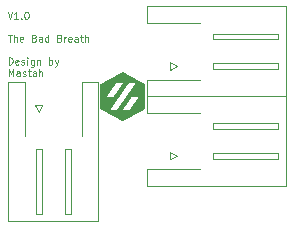
<source format=gbr>
%TF.GenerationSoftware,KiCad,Pcbnew,(6.0.6)*%
%TF.CreationDate,2022-08-21T18:20:13+02:00*%
%TF.ProjectId,fan_pcb,66616e5f-7063-4622-9e6b-696361645f70,rev?*%
%TF.SameCoordinates,Original*%
%TF.FileFunction,Legend,Top*%
%TF.FilePolarity,Positive*%
%FSLAX46Y46*%
G04 Gerber Fmt 4.6, Leading zero omitted, Abs format (unit mm)*
G04 Created by KiCad (PCBNEW (6.0.6)) date 2022-08-21 18:20:13*
%MOMM*%
%LPD*%
G01*
G04 APERTURE LIST*
%ADD10C,0.100000*%
%ADD11C,0.120000*%
G04 APERTURE END LIST*
D10*
X27622142Y-20356428D02*
X27822142Y-20956428D01*
X28022142Y-20356428D01*
X28536428Y-20956428D02*
X28193571Y-20956428D01*
X28365000Y-20956428D02*
X28365000Y-20356428D01*
X28307857Y-20442142D01*
X28250714Y-20499285D01*
X28193571Y-20527857D01*
X28793571Y-20899285D02*
X28822142Y-20927857D01*
X28793571Y-20956428D01*
X28765000Y-20927857D01*
X28793571Y-20899285D01*
X28793571Y-20956428D01*
X29193571Y-20356428D02*
X29250714Y-20356428D01*
X29307857Y-20385000D01*
X29336428Y-20413571D01*
X29365000Y-20470714D01*
X29393571Y-20585000D01*
X29393571Y-20727857D01*
X29365000Y-20842142D01*
X29336428Y-20899285D01*
X29307857Y-20927857D01*
X29250714Y-20956428D01*
X29193571Y-20956428D01*
X29136428Y-20927857D01*
X29107857Y-20899285D01*
X29079285Y-20842142D01*
X29050714Y-20727857D01*
X29050714Y-20585000D01*
X29079285Y-20470714D01*
X29107857Y-20413571D01*
X29136428Y-20385000D01*
X29193571Y-20356428D01*
X27622142Y-22288428D02*
X27965000Y-22288428D01*
X27793571Y-22888428D02*
X27793571Y-22288428D01*
X28165000Y-22888428D02*
X28165000Y-22288428D01*
X28422142Y-22888428D02*
X28422142Y-22574142D01*
X28393571Y-22517000D01*
X28336428Y-22488428D01*
X28250714Y-22488428D01*
X28193571Y-22517000D01*
X28165000Y-22545571D01*
X28936428Y-22859857D02*
X28879285Y-22888428D01*
X28765000Y-22888428D01*
X28707857Y-22859857D01*
X28679285Y-22802714D01*
X28679285Y-22574142D01*
X28707857Y-22517000D01*
X28765000Y-22488428D01*
X28879285Y-22488428D01*
X28936428Y-22517000D01*
X28965000Y-22574142D01*
X28965000Y-22631285D01*
X28679285Y-22688428D01*
X29879285Y-22574142D02*
X29965000Y-22602714D01*
X29993571Y-22631285D01*
X30022142Y-22688428D01*
X30022142Y-22774142D01*
X29993571Y-22831285D01*
X29965000Y-22859857D01*
X29907857Y-22888428D01*
X29679285Y-22888428D01*
X29679285Y-22288428D01*
X29879285Y-22288428D01*
X29936428Y-22317000D01*
X29965000Y-22345571D01*
X29993571Y-22402714D01*
X29993571Y-22459857D01*
X29965000Y-22517000D01*
X29936428Y-22545571D01*
X29879285Y-22574142D01*
X29679285Y-22574142D01*
X30536428Y-22888428D02*
X30536428Y-22574142D01*
X30507857Y-22517000D01*
X30450714Y-22488428D01*
X30336428Y-22488428D01*
X30279285Y-22517000D01*
X30536428Y-22859857D02*
X30479285Y-22888428D01*
X30336428Y-22888428D01*
X30279285Y-22859857D01*
X30250714Y-22802714D01*
X30250714Y-22745571D01*
X30279285Y-22688428D01*
X30336428Y-22659857D01*
X30479285Y-22659857D01*
X30536428Y-22631285D01*
X31079285Y-22888428D02*
X31079285Y-22288428D01*
X31079285Y-22859857D02*
X31022142Y-22888428D01*
X30907857Y-22888428D01*
X30850714Y-22859857D01*
X30822142Y-22831285D01*
X30793571Y-22774142D01*
X30793571Y-22602714D01*
X30822142Y-22545571D01*
X30850714Y-22517000D01*
X30907857Y-22488428D01*
X31022142Y-22488428D01*
X31079285Y-22517000D01*
X32022142Y-22574142D02*
X32107857Y-22602714D01*
X32136428Y-22631285D01*
X32165000Y-22688428D01*
X32165000Y-22774142D01*
X32136428Y-22831285D01*
X32107857Y-22859857D01*
X32050714Y-22888428D01*
X31822142Y-22888428D01*
X31822142Y-22288428D01*
X32022142Y-22288428D01*
X32079285Y-22317000D01*
X32107857Y-22345571D01*
X32136428Y-22402714D01*
X32136428Y-22459857D01*
X32107857Y-22517000D01*
X32079285Y-22545571D01*
X32022142Y-22574142D01*
X31822142Y-22574142D01*
X32422142Y-22888428D02*
X32422142Y-22488428D01*
X32422142Y-22602714D02*
X32450714Y-22545571D01*
X32479285Y-22517000D01*
X32536428Y-22488428D01*
X32593571Y-22488428D01*
X33022142Y-22859857D02*
X32965000Y-22888428D01*
X32850714Y-22888428D01*
X32793571Y-22859857D01*
X32765000Y-22802714D01*
X32765000Y-22574142D01*
X32793571Y-22517000D01*
X32850714Y-22488428D01*
X32965000Y-22488428D01*
X33022142Y-22517000D01*
X33050714Y-22574142D01*
X33050714Y-22631285D01*
X32765000Y-22688428D01*
X33565000Y-22888428D02*
X33565000Y-22574142D01*
X33536428Y-22517000D01*
X33479285Y-22488428D01*
X33365000Y-22488428D01*
X33307857Y-22517000D01*
X33565000Y-22859857D02*
X33507857Y-22888428D01*
X33365000Y-22888428D01*
X33307857Y-22859857D01*
X33279285Y-22802714D01*
X33279285Y-22745571D01*
X33307857Y-22688428D01*
X33365000Y-22659857D01*
X33507857Y-22659857D01*
X33565000Y-22631285D01*
X33765000Y-22488428D02*
X33993571Y-22488428D01*
X33850714Y-22288428D02*
X33850714Y-22802714D01*
X33879285Y-22859857D01*
X33936428Y-22888428D01*
X33993571Y-22888428D01*
X34193571Y-22888428D02*
X34193571Y-22288428D01*
X34450714Y-22888428D02*
X34450714Y-22574142D01*
X34422142Y-22517000D01*
X34365000Y-22488428D01*
X34279285Y-22488428D01*
X34222142Y-22517000D01*
X34193571Y-22545571D01*
X27707857Y-24820428D02*
X27707857Y-24220428D01*
X27850714Y-24220428D01*
X27936428Y-24249000D01*
X27993571Y-24306142D01*
X28022142Y-24363285D01*
X28050714Y-24477571D01*
X28050714Y-24563285D01*
X28022142Y-24677571D01*
X27993571Y-24734714D01*
X27936428Y-24791857D01*
X27850714Y-24820428D01*
X27707857Y-24820428D01*
X28536428Y-24791857D02*
X28479285Y-24820428D01*
X28365000Y-24820428D01*
X28307857Y-24791857D01*
X28279285Y-24734714D01*
X28279285Y-24506142D01*
X28307857Y-24449000D01*
X28365000Y-24420428D01*
X28479285Y-24420428D01*
X28536428Y-24449000D01*
X28565000Y-24506142D01*
X28565000Y-24563285D01*
X28279285Y-24620428D01*
X28793571Y-24791857D02*
X28850714Y-24820428D01*
X28965000Y-24820428D01*
X29022142Y-24791857D01*
X29050714Y-24734714D01*
X29050714Y-24706142D01*
X29022142Y-24649000D01*
X28965000Y-24620428D01*
X28879285Y-24620428D01*
X28822142Y-24591857D01*
X28793571Y-24534714D01*
X28793571Y-24506142D01*
X28822142Y-24449000D01*
X28879285Y-24420428D01*
X28965000Y-24420428D01*
X29022142Y-24449000D01*
X29307857Y-24820428D02*
X29307857Y-24420428D01*
X29307857Y-24220428D02*
X29279285Y-24249000D01*
X29307857Y-24277571D01*
X29336428Y-24249000D01*
X29307857Y-24220428D01*
X29307857Y-24277571D01*
X29850714Y-24420428D02*
X29850714Y-24906142D01*
X29822142Y-24963285D01*
X29793571Y-24991857D01*
X29736428Y-25020428D01*
X29650714Y-25020428D01*
X29593571Y-24991857D01*
X29850714Y-24791857D02*
X29793571Y-24820428D01*
X29679285Y-24820428D01*
X29622142Y-24791857D01*
X29593571Y-24763285D01*
X29565000Y-24706142D01*
X29565000Y-24534714D01*
X29593571Y-24477571D01*
X29622142Y-24449000D01*
X29679285Y-24420428D01*
X29793571Y-24420428D01*
X29850714Y-24449000D01*
X30136428Y-24420428D02*
X30136428Y-24820428D01*
X30136428Y-24477571D02*
X30165000Y-24449000D01*
X30222142Y-24420428D01*
X30307857Y-24420428D01*
X30365000Y-24449000D01*
X30393571Y-24506142D01*
X30393571Y-24820428D01*
X31136428Y-24820428D02*
X31136428Y-24220428D01*
X31136428Y-24449000D02*
X31193571Y-24420428D01*
X31307857Y-24420428D01*
X31365000Y-24449000D01*
X31393571Y-24477571D01*
X31422142Y-24534714D01*
X31422142Y-24706142D01*
X31393571Y-24763285D01*
X31365000Y-24791857D01*
X31307857Y-24820428D01*
X31193571Y-24820428D01*
X31136428Y-24791857D01*
X31622142Y-24420428D02*
X31765000Y-24820428D01*
X31907857Y-24420428D02*
X31765000Y-24820428D01*
X31707857Y-24963285D01*
X31679285Y-24991857D01*
X31622142Y-25020428D01*
X27707857Y-25786428D02*
X27707857Y-25186428D01*
X27907857Y-25615000D01*
X28107857Y-25186428D01*
X28107857Y-25786428D01*
X28650714Y-25786428D02*
X28650714Y-25472142D01*
X28622142Y-25415000D01*
X28565000Y-25386428D01*
X28450714Y-25386428D01*
X28393571Y-25415000D01*
X28650714Y-25757857D02*
X28593571Y-25786428D01*
X28450714Y-25786428D01*
X28393571Y-25757857D01*
X28365000Y-25700714D01*
X28365000Y-25643571D01*
X28393571Y-25586428D01*
X28450714Y-25557857D01*
X28593571Y-25557857D01*
X28650714Y-25529285D01*
X28907857Y-25757857D02*
X28965000Y-25786428D01*
X29079285Y-25786428D01*
X29136428Y-25757857D01*
X29165000Y-25700714D01*
X29165000Y-25672142D01*
X29136428Y-25615000D01*
X29079285Y-25586428D01*
X28993571Y-25586428D01*
X28936428Y-25557857D01*
X28907857Y-25500714D01*
X28907857Y-25472142D01*
X28936428Y-25415000D01*
X28993571Y-25386428D01*
X29079285Y-25386428D01*
X29136428Y-25415000D01*
X29336428Y-25386428D02*
X29565000Y-25386428D01*
X29422142Y-25186428D02*
X29422142Y-25700714D01*
X29450714Y-25757857D01*
X29507857Y-25786428D01*
X29565000Y-25786428D01*
X30022142Y-25786428D02*
X30022142Y-25472142D01*
X29993571Y-25415000D01*
X29936428Y-25386428D01*
X29822142Y-25386428D01*
X29765000Y-25415000D01*
X30022142Y-25757857D02*
X29965000Y-25786428D01*
X29822142Y-25786428D01*
X29765000Y-25757857D01*
X29736428Y-25700714D01*
X29736428Y-25643571D01*
X29765000Y-25586428D01*
X29822142Y-25557857D01*
X29965000Y-25557857D01*
X30022142Y-25529285D01*
X30307857Y-25786428D02*
X30307857Y-25186428D01*
X30565000Y-25786428D02*
X30565000Y-25472142D01*
X30536428Y-25415000D01*
X30479285Y-25386428D01*
X30393571Y-25386428D01*
X30336428Y-25415000D01*
X30307857Y-25443571D01*
%TO.C,G\u002A\u002A\u002A*%
G36*
X35657326Y-28688113D02*
G01*
X35654905Y-28686750D01*
X35652775Y-28685568D01*
X35650755Y-28684466D01*
X35648661Y-28683343D01*
X35646376Y-28682133D01*
X35643782Y-28680748D01*
X35641197Y-28679342D01*
X35638880Y-28678056D01*
X35637089Y-28677033D01*
X35636714Y-28676812D01*
X35635001Y-28675805D01*
X35632990Y-28674660D01*
X35630587Y-28673326D01*
X35627697Y-28671750D01*
X35624227Y-28669882D01*
X35620083Y-28667671D01*
X35615458Y-28665217D01*
X35610587Y-28662632D01*
X35606480Y-28660439D01*
X35603042Y-28658587D01*
X35600180Y-28657026D01*
X35597799Y-28655702D01*
X35595805Y-28654565D01*
X35594202Y-28653623D01*
X35592361Y-28652549D01*
X35590042Y-28651235D01*
X35587621Y-28649892D01*
X35586473Y-28649267D01*
X35583972Y-28647903D01*
X35581215Y-28646378D01*
X35578662Y-28644946D01*
X35577777Y-28644443D01*
X35575864Y-28643377D01*
X35573361Y-28642020D01*
X35570538Y-28640519D01*
X35567670Y-28639018D01*
X35566472Y-28638400D01*
X35563960Y-28637097D01*
X35561655Y-28635877D01*
X35559737Y-28634838D01*
X35558385Y-28634076D01*
X35557897Y-28633776D01*
X35556446Y-28632799D01*
X35555134Y-28631915D01*
X35554224Y-28631368D01*
X35552643Y-28630484D01*
X35550579Y-28629367D01*
X35548222Y-28628119D01*
X35547042Y-28627504D01*
X35544685Y-28626270D01*
X35542602Y-28625157D01*
X35540959Y-28624255D01*
X35539921Y-28623654D01*
X35539671Y-28623487D01*
X35538811Y-28622920D01*
X35537110Y-28621934D01*
X35534564Y-28620526D01*
X35531166Y-28618692D01*
X35526911Y-28616431D01*
X35525120Y-28615486D01*
X35522636Y-28614159D01*
X35520270Y-28612861D01*
X35518242Y-28611717D01*
X35516773Y-28610848D01*
X35516425Y-28610627D01*
X35515263Y-28609924D01*
X35513440Y-28608887D01*
X35511149Y-28607625D01*
X35508590Y-28606247D01*
X35506763Y-28605282D01*
X35502055Y-28602808D01*
X35498148Y-28600737D01*
X35494981Y-28599035D01*
X35492493Y-28597670D01*
X35490622Y-28596606D01*
X35489307Y-28595812D01*
X35488615Y-28595348D01*
X35487681Y-28594767D01*
X35486075Y-28593868D01*
X35483996Y-28592758D01*
X35481640Y-28591543D01*
X35480699Y-28591069D01*
X35476590Y-28588918D01*
X35473385Y-28587028D01*
X35471062Y-28585383D01*
X35469597Y-28583969D01*
X35469220Y-28583416D01*
X35469197Y-28583190D01*
X35469175Y-28582586D01*
X35469154Y-28581594D01*
X35469133Y-28580204D01*
X35469112Y-28578407D01*
X35469092Y-28576193D01*
X35469073Y-28573551D01*
X35469054Y-28570472D01*
X35469035Y-28566946D01*
X35469018Y-28562964D01*
X35469000Y-28558514D01*
X35468983Y-28553588D01*
X35468967Y-28548175D01*
X35468951Y-28542265D01*
X35468935Y-28535850D01*
X35468920Y-28528918D01*
X35468905Y-28521459D01*
X35468891Y-28513465D01*
X35468877Y-28504925D01*
X35468864Y-28495829D01*
X35468851Y-28486167D01*
X35468838Y-28475930D01*
X35468826Y-28465107D01*
X35468815Y-28453689D01*
X35468803Y-28441666D01*
X35468792Y-28429027D01*
X35468782Y-28415764D01*
X35468772Y-28401865D01*
X35468762Y-28387322D01*
X35468753Y-28372124D01*
X35468743Y-28356262D01*
X35468735Y-28339725D01*
X35468727Y-28322503D01*
X35468719Y-28304588D01*
X35468711Y-28285968D01*
X35468704Y-28266634D01*
X35468697Y-28246576D01*
X35468690Y-28225785D01*
X35468684Y-28204250D01*
X35468678Y-28181961D01*
X35468672Y-28158908D01*
X35468667Y-28135083D01*
X35468662Y-28110474D01*
X35468657Y-28085072D01*
X35468653Y-28058867D01*
X35468648Y-28031849D01*
X35468645Y-28004008D01*
X35468641Y-27975335D01*
X35468637Y-27945819D01*
X35468634Y-27915450D01*
X35468631Y-27884220D01*
X35468629Y-27852117D01*
X35468626Y-27819131D01*
X35468624Y-27785254D01*
X35468622Y-27750475D01*
X35468621Y-27714784D01*
X35468619Y-27678172D01*
X35468618Y-27640628D01*
X35468617Y-27602142D01*
X35468616Y-27562705D01*
X35468616Y-27536714D01*
X36025149Y-27536714D01*
X36607709Y-27536714D01*
X36608691Y-27534903D01*
X36609564Y-27533408D01*
X36610785Y-27531519D01*
X36612432Y-27529123D01*
X36614582Y-27526103D01*
X36615085Y-27525405D01*
X36616220Y-27523793D01*
X36617206Y-27522316D01*
X36617828Y-27521299D01*
X36618420Y-27520359D01*
X36619428Y-27518907D01*
X36620675Y-27517195D01*
X36621254Y-27516425D01*
X36622543Y-27514685D01*
X36623664Y-27513102D01*
X36624443Y-27511923D01*
X36624635Y-27511594D01*
X36625255Y-27510587D01*
X36626251Y-27509149D01*
X36627301Y-27507729D01*
X36628592Y-27505912D01*
X36629836Y-27503954D01*
X36630562Y-27502657D01*
X36631632Y-27500880D01*
X36633014Y-27498999D01*
X36633815Y-27498067D01*
X36635105Y-27496567D01*
X36636255Y-27495036D01*
X36636786Y-27494202D01*
X36638089Y-27491949D01*
X36639421Y-27489831D01*
X36640987Y-27487538D01*
X36642645Y-27485230D01*
X36645848Y-27480768D01*
X36648573Y-27476819D01*
X36650105Y-27474509D01*
X36651049Y-27473105D01*
X36652315Y-27471280D01*
X36653654Y-27469392D01*
X36653864Y-27469099D01*
X36655221Y-27467159D01*
X36656564Y-27465143D01*
X36657628Y-27463449D01*
X36657729Y-27463279D01*
X36658602Y-27461899D01*
X36659884Y-27460008D01*
X36661397Y-27457864D01*
X36662841Y-27455887D01*
X36664301Y-27453899D01*
X36665594Y-27452088D01*
X36666584Y-27450649D01*
X36667134Y-27449777D01*
X36667145Y-27449758D01*
X36667719Y-27448839D01*
X36668712Y-27447406D01*
X36669950Y-27445706D01*
X36670535Y-27444927D01*
X36671852Y-27443149D01*
X36673028Y-27441488D01*
X36673876Y-27440212D01*
X36674088Y-27439855D01*
X36674503Y-27439138D01*
X36675039Y-27438279D01*
X36675783Y-27437153D01*
X36676818Y-27435633D01*
X36678228Y-27433596D01*
X36680099Y-27430914D01*
X36680434Y-27430434D01*
X36682766Y-27427089D01*
X36684627Y-27424391D01*
X36686111Y-27422204D01*
X36687303Y-27420402D01*
X36688101Y-27419232D01*
X36689320Y-27417507D01*
X36690805Y-27415447D01*
X36692397Y-27413271D01*
X36692632Y-27412952D01*
X36694076Y-27410978D01*
X36695287Y-27409281D01*
X36696160Y-27408012D01*
X36696591Y-27407320D01*
X36696618Y-27407247D01*
X36696888Y-27406754D01*
X36697622Y-27405656D01*
X36698704Y-27404121D01*
X36699879Y-27402506D01*
X36701359Y-27400486D01*
X36702587Y-27398771D01*
X36703737Y-27397110D01*
X36704984Y-27395246D01*
X36706503Y-27392925D01*
X36707246Y-27391781D01*
X36709350Y-27388578D01*
X36711825Y-27384879D01*
X36714476Y-27380975D01*
X36716175Y-27378502D01*
X36717376Y-27376742D01*
X36718604Y-27374911D01*
X36719187Y-27374026D01*
X36720121Y-27372645D01*
X36721392Y-27370832D01*
X36722759Y-27368929D01*
X36723067Y-27368507D01*
X36724198Y-27366931D01*
X36725069Y-27365654D01*
X36725549Y-27364870D01*
X36725603Y-27364731D01*
X36725878Y-27364257D01*
X36726636Y-27363146D01*
X36727782Y-27361535D01*
X36729218Y-27359561D01*
X36730314Y-27358079D01*
X36732042Y-27355721D01*
X36733682Y-27353424D01*
X36735093Y-27351390D01*
X36736133Y-27349821D01*
X36736473Y-27349269D01*
X36737533Y-27347574D01*
X36738882Y-27345568D01*
X36740138Y-27343809D01*
X36741307Y-27342187D01*
X36742314Y-27340710D01*
X36742956Y-27339675D01*
X36742990Y-27339613D01*
X36743612Y-27338605D01*
X36744607Y-27337167D01*
X36745655Y-27335748D01*
X36746831Y-27334150D01*
X36747874Y-27332631D01*
X36748487Y-27331642D01*
X36749101Y-27330601D01*
X36749968Y-27329254D01*
X36751158Y-27327501D01*
X36752743Y-27325237D01*
X36754791Y-27322362D01*
X36756280Y-27320289D01*
X36758641Y-27316996D01*
X36760497Y-27314376D01*
X36761917Y-27312327D01*
X36762971Y-27310747D01*
X36763729Y-27309534D01*
X36764073Y-27308937D01*
X36764790Y-27307789D01*
X36765860Y-27306244D01*
X36766904Y-27304830D01*
X36768044Y-27303284D01*
X36769017Y-27301869D01*
X36769571Y-27300966D01*
X36770127Y-27300066D01*
X36771105Y-27298628D01*
X36772344Y-27296884D01*
X36773147Y-27295785D01*
X36774572Y-27293834D01*
X36775940Y-27291917D01*
X36777041Y-27290329D01*
X36777430Y-27289747D01*
X36779883Y-27286080D01*
X36782737Y-27281990D01*
X36784167Y-27279995D01*
X36785302Y-27278382D01*
X36786290Y-27276905D01*
X36786913Y-27275889D01*
X36787446Y-27275056D01*
X36788439Y-27273634D01*
X36789763Y-27271802D01*
X36791291Y-27269739D01*
X36791785Y-27269082D01*
X36793346Y-27266988D01*
X36794738Y-27265075D01*
X36795835Y-27263521D01*
X36796510Y-27262500D01*
X36796615Y-27262318D01*
X36797285Y-27261208D01*
X36798255Y-27259773D01*
X36798747Y-27259090D01*
X36799886Y-27257452D01*
X36801116Y-27255541D01*
X36801690Y-27254590D01*
X36802750Y-27252891D01*
X36804100Y-27250883D01*
X36805357Y-27249123D01*
X36806535Y-27247492D01*
X36807559Y-27245996D01*
X36808222Y-27244939D01*
X36808256Y-27244879D01*
X36808836Y-27243943D01*
X36809827Y-27242478D01*
X36811058Y-27240731D01*
X36811728Y-27239807D01*
X36814966Y-27235305D01*
X36817735Y-27231290D01*
X36819187Y-27229098D01*
X36820041Y-27227841D01*
X36821285Y-27226075D01*
X36822732Y-27224063D01*
X36823792Y-27222614D01*
X36825088Y-27220828D01*
X36826140Y-27219330D01*
X36826833Y-27218286D01*
X36827053Y-27217873D01*
X36827325Y-27217390D01*
X36828072Y-27216284D01*
X36829189Y-27214704D01*
X36830572Y-27212800D01*
X36831038Y-27212168D01*
X36832647Y-27209974D01*
X36834183Y-27207844D01*
X36835484Y-27206006D01*
X36836390Y-27204684D01*
X36836473Y-27204559D01*
X36837582Y-27202859D01*
X36838711Y-27201127D01*
X36839130Y-27200483D01*
X36840143Y-27198927D01*
X36841307Y-27197141D01*
X36841787Y-27196406D01*
X36842632Y-27195159D01*
X36843886Y-27193367D01*
X36845387Y-27191259D01*
X36846969Y-27189070D01*
X36847101Y-27188888D01*
X36848683Y-27186702D01*
X36850196Y-27184579D01*
X36851478Y-27182751D01*
X36852364Y-27181449D01*
X36852415Y-27181370D01*
X36853524Y-27179670D01*
X36854653Y-27177938D01*
X36855072Y-27177294D01*
X36856085Y-27175739D01*
X36857250Y-27173953D01*
X36857729Y-27173218D01*
X36858574Y-27171971D01*
X36859828Y-27170178D01*
X36861329Y-27168071D01*
X36862911Y-27165881D01*
X36863043Y-27165700D01*
X36864611Y-27163534D01*
X36866099Y-27161450D01*
X36867346Y-27159672D01*
X36868195Y-27158427D01*
X36868251Y-27158341D01*
X36869325Y-27156720D01*
X36870586Y-27154852D01*
X36871263Y-27153864D01*
X36875831Y-27147166D01*
X36877331Y-27144927D01*
X36878475Y-27143227D01*
X36879782Y-27141304D01*
X36880445Y-27140338D01*
X36884385Y-27134564D01*
X36886510Y-27131400D01*
X36887654Y-27129700D01*
X36888961Y-27127778D01*
X36889624Y-27126811D01*
X36890856Y-27125015D01*
X36892147Y-27123119D01*
X36892753Y-27122222D01*
X36893906Y-27120521D01*
X36895220Y-27118599D01*
X36895886Y-27117632D01*
X36897087Y-27115872D01*
X36898314Y-27114041D01*
X36898897Y-27113156D01*
X36899655Y-27112042D01*
X36900850Y-27110344D01*
X36902344Y-27108256D01*
X36903999Y-27105969D01*
X36904830Y-27104830D01*
X36906515Y-27102517D01*
X36908106Y-27100306D01*
X36909466Y-27098392D01*
X36910456Y-27096967D01*
X36910766Y-27096505D01*
X36912417Y-27094008D01*
X36914021Y-27091656D01*
X36915757Y-27089196D01*
X36917802Y-27086374D01*
X36919202Y-27084467D01*
X36920645Y-27082489D01*
X36921855Y-27080788D01*
X36922728Y-27079516D01*
X36923160Y-27078821D01*
X36923188Y-27078745D01*
X36923456Y-27078240D01*
X36924174Y-27077158D01*
X36925209Y-27075693D01*
X36925724Y-27074988D01*
X36927110Y-27073047D01*
X36928473Y-27071036D01*
X36929556Y-27069339D01*
X36929710Y-27069082D01*
X36930710Y-27067487D01*
X36932039Y-27065507D01*
X36933441Y-27063523D01*
X36933695Y-27063175D01*
X36934827Y-27061605D01*
X36935699Y-27060333D01*
X36936179Y-27059553D01*
X36936231Y-27059417D01*
X36936505Y-27058942D01*
X36937262Y-27057831D01*
X36938406Y-27056218D01*
X36939841Y-27054241D01*
X36940942Y-27052747D01*
X36942651Y-27050425D01*
X36944264Y-27048207D01*
X36945644Y-27046282D01*
X36946653Y-27044840D01*
X36946995Y-27044331D01*
X36948069Y-27042710D01*
X36949330Y-27040842D01*
X36950007Y-27039855D01*
X36951851Y-27037176D01*
X36953268Y-27035092D01*
X36954391Y-27033405D01*
X36955348Y-27031920D01*
X36956272Y-27030441D01*
X36956276Y-27030434D01*
X36957418Y-27028643D01*
X36958818Y-27026537D01*
X36960127Y-27024637D01*
X36962840Y-27020763D01*
X36965035Y-27017569D01*
X36966775Y-27014967D01*
X36967013Y-27014601D01*
X36967787Y-27013467D01*
X36968996Y-27011763D01*
X36970496Y-27009688D01*
X36972140Y-27007445D01*
X36972744Y-27006629D01*
X36974332Y-27004470D01*
X36975752Y-27002496D01*
X36976886Y-27000878D01*
X36977613Y-26999786D01*
X36977773Y-26999515D01*
X36978347Y-26998597D01*
X36979339Y-26997164D01*
X36980576Y-26995463D01*
X36981159Y-26994685D01*
X36982448Y-26992946D01*
X36983570Y-26991362D01*
X36984351Y-26990184D01*
X36984543Y-26989855D01*
X36985141Y-26988876D01*
X36986121Y-26987425D01*
X36987281Y-26985799D01*
X36987397Y-26985641D01*
X36988704Y-26983834D01*
X36989988Y-26982004D01*
X36990957Y-26980569D01*
X36992674Y-26977981D01*
X36994719Y-26975002D01*
X36997196Y-26971481D01*
X36998561Y-26969565D01*
X37001236Y-26965761D01*
X37003748Y-26962070D01*
X37005967Y-26958688D01*
X37007762Y-26955813D01*
X37008201Y-26955072D01*
X37008902Y-26953923D01*
X37009825Y-26952505D01*
X37011052Y-26950700D01*
X37012664Y-26948388D01*
X37014742Y-26945451D01*
X37015458Y-26944444D01*
X37018151Y-26940639D01*
X37020362Y-26937457D01*
X37022194Y-26934748D01*
X37023052Y-26933446D01*
X37023906Y-26932189D01*
X37025150Y-26930422D01*
X37026596Y-26928411D01*
X37027657Y-26926961D01*
X37028953Y-26925176D01*
X37030005Y-26923677D01*
X37030697Y-26922633D01*
X37030917Y-26922221D01*
X37031191Y-26921745D01*
X37031948Y-26920633D01*
X37033092Y-26919020D01*
X37034527Y-26917043D01*
X37035628Y-26915549D01*
X37037337Y-26913227D01*
X37038950Y-26911009D01*
X37040330Y-26909084D01*
X37041339Y-26907642D01*
X37041681Y-26907133D01*
X37042755Y-26905512D01*
X37044016Y-26903644D01*
X37044693Y-26902657D01*
X37046537Y-26899978D01*
X37047954Y-26897894D01*
X37049077Y-26896207D01*
X37050034Y-26894722D01*
X37050958Y-26893243D01*
X37050962Y-26893236D01*
X37052104Y-26891445D01*
X37053504Y-26889339D01*
X37054813Y-26887439D01*
X37057570Y-26883502D01*
X37059802Y-26880253D01*
X37061567Y-26877610D01*
X37061699Y-26877407D01*
X37062455Y-26876302D01*
X37063653Y-26874612D01*
X37065157Y-26872528D01*
X37066832Y-26870238D01*
X37067753Y-26868991D01*
X37069332Y-26866843D01*
X37070685Y-26864967D01*
X37071717Y-26863498D01*
X37072333Y-26862573D01*
X37072463Y-26862323D01*
X37072728Y-26861799D01*
X37073417Y-26860742D01*
X37074275Y-26859531D01*
X37075563Y-26857682D01*
X37076881Y-26855658D01*
X37077536Y-26854586D01*
X37078338Y-26853322D01*
X37079576Y-26851491D01*
X37081107Y-26849298D01*
X37082789Y-26846951D01*
X37083574Y-26845875D01*
X37085261Y-26843566D01*
X37086853Y-26841359D01*
X37088212Y-26839448D01*
X37089201Y-26838026D01*
X37089507Y-26837568D01*
X37092013Y-26833827D01*
X37094908Y-26829684D01*
X37096244Y-26827821D01*
X37097379Y-26826209D01*
X37098366Y-26824732D01*
X37098989Y-26823715D01*
X37099547Y-26822837D01*
X37100547Y-26821400D01*
X37101843Y-26819611D01*
X37103138Y-26817874D01*
X37104568Y-26815952D01*
X37105829Y-26814201D01*
X37106776Y-26812826D01*
X37107242Y-26812077D01*
X37107863Y-26811069D01*
X37108858Y-26809631D01*
X37109907Y-26808212D01*
X37111083Y-26806613D01*
X37112125Y-26805095D01*
X37112738Y-26804106D01*
X37113209Y-26803296D01*
X37113847Y-26802286D01*
X37114737Y-26800950D01*
X37115960Y-26799166D01*
X37117602Y-26796810D01*
X37119092Y-26794685D01*
X37120394Y-26792817D01*
X37121700Y-26790917D01*
X37122731Y-26789392D01*
X37122745Y-26789371D01*
X37123887Y-26787671D01*
X37125193Y-26785749D01*
X37125856Y-26784782D01*
X37127087Y-26782986D01*
X37128378Y-26781090D01*
X37128985Y-26780193D01*
X37130138Y-26778492D01*
X37131452Y-26776570D01*
X37132118Y-26775603D01*
X37133318Y-26773844D01*
X37134546Y-26772012D01*
X37135129Y-26771127D01*
X37135983Y-26769870D01*
X37137227Y-26768104D01*
X37138674Y-26766092D01*
X37139734Y-26764643D01*
X37141030Y-26762858D01*
X37142082Y-26761359D01*
X37142775Y-26760316D01*
X37142995Y-26759904D01*
X37143262Y-26759399D01*
X37143978Y-26758315D01*
X37145010Y-26756847D01*
X37145531Y-26756130D01*
X37149029Y-26751172D01*
X37151906Y-26746704D01*
X37152623Y-26745622D01*
X37153733Y-26744048D01*
X37155039Y-26742260D01*
X37155573Y-26741545D01*
X37156855Y-26739803D01*
X37157971Y-26738219D01*
X37158746Y-26737040D01*
X37158934Y-26736714D01*
X37159553Y-26735704D01*
X37160543Y-26734262D01*
X37161576Y-26732850D01*
X37162770Y-26731225D01*
X37163862Y-26729665D01*
X37164521Y-26728657D01*
X37166311Y-26725822D01*
X37168303Y-26722874D01*
X37170677Y-26719549D01*
X37171618Y-26718266D01*
X37172914Y-26716481D01*
X37173966Y-26714982D01*
X37174659Y-26713938D01*
X37174879Y-26713526D01*
X37175149Y-26713034D01*
X37175883Y-26711936D01*
X37176965Y-26710401D01*
X37178140Y-26708786D01*
X37179615Y-26706763D01*
X37181024Y-26704793D01*
X37182177Y-26703143D01*
X37182744Y-26702302D01*
X37185318Y-26698460D01*
X37188265Y-26694270D01*
X37190204Y-26691593D01*
X37191493Y-26689797D01*
X37192627Y-26688157D01*
X37193438Y-26686919D01*
X37193673Y-26686521D01*
X37194266Y-26685579D01*
X37195274Y-26684126D01*
X37196521Y-26682412D01*
X37197099Y-26681642D01*
X37198389Y-26679902D01*
X37199511Y-26678319D01*
X37200291Y-26677141D01*
X37200483Y-26676811D01*
X37201151Y-26675701D01*
X37202119Y-26674266D01*
X37202612Y-26673583D01*
X37203752Y-26671944D01*
X37204983Y-26670034D01*
X37205555Y-26669088D01*
X37206357Y-26667821D01*
X37207595Y-26665986D01*
X37209127Y-26663792D01*
X37210809Y-26661443D01*
X37211594Y-26660368D01*
X37213280Y-26658058D01*
X37214872Y-26655851D01*
X37216231Y-26653940D01*
X37217220Y-26652518D01*
X37217527Y-26652061D01*
X37218601Y-26650439D01*
X37219862Y-26648572D01*
X37220539Y-26647584D01*
X37221771Y-26645789D01*
X37223063Y-26643893D01*
X37223671Y-26642995D01*
X37224824Y-26641294D01*
X37226138Y-26639372D01*
X37226803Y-26638405D01*
X37228004Y-26636645D01*
X37229232Y-26634814D01*
X37229815Y-26633929D01*
X37230616Y-26632748D01*
X37231831Y-26631013D01*
X37233302Y-26628949D01*
X37234869Y-26626781D01*
X37235024Y-26626570D01*
X37237425Y-26623244D01*
X37239371Y-26620467D01*
X37241007Y-26618026D01*
X37242475Y-26615712D01*
X37242727Y-26615303D01*
X37243444Y-26614221D01*
X37244554Y-26612647D01*
X37245860Y-26610859D01*
X37246394Y-26610144D01*
X37247677Y-26608403D01*
X37248792Y-26606818D01*
X37249567Y-26605639D01*
X37249756Y-26605314D01*
X37250375Y-26604303D01*
X37251364Y-26602861D01*
X37252397Y-26601449D01*
X37253591Y-26599824D01*
X37254684Y-26598264D01*
X37255342Y-26597256D01*
X37257133Y-26594421D01*
X37259124Y-26591474D01*
X37261499Y-26588148D01*
X37262439Y-26586865D01*
X37263735Y-26585080D01*
X37264788Y-26583583D01*
X37265480Y-26582540D01*
X37265700Y-26582129D01*
X37265964Y-26581605D01*
X37266654Y-26580549D01*
X37267512Y-26579337D01*
X37268800Y-26577488D01*
X37270118Y-26575463D01*
X37270772Y-26574390D01*
X37271550Y-26573173D01*
X37272779Y-26571373D01*
X37274330Y-26569179D01*
X37276069Y-26566777D01*
X37277358Y-26565032D01*
X37279085Y-26562696D01*
X37280658Y-26560531D01*
X37281964Y-26558696D01*
X37282891Y-26557348D01*
X37283283Y-26556728D01*
X37283758Y-26555918D01*
X37284410Y-26554891D01*
X37285322Y-26553526D01*
X37286576Y-26551701D01*
X37288256Y-26549291D01*
X37289624Y-26547342D01*
X37293488Y-26541708D01*
X37296135Y-26537687D01*
X37297773Y-26535167D01*
X37299026Y-26533260D01*
X37300029Y-26531767D01*
X37300918Y-26530488D01*
X37301828Y-26529224D01*
X37302457Y-26528368D01*
X37303624Y-26526740D01*
X37304631Y-26525259D01*
X37305275Y-26524221D01*
X37305311Y-26524154D01*
X37305884Y-26523235D01*
X37306876Y-26521801D01*
X37308112Y-26520101D01*
X37308695Y-26519323D01*
X37309985Y-26517583D01*
X37311107Y-26516000D01*
X37311889Y-26514821D01*
X37312081Y-26514492D01*
X37312611Y-26513646D01*
X37313585Y-26512224D01*
X37314867Y-26510421D01*
X37316321Y-26508432D01*
X37316385Y-26508345D01*
X37317930Y-26506242D01*
X37319396Y-26504209D01*
X37320614Y-26502484D01*
X37321391Y-26501340D01*
X37322466Y-26499716D01*
X37323727Y-26497847D01*
X37324403Y-26496859D01*
X37325636Y-26495064D01*
X37326928Y-26493169D01*
X37327536Y-26492270D01*
X37328689Y-26490570D01*
X37330003Y-26488648D01*
X37330668Y-26487681D01*
X37331869Y-26485921D01*
X37333097Y-26484089D01*
X37333680Y-26483204D01*
X37334478Y-26482034D01*
X37335697Y-26480309D01*
X37337181Y-26478249D01*
X37338774Y-26476073D01*
X37339009Y-26475754D01*
X37340453Y-26473780D01*
X37341664Y-26472084D01*
X37342537Y-26470815D01*
X37342967Y-26470123D01*
X37342995Y-26470050D01*
X37343263Y-26469545D01*
X37343981Y-26468462D01*
X37345016Y-26466998D01*
X37345531Y-26466293D01*
X37346917Y-26464351D01*
X37348280Y-26462341D01*
X37349363Y-26460642D01*
X37349516Y-26460385D01*
X37350432Y-26458926D01*
X37351723Y-26456992D01*
X37353190Y-26454882D01*
X37354106Y-26453605D01*
X37356713Y-26449960D01*
X37358871Y-26446797D01*
X37360754Y-26443859D01*
X37361084Y-26443323D01*
X37361802Y-26442240D01*
X37362912Y-26440667D01*
X37364218Y-26438878D01*
X37364752Y-26438164D01*
X37366034Y-26436422D01*
X37367150Y-26434837D01*
X37367926Y-26433659D01*
X37368115Y-26433333D01*
X37368687Y-26432414D01*
X37369678Y-26430980D01*
X37370914Y-26429280D01*
X37371497Y-26428502D01*
X37372786Y-26426762D01*
X37373906Y-26425179D01*
X37374685Y-26424000D01*
X37374876Y-26423671D01*
X37375497Y-26422664D01*
X37376492Y-26421225D01*
X37377541Y-26419806D01*
X37378796Y-26418054D01*
X37379973Y-26416225D01*
X37380665Y-26415003D01*
X37381327Y-26413886D01*
X37382452Y-26412187D01*
X37383911Y-26410091D01*
X37385578Y-26407782D01*
X37386672Y-26406307D01*
X37388399Y-26403981D01*
X37390000Y-26401777D01*
X37391349Y-26399873D01*
X37392320Y-26398447D01*
X37392684Y-26397866D01*
X37393782Y-26395974D01*
X37179177Y-26396296D01*
X37164066Y-26396318D01*
X37148870Y-26396340D01*
X37133635Y-26396362D01*
X37118409Y-26396383D01*
X37103238Y-26396403D01*
X37088168Y-26396423D01*
X37073247Y-26396443D01*
X37058521Y-26396461D01*
X37044036Y-26396479D01*
X37029840Y-26396496D01*
X37015979Y-26396512D01*
X37002499Y-26396527D01*
X36989448Y-26396541D01*
X36976872Y-26396555D01*
X36964818Y-26396567D01*
X36953332Y-26396578D01*
X36942461Y-26396588D01*
X36932252Y-26396596D01*
X36922752Y-26396603D01*
X36914006Y-26396609D01*
X36906062Y-26396614D01*
X36898967Y-26396617D01*
X36892766Y-26396619D01*
X36889895Y-26396619D01*
X36815217Y-26396620D01*
X36814251Y-26398288D01*
X36813059Y-26400259D01*
X36811642Y-26402427D01*
X36809892Y-26404950D01*
X36807699Y-26407988D01*
X36806400Y-26409752D01*
X36804956Y-26411727D01*
X36803746Y-26413423D01*
X36802873Y-26414692D01*
X36802442Y-26415384D01*
X36802415Y-26415458D01*
X36802145Y-26415950D01*
X36801411Y-26417048D01*
X36800328Y-26418583D01*
X36799154Y-26420198D01*
X36797678Y-26422222D01*
X36796270Y-26424191D01*
X36795116Y-26425841D01*
X36794550Y-26426683D01*
X36793346Y-26428501D01*
X36791856Y-26430696D01*
X36789988Y-26433404D01*
X36787681Y-26436714D01*
X36785347Y-26440063D01*
X36783484Y-26442764D01*
X36781999Y-26444954D01*
X36780812Y-26446746D01*
X36779951Y-26448019D01*
X36778710Y-26449796D01*
X36777280Y-26451804D01*
X36776328Y-26453122D01*
X36774855Y-26455191D01*
X36773431Y-26457272D01*
X36772256Y-26459065D01*
X36771739Y-26459908D01*
X36770865Y-26461288D01*
X36769583Y-26463179D01*
X36768071Y-26465323D01*
X36766626Y-26467300D01*
X36765167Y-26469288D01*
X36763873Y-26471099D01*
X36762881Y-26472539D01*
X36762331Y-26473410D01*
X36762320Y-26473429D01*
X36761802Y-26474245D01*
X36760822Y-26475651D01*
X36759507Y-26477471D01*
X36757985Y-26479527D01*
X36757480Y-26480199D01*
X36755899Y-26482319D01*
X36754470Y-26484284D01*
X36753325Y-26485909D01*
X36752596Y-26487007D01*
X36752480Y-26487204D01*
X36752064Y-26487921D01*
X36751524Y-26488783D01*
X36750776Y-26489915D01*
X36749735Y-26491443D01*
X36748317Y-26493491D01*
X36746437Y-26496185D01*
X36746135Y-26496618D01*
X36743801Y-26499967D01*
X36741938Y-26502668D01*
X36740453Y-26504857D01*
X36739266Y-26506650D01*
X36738405Y-26507922D01*
X36737164Y-26509699D01*
X36735734Y-26511708D01*
X36734782Y-26513025D01*
X36733310Y-26515094D01*
X36731885Y-26517174D01*
X36730710Y-26518965D01*
X36730193Y-26519807D01*
X36729428Y-26521007D01*
X36728211Y-26522800D01*
X36726668Y-26525003D01*
X36724925Y-26527437D01*
X36723429Y-26529486D01*
X36721023Y-26532768D01*
X36719091Y-26535447D01*
X36717517Y-26537688D01*
X36716188Y-26539656D01*
X36714990Y-26541513D01*
X36714272Y-26542667D01*
X36713618Y-26543651D01*
X36712535Y-26545197D01*
X36711173Y-26547092D01*
X36709683Y-26549124D01*
X36708121Y-26551275D01*
X36706625Y-26553410D01*
X36705372Y-26555271D01*
X36704589Y-26556517D01*
X36703739Y-26557866D01*
X36702476Y-26559747D01*
X36700966Y-26561916D01*
X36699376Y-26564131D01*
X36699275Y-26564269D01*
X36697705Y-26566431D01*
X36696216Y-26568511D01*
X36694968Y-26570285D01*
X36694120Y-26571528D01*
X36694066Y-26571610D01*
X36691557Y-26575355D01*
X36688660Y-26579502D01*
X36687329Y-26581357D01*
X36686195Y-26582969D01*
X36685208Y-26584446D01*
X36684586Y-26585463D01*
X36683994Y-26586403D01*
X36682986Y-26587855D01*
X36681739Y-26589567D01*
X36681161Y-26590338D01*
X36679871Y-26592077D01*
X36678749Y-26593660D01*
X36677969Y-26594839D01*
X36677777Y-26595169D01*
X36677205Y-26596087D01*
X36676215Y-26597521D01*
X36674979Y-26599222D01*
X36674396Y-26600000D01*
X36673107Y-26601739D01*
X36671986Y-26603322D01*
X36671208Y-26604501D01*
X36671016Y-26604830D01*
X36670396Y-26605838D01*
X36669401Y-26607277D01*
X36668353Y-26608695D01*
X36667177Y-26610294D01*
X36666135Y-26611812D01*
X36665522Y-26612801D01*
X36664908Y-26613843D01*
X36664041Y-26615189D01*
X36662850Y-26616943D01*
X36661266Y-26619206D01*
X36659218Y-26622081D01*
X36657729Y-26624154D01*
X36655165Y-26627736D01*
X36653060Y-26630722D01*
X36651294Y-26633288D01*
X36649743Y-26635611D01*
X36649411Y-26636119D01*
X36648610Y-26637300D01*
X36647395Y-26639034D01*
X36645924Y-26641098D01*
X36644357Y-26643266D01*
X36644202Y-26643478D01*
X36642634Y-26645644D01*
X36641147Y-26647728D01*
X36639899Y-26649505D01*
X36639050Y-26650751D01*
X36638994Y-26650837D01*
X36637494Y-26653096D01*
X36635604Y-26655864D01*
X36633248Y-26659253D01*
X36632115Y-26660869D01*
X36630813Y-26662737D01*
X36629506Y-26664637D01*
X36628475Y-26666162D01*
X36628462Y-26666183D01*
X36626361Y-26669299D01*
X36623786Y-26673042D01*
X36621497Y-26676328D01*
X36619193Y-26679634D01*
X36617358Y-26682294D01*
X36615896Y-26684448D01*
X36614713Y-26686234D01*
X36614628Y-26686365D01*
X36613740Y-26687675D01*
X36612481Y-26689462D01*
X36611059Y-26691433D01*
X36610345Y-26692404D01*
X36609027Y-26694219D01*
X36607873Y-26695868D01*
X36607044Y-26697120D01*
X36606769Y-26697584D01*
X36606148Y-26698595D01*
X36605157Y-26700037D01*
X36604124Y-26701449D01*
X36602929Y-26703073D01*
X36601837Y-26704634D01*
X36601178Y-26705641D01*
X36600040Y-26707465D01*
X36598819Y-26709331D01*
X36597404Y-26711395D01*
X36595688Y-26713816D01*
X36593560Y-26716751D01*
X36592028Y-26718840D01*
X36590222Y-26721311D01*
X36588511Y-26723677D01*
X36587019Y-26725764D01*
X36585871Y-26727397D01*
X36585265Y-26728290D01*
X36584156Y-26729990D01*
X36583028Y-26731722D01*
X36582608Y-26732367D01*
X36581596Y-26733921D01*
X36580433Y-26735708D01*
X36579951Y-26736447D01*
X36579084Y-26737723D01*
X36577811Y-26739526D01*
X36576308Y-26741611D01*
X36574839Y-26743611D01*
X36573381Y-26745603D01*
X36572088Y-26747418D01*
X36571098Y-26748861D01*
X36570546Y-26749736D01*
X36570534Y-26749758D01*
X36569992Y-26750617D01*
X36569006Y-26752038D01*
X36567721Y-26753814D01*
X36566425Y-26755555D01*
X36564995Y-26757478D01*
X36563733Y-26759229D01*
X36562785Y-26760604D01*
X36562318Y-26761352D01*
X36561719Y-26762331D01*
X36560738Y-26763782D01*
X36559577Y-26765408D01*
X36559462Y-26765566D01*
X36558155Y-26767373D01*
X36556871Y-26769203D01*
X36555902Y-26770638D01*
X36554185Y-26773226D01*
X36552140Y-26776205D01*
X36549663Y-26779726D01*
X36548298Y-26781642D01*
X36546877Y-26783646D01*
X36545492Y-26785624D01*
X36544353Y-26787277D01*
X36543918Y-26787922D01*
X36542778Y-26789622D01*
X36541473Y-26791544D01*
X36540810Y-26792512D01*
X36536870Y-26798285D01*
X36534745Y-26801449D01*
X36533601Y-26803149D01*
X36532294Y-26805071D01*
X36531631Y-26806038D01*
X36530399Y-26807834D01*
X36529108Y-26809730D01*
X36528502Y-26810628D01*
X36527349Y-26812328D01*
X36526035Y-26814250D01*
X36525369Y-26815217D01*
X36524169Y-26816977D01*
X36522941Y-26818808D01*
X36522358Y-26819694D01*
X36521600Y-26820807D01*
X36520405Y-26822505D01*
X36518911Y-26824594D01*
X36517256Y-26826881D01*
X36516425Y-26828019D01*
X36514740Y-26830333D01*
X36513149Y-26832543D01*
X36511791Y-26834457D01*
X36510801Y-26835882D01*
X36510492Y-26836344D01*
X36509292Y-26838155D01*
X36507809Y-26840342D01*
X36505949Y-26843039D01*
X36503623Y-26846376D01*
X36501292Y-26849720D01*
X36499433Y-26852416D01*
X36497950Y-26854601D01*
X36496754Y-26856409D01*
X36495995Y-26857522D01*
X36494799Y-26859219D01*
X36493303Y-26861306D01*
X36491645Y-26863590D01*
X36490821Y-26864716D01*
X36489118Y-26867065D01*
X36487499Y-26869355D01*
X36486108Y-26871378D01*
X36485088Y-26872929D01*
X36484782Y-26873427D01*
X36483635Y-26875270D01*
X36482283Y-26877295D01*
X36481521Y-26878371D01*
X36480582Y-26879703D01*
X36479927Y-26880718D01*
X36479710Y-26881164D01*
X36479436Y-26881638D01*
X36478679Y-26882749D01*
X36477535Y-26884361D01*
X36476100Y-26886338D01*
X36475000Y-26887831D01*
X36473290Y-26890154D01*
X36471677Y-26892372D01*
X36470297Y-26894297D01*
X36469288Y-26895739D01*
X36468946Y-26896247D01*
X36467279Y-26898756D01*
X36465289Y-26901659D01*
X36462873Y-26905104D01*
X36461352Y-26907246D01*
X36458663Y-26911046D01*
X36456455Y-26914224D01*
X36454626Y-26916927D01*
X36453759Y-26918244D01*
X36453003Y-26919349D01*
X36451805Y-26921039D01*
X36450301Y-26923123D01*
X36448626Y-26925413D01*
X36447705Y-26926660D01*
X36446126Y-26928808D01*
X36444773Y-26930685D01*
X36443740Y-26932155D01*
X36443125Y-26933081D01*
X36442995Y-26933332D01*
X36442724Y-26933824D01*
X36441990Y-26934922D01*
X36440908Y-26936458D01*
X36439734Y-26938072D01*
X36438258Y-26940096D01*
X36436850Y-26942065D01*
X36435696Y-26943716D01*
X36435129Y-26944557D01*
X36433393Y-26947165D01*
X36431192Y-26950375D01*
X36428468Y-26954269D01*
X36428243Y-26954589D01*
X36426887Y-26956558D01*
X36425491Y-26958662D01*
X36424392Y-26960386D01*
X36423468Y-26961866D01*
X36422511Y-26963351D01*
X36421389Y-26965036D01*
X36419973Y-26967118D01*
X36418132Y-26969794D01*
X36418123Y-26969806D01*
X36416922Y-26971566D01*
X36415695Y-26973397D01*
X36415111Y-26974282D01*
X36414177Y-26975663D01*
X36412907Y-26977476D01*
X36411540Y-26979379D01*
X36411231Y-26979801D01*
X36410101Y-26981377D01*
X36409230Y-26982654D01*
X36408749Y-26983437D01*
X36408695Y-26983576D01*
X36408425Y-26984067D01*
X36407691Y-26985165D01*
X36406609Y-26986699D01*
X36405434Y-26988314D01*
X36403959Y-26990338D01*
X36402550Y-26992307D01*
X36401396Y-26993957D01*
X36400830Y-26994799D01*
X36398256Y-26998640D01*
X36395309Y-27002831D01*
X36393370Y-27005507D01*
X36392080Y-27007304D01*
X36390945Y-27008944D01*
X36390134Y-27010181D01*
X36389898Y-27010579D01*
X36389364Y-27011414D01*
X36388371Y-27012837D01*
X36387047Y-27014669D01*
X36385518Y-27016733D01*
X36385024Y-27017391D01*
X36383458Y-27019489D01*
X36382057Y-27021411D01*
X36380947Y-27022979D01*
X36380258Y-27024013D01*
X36380150Y-27024198D01*
X36379522Y-27025222D01*
X36378533Y-27026700D01*
X36377404Y-27028304D01*
X36374412Y-27032518D01*
X36371706Y-27036478D01*
X36370667Y-27038051D01*
X36369911Y-27039156D01*
X36368713Y-27040845D01*
X36367209Y-27042930D01*
X36365534Y-27045220D01*
X36364613Y-27046467D01*
X36363035Y-27048615D01*
X36361681Y-27050492D01*
X36360649Y-27051961D01*
X36360034Y-27052887D01*
X36359903Y-27053137D01*
X36359634Y-27053643D01*
X36358917Y-27054725D01*
X36357881Y-27056190D01*
X36357367Y-27056895D01*
X36355981Y-27058836D01*
X36354618Y-27060847D01*
X36353535Y-27062544D01*
X36353381Y-27062801D01*
X36352381Y-27064396D01*
X36351052Y-27066376D01*
X36349650Y-27068360D01*
X36349396Y-27068708D01*
X36348263Y-27070278D01*
X36347392Y-27071550D01*
X36346912Y-27072330D01*
X36346859Y-27072466D01*
X36346586Y-27072941D01*
X36345829Y-27074053D01*
X36344685Y-27075665D01*
X36343250Y-27077642D01*
X36342149Y-27079136D01*
X36340439Y-27081458D01*
X36338827Y-27083676D01*
X36337447Y-27085601D01*
X36336437Y-27087043D01*
X36336095Y-27087552D01*
X36334896Y-27089363D01*
X36333413Y-27091549D01*
X36331553Y-27094247D01*
X36329227Y-27097584D01*
X36326895Y-27100930D01*
X36325034Y-27103628D01*
X36323550Y-27105815D01*
X36322358Y-27107616D01*
X36321557Y-27108797D01*
X36320341Y-27110532D01*
X36318871Y-27112596D01*
X36317303Y-27114764D01*
X36317149Y-27114975D01*
X36315581Y-27117142D01*
X36314094Y-27119226D01*
X36312846Y-27121003D01*
X36311997Y-27122249D01*
X36311941Y-27122335D01*
X36310867Y-27123956D01*
X36309606Y-27125824D01*
X36308929Y-27126811D01*
X36304361Y-27133510D01*
X36302861Y-27135748D01*
X36300008Y-27139960D01*
X36296588Y-27144888D01*
X36295883Y-27145893D01*
X36294581Y-27147762D01*
X36293275Y-27149661D01*
X36292243Y-27151186D01*
X36292230Y-27151207D01*
X36289994Y-27154523D01*
X36287565Y-27158037D01*
X36284751Y-27162023D01*
X36284541Y-27162318D01*
X36281880Y-27166077D01*
X36279702Y-27169212D01*
X36277903Y-27171870D01*
X36276947Y-27173322D01*
X36275960Y-27174784D01*
X36274674Y-27176617D01*
X36273387Y-27178395D01*
X36272220Y-27180022D01*
X36271213Y-27181503D01*
X36270568Y-27182542D01*
X36270532Y-27182608D01*
X36269991Y-27183467D01*
X36269005Y-27184888D01*
X36267721Y-27186664D01*
X36266425Y-27188405D01*
X36264995Y-27190328D01*
X36263734Y-27192079D01*
X36262786Y-27193454D01*
X36262320Y-27194202D01*
X36261748Y-27195123D01*
X36260760Y-27196559D01*
X36259529Y-27198263D01*
X36258955Y-27199033D01*
X36257625Y-27200831D01*
X36256413Y-27202524D01*
X36255515Y-27203836D01*
X36255287Y-27204192D01*
X36254139Y-27206029D01*
X36252913Y-27207899D01*
X36251500Y-27209960D01*
X36249789Y-27212373D01*
X36247669Y-27215297D01*
X36246135Y-27217391D01*
X36244329Y-27219861D01*
X36242617Y-27222228D01*
X36241125Y-27224315D01*
X36239977Y-27225948D01*
X36239371Y-27226841D01*
X36238263Y-27228541D01*
X36237134Y-27230273D01*
X36236714Y-27230917D01*
X36235703Y-27232472D01*
X36234539Y-27234259D01*
X36234057Y-27234998D01*
X36233118Y-27236386D01*
X36231814Y-27238238D01*
X36230364Y-27240250D01*
X36229669Y-27241196D01*
X36228351Y-27243011D01*
X36227196Y-27244661D01*
X36226366Y-27245912D01*
X36226090Y-27246376D01*
X36225517Y-27247297D01*
X36224528Y-27248733D01*
X36223297Y-27250437D01*
X36222723Y-27251207D01*
X36221393Y-27253005D01*
X36220181Y-27254697D01*
X36219283Y-27256009D01*
X36219055Y-27256366D01*
X36216048Y-27261027D01*
X36212681Y-27265792D01*
X36211550Y-27267367D01*
X36210679Y-27268644D01*
X36210198Y-27269428D01*
X36210144Y-27269566D01*
X36209874Y-27270058D01*
X36209140Y-27271155D01*
X36208058Y-27272690D01*
X36206884Y-27274304D01*
X36205408Y-27276328D01*
X36203999Y-27278297D01*
X36202846Y-27279948D01*
X36202279Y-27280789D01*
X36200606Y-27283306D01*
X36198610Y-27286218D01*
X36196187Y-27289672D01*
X36194685Y-27291787D01*
X36191993Y-27295592D01*
X36189782Y-27298774D01*
X36187950Y-27301483D01*
X36187092Y-27302785D01*
X36186238Y-27304042D01*
X36184994Y-27305808D01*
X36183548Y-27307820D01*
X36182487Y-27309270D01*
X36181191Y-27311055D01*
X36180139Y-27312553D01*
X36179447Y-27313597D01*
X36179227Y-27314009D01*
X36178956Y-27314501D01*
X36178222Y-27315599D01*
X36177140Y-27317134D01*
X36175966Y-27318749D01*
X36173417Y-27322267D01*
X36171314Y-27325315D01*
X36169475Y-27328158D01*
X36168869Y-27329140D01*
X36168076Y-27330344D01*
X36166954Y-27331936D01*
X36165924Y-27333333D01*
X36164793Y-27334883D01*
X36163828Y-27336300D01*
X36163282Y-27337198D01*
X36162711Y-27338116D01*
X36161721Y-27339550D01*
X36160486Y-27341251D01*
X36159903Y-27342028D01*
X36158614Y-27343768D01*
X36157493Y-27345352D01*
X36156713Y-27346530D01*
X36156521Y-27346859D01*
X36155949Y-27347778D01*
X36154959Y-27349212D01*
X36153723Y-27350913D01*
X36153140Y-27351690D01*
X36151851Y-27353430D01*
X36150729Y-27355013D01*
X36149950Y-27356192D01*
X36149758Y-27356521D01*
X36149186Y-27357440D01*
X36148195Y-27358874D01*
X36146960Y-27360575D01*
X36146376Y-27361352D01*
X36145087Y-27363092D01*
X36143964Y-27364675D01*
X36143183Y-27365853D01*
X36142990Y-27366182D01*
X36142482Y-27366988D01*
X36141512Y-27368395D01*
X36140203Y-27370233D01*
X36138675Y-27372332D01*
X36137962Y-27373296D01*
X36136308Y-27375547D01*
X36134758Y-27377705D01*
X36133453Y-27379566D01*
X36132536Y-27380931D01*
X36132325Y-27381268D01*
X36131296Y-27382963D01*
X36130138Y-27384864D01*
X36129668Y-27385635D01*
X36128842Y-27386903D01*
X36127595Y-27388713D01*
X36126089Y-27390837D01*
X36124483Y-27393045D01*
X36124275Y-27393327D01*
X36122831Y-27395302D01*
X36121620Y-27396998D01*
X36120747Y-27398268D01*
X36120317Y-27398960D01*
X36120289Y-27399034D01*
X36120014Y-27399504D01*
X36119248Y-27400620D01*
X36118081Y-27402256D01*
X36116604Y-27404287D01*
X36114904Y-27406587D01*
X36114855Y-27406654D01*
X36113019Y-27409150D01*
X36111280Y-27411564D01*
X36109766Y-27413718D01*
X36108600Y-27415435D01*
X36107971Y-27416430D01*
X36106911Y-27418125D01*
X36105562Y-27420131D01*
X36104305Y-27421891D01*
X36103136Y-27423513D01*
X36102128Y-27424990D01*
X36101485Y-27426024D01*
X36101451Y-27426086D01*
X36100878Y-27427005D01*
X36099887Y-27428439D01*
X36098650Y-27430140D01*
X36098067Y-27430917D01*
X36096778Y-27432657D01*
X36095656Y-27434240D01*
X36094875Y-27435419D01*
X36094683Y-27435748D01*
X36094085Y-27436727D01*
X36093105Y-27438178D01*
X36091945Y-27439804D01*
X36091829Y-27439962D01*
X36085889Y-27448761D01*
X36085775Y-27448947D01*
X36085057Y-27450029D01*
X36083947Y-27451603D01*
X36082641Y-27453392D01*
X36082107Y-27454106D01*
X36080824Y-27455848D01*
X36079707Y-27457433D01*
X36078930Y-27458611D01*
X36078741Y-27458937D01*
X36078224Y-27459753D01*
X36077246Y-27461159D01*
X36075933Y-27462979D01*
X36074412Y-27465035D01*
X36073913Y-27465700D01*
X36072352Y-27467794D01*
X36070960Y-27469706D01*
X36069863Y-27471261D01*
X36069187Y-27472282D01*
X36069082Y-27472463D01*
X36068481Y-27473442D01*
X36067497Y-27474892D01*
X36066333Y-27476513D01*
X36066225Y-27476659D01*
X36064881Y-27478545D01*
X36063542Y-27480545D01*
X36062560Y-27482120D01*
X36061757Y-27483387D01*
X36060517Y-27485221D01*
X36058983Y-27487413D01*
X36057299Y-27489758D01*
X36056521Y-27490821D01*
X36054816Y-27493167D01*
X36053196Y-27495454D01*
X36051805Y-27497477D01*
X36050785Y-27499027D01*
X36050483Y-27499521D01*
X36049535Y-27501030D01*
X36048223Y-27502981D01*
X36046768Y-27505048D01*
X36046112Y-27505948D01*
X36044754Y-27507812D01*
X36043514Y-27509559D01*
X36042573Y-27510933D01*
X36042247Y-27511439D01*
X36040776Y-27513774D01*
X36039181Y-27516174D01*
X36037312Y-27518858D01*
X36035023Y-27522043D01*
X36034541Y-27522705D01*
X36032311Y-27525788D01*
X36030501Y-27528362D01*
X36028938Y-27530680D01*
X36027448Y-27532995D01*
X36026463Y-27534580D01*
X36025149Y-27536714D01*
X35468616Y-27536714D01*
X35468615Y-27503844D01*
X35468615Y-27466034D01*
X35468614Y-27429167D01*
X35468614Y-27324109D01*
X35468615Y-27290899D01*
X35468615Y-27258574D01*
X35468616Y-27227122D01*
X35468617Y-27196533D01*
X35468618Y-27166794D01*
X35468619Y-27137894D01*
X35468621Y-27109822D01*
X35468623Y-27082566D01*
X35468625Y-27056113D01*
X35468627Y-27030454D01*
X35468629Y-27005576D01*
X35468632Y-26981467D01*
X35468635Y-26958116D01*
X35468638Y-26935512D01*
X35468642Y-26913643D01*
X35468646Y-26892497D01*
X35468650Y-26872063D01*
X35468654Y-26852329D01*
X35468659Y-26833284D01*
X35468664Y-26814915D01*
X35468670Y-26797213D01*
X35468675Y-26780164D01*
X35468681Y-26763758D01*
X35468688Y-26747982D01*
X35468695Y-26732826D01*
X35468702Y-26718278D01*
X35468709Y-26704325D01*
X35468717Y-26690958D01*
X35468725Y-26678163D01*
X35468734Y-26665930D01*
X35468743Y-26654246D01*
X35468752Y-26643101D01*
X35468762Y-26632483D01*
X35468773Y-26622380D01*
X35468783Y-26612780D01*
X35468795Y-26603673D01*
X35468806Y-26595046D01*
X35468818Y-26586888D01*
X35468831Y-26579188D01*
X35468844Y-26571933D01*
X35468857Y-26565112D01*
X35468871Y-26558714D01*
X35468886Y-26552728D01*
X35468901Y-26547141D01*
X35468916Y-26541942D01*
X35468932Y-26537119D01*
X35468949Y-26532661D01*
X35468966Y-26528557D01*
X35468983Y-26524794D01*
X35469001Y-26521361D01*
X35469020Y-26518247D01*
X35469039Y-26515440D01*
X35469059Y-26512929D01*
X35469079Y-26510702D01*
X35469100Y-26508746D01*
X35469122Y-26507052D01*
X35469144Y-26505607D01*
X35469167Y-26504400D01*
X35469190Y-26503418D01*
X35469214Y-26502651D01*
X35469239Y-26502088D01*
X35469264Y-26501715D01*
X35469290Y-26501523D01*
X35469298Y-26501497D01*
X35469741Y-26500767D01*
X35470344Y-26500083D01*
X35471238Y-26499357D01*
X35472551Y-26498499D01*
X35474414Y-26497420D01*
X35476955Y-26496032D01*
X35478251Y-26495337D01*
X35483963Y-26492273D01*
X35488903Y-26489592D01*
X35493161Y-26487244D01*
X35496828Y-26485179D01*
X35497101Y-26485024D01*
X35499734Y-26483539D01*
X35503082Y-26481684D01*
X35507003Y-26479533D01*
X35511358Y-26477165D01*
X35516004Y-26474654D01*
X35520800Y-26472078D01*
X35525605Y-26469513D01*
X35530278Y-26467035D01*
X35530917Y-26466698D01*
X35533401Y-26465370D01*
X35535767Y-26464071D01*
X35537795Y-26462926D01*
X35539264Y-26462058D01*
X35539613Y-26461837D01*
X35541307Y-26460770D01*
X35543292Y-26459577D01*
X35544444Y-26458911D01*
X35548983Y-26456361D01*
X35553892Y-26453641D01*
X35558758Y-26450979D01*
X35562801Y-26448797D01*
X35565399Y-26447394D01*
X35568163Y-26445880D01*
X35570734Y-26444454D01*
X35572463Y-26443478D01*
X35574599Y-26442274D01*
X35577227Y-26440818D01*
X35579988Y-26439307D01*
X35582125Y-26438153D01*
X35587430Y-26435307D01*
X35591989Y-26432856D01*
X35595909Y-26430742D01*
X35599295Y-26428907D01*
X35602254Y-26427292D01*
X35604894Y-26425839D01*
X35607321Y-26424490D01*
X35609642Y-26423187D01*
X35611962Y-26421871D01*
X35613043Y-26421254D01*
X35614918Y-26420205D01*
X35617393Y-26418851D01*
X35620208Y-26417332D01*
X35623106Y-26415789D01*
X35624637Y-26414983D01*
X35627366Y-26413538D01*
X35630056Y-26412090D01*
X35632480Y-26410761D01*
X35634412Y-26409676D01*
X35635265Y-26409178D01*
X35636861Y-26408256D01*
X35639057Y-26407031D01*
X35641593Y-26405646D01*
X35644211Y-26404243D01*
X35644927Y-26403864D01*
X35647522Y-26402482D01*
X35650107Y-26401077D01*
X35652425Y-26399793D01*
X35654215Y-26398771D01*
X35654589Y-26398550D01*
X35656102Y-26397678D01*
X35658247Y-26396487D01*
X35660799Y-26395100D01*
X35663531Y-26393641D01*
X35665217Y-26392753D01*
X35667947Y-26391311D01*
X35670637Y-26389864D01*
X35673061Y-26388537D01*
X35674993Y-26387453D01*
X35675845Y-26386957D01*
X35677686Y-26385882D01*
X35680005Y-26384568D01*
X35682426Y-26383225D01*
X35683574Y-26382601D01*
X35686075Y-26381238D01*
X35688832Y-26379715D01*
X35691385Y-26378287D01*
X35692270Y-26377785D01*
X35696068Y-26375628D01*
X35699253Y-26373834D01*
X35702046Y-26372280D01*
X35704671Y-26370844D01*
X35707349Y-26369404D01*
X35710302Y-26367837D01*
X35711594Y-26367157D01*
X35714425Y-26365655D01*
X35717316Y-26364103D01*
X35720009Y-26362638D01*
X35722245Y-26361402D01*
X35723188Y-26360869D01*
X35725323Y-26359666D01*
X35727952Y-26358210D01*
X35730714Y-26356700D01*
X35732850Y-26355547D01*
X35739218Y-26352123D01*
X35744994Y-26348987D01*
X35750443Y-26345992D01*
X35755835Y-26342989D01*
X35761438Y-26339830D01*
X35767520Y-26336366D01*
X35768599Y-26335748D01*
X35772154Y-26333715D01*
X35775044Y-26332070D01*
X35777440Y-26330716D01*
X35779513Y-26329558D01*
X35781435Y-26328500D01*
X35783377Y-26327447D01*
X35785024Y-26326562D01*
X35787604Y-26325171D01*
X35790336Y-26323683D01*
X35792866Y-26322290D01*
X35794580Y-26321334D01*
X35800944Y-26317799D01*
X35807960Y-26313991D01*
X35815396Y-26310035D01*
X35818840Y-26308228D01*
X35821701Y-26306721D01*
X35824499Y-26305224D01*
X35827033Y-26303848D01*
X35829100Y-26302702D01*
X35830434Y-26301933D01*
X35832476Y-26300735D01*
X35834866Y-26299365D01*
X35837103Y-26298112D01*
X35837198Y-26298060D01*
X35839370Y-26296853D01*
X35841913Y-26295427D01*
X35844359Y-26294042D01*
X35844927Y-26293718D01*
X35846916Y-26292601D01*
X35849461Y-26291200D01*
X35852263Y-26289679D01*
X35855020Y-26288201D01*
X35855555Y-26287917D01*
X35858393Y-26286404D01*
X35861459Y-26284753D01*
X35864406Y-26283152D01*
X35866888Y-26281787D01*
X35867149Y-26281642D01*
X35869741Y-26280211D01*
X35872761Y-26278560D01*
X35875783Y-26276919D01*
X35877777Y-26275845D01*
X35881939Y-26273599D01*
X35886076Y-26271336D01*
X35889980Y-26269173D01*
X35893443Y-26267225D01*
X35896240Y-26265616D01*
X35898216Y-26264475D01*
X35900555Y-26263145D01*
X35902770Y-26261903D01*
X35902898Y-26261832D01*
X35904878Y-26260733D01*
X35907341Y-26259366D01*
X35909923Y-26257932D01*
X35911594Y-26257003D01*
X35913624Y-26255890D01*
X35916284Y-26254457D01*
X35919345Y-26252823D01*
X35922580Y-26251112D01*
X35925759Y-26249446D01*
X35926086Y-26249275D01*
X35929246Y-26247620D01*
X35932486Y-26245908D01*
X35935577Y-26244260D01*
X35938291Y-26242799D01*
X35940399Y-26241646D01*
X35940579Y-26241546D01*
X35943190Y-26240101D01*
X35946088Y-26238509D01*
X35948837Y-26237006D01*
X35950241Y-26236244D01*
X35952569Y-26234966D01*
X35954986Y-26233610D01*
X35957117Y-26232388D01*
X35957971Y-26231885D01*
X35959999Y-26230684D01*
X35962157Y-26229426D01*
X35963768Y-26228502D01*
X35965616Y-26227440D01*
X35967784Y-26226173D01*
X35969565Y-26225118D01*
X35971077Y-26224247D01*
X35973222Y-26223055D01*
X35975773Y-26221667D01*
X35978504Y-26220206D01*
X35980193Y-26219316D01*
X35985540Y-26216478D01*
X35990388Y-26213828D01*
X35995116Y-26211153D01*
X35998792Y-26209018D01*
X36000102Y-26208278D01*
X36002093Y-26207191D01*
X36004585Y-26205854D01*
X36007401Y-26204360D01*
X36010361Y-26202807D01*
X36011111Y-26202417D01*
X36014184Y-26200808D01*
X36017255Y-26199182D01*
X36020118Y-26197650D01*
X36022569Y-26196320D01*
X36024401Y-26195304D01*
X36024637Y-26195170D01*
X36026980Y-26193839D01*
X36029543Y-26192394D01*
X36031858Y-26191098D01*
X36032367Y-26190816D01*
X36034347Y-26189718D01*
X36036809Y-26188351D01*
X36039392Y-26186918D01*
X36041062Y-26185989D01*
X36043674Y-26184543D01*
X36046572Y-26182946D01*
X36049322Y-26181438D01*
X36050724Y-26180672D01*
X36052984Y-26179441D01*
X36055743Y-26177938D01*
X36058651Y-26176352D01*
X36061352Y-26174879D01*
X36064061Y-26173401D01*
X36066969Y-26171815D01*
X36069727Y-26170312D01*
X36071980Y-26169085D01*
X36074432Y-26167745D01*
X36077293Y-26166172D01*
X36080129Y-26164607D01*
X36081642Y-26163768D01*
X36084254Y-26162322D01*
X36087151Y-26160725D01*
X36089902Y-26159218D01*
X36091304Y-26158454D01*
X36093756Y-26157115D01*
X36096617Y-26155544D01*
X36099453Y-26153979D01*
X36100966Y-26153140D01*
X36103418Y-26151778D01*
X36106002Y-26150343D01*
X36108355Y-26149038D01*
X36109661Y-26148314D01*
X36111835Y-26147101D01*
X36114378Y-26145670D01*
X36116823Y-26144283D01*
X36117391Y-26143960D01*
X36119266Y-26142910D01*
X36121740Y-26141555D01*
X36124554Y-26140035D01*
X36127451Y-26138490D01*
X36128985Y-26137681D01*
X36131817Y-26136182D01*
X36134708Y-26134633D01*
X36137401Y-26133172D01*
X36139638Y-26131939D01*
X36140579Y-26131409D01*
X36144386Y-26129247D01*
X36147582Y-26127446D01*
X36150391Y-26125883D01*
X36153038Y-26124436D01*
X36155746Y-26122980D01*
X36158741Y-26121392D01*
X36159903Y-26120780D01*
X36162734Y-26119279D01*
X36165625Y-26117726D01*
X36168318Y-26116262D01*
X36170554Y-26115026D01*
X36171497Y-26114493D01*
X36173840Y-26113163D01*
X36176402Y-26111720D01*
X36178718Y-26110426D01*
X36179227Y-26110144D01*
X36181400Y-26108934D01*
X36183943Y-26107505D01*
X36186389Y-26106120D01*
X36186956Y-26105797D01*
X36191987Y-26102954D01*
X36197665Y-26099797D01*
X36203775Y-26096444D01*
X36210100Y-26093016D01*
X36216424Y-26089629D01*
X36216908Y-26089371D01*
X36219880Y-26087785D01*
X36223210Y-26085996D01*
X36226501Y-26084220D01*
X36229355Y-26082670D01*
X36229468Y-26082608D01*
X36232318Y-26081057D01*
X36235505Y-26079330D01*
X36238622Y-26077648D01*
X36241062Y-26076336D01*
X36243659Y-26074933D01*
X36246423Y-26073418D01*
X36248994Y-26071991D01*
X36250724Y-26071015D01*
X36253067Y-26069684D01*
X36255630Y-26068239D01*
X36257945Y-26066944D01*
X36258454Y-26066661D01*
X36260434Y-26065563D01*
X36262896Y-26064197D01*
X36265478Y-26062763D01*
X36267149Y-26061834D01*
X36269741Y-26060404D01*
X36272761Y-26058753D01*
X36275782Y-26057112D01*
X36277777Y-26056038D01*
X36280525Y-26054557D01*
X36283587Y-26052891D01*
X36286537Y-26051274D01*
X36288405Y-26050242D01*
X36290857Y-26048880D01*
X36293441Y-26047448D01*
X36295794Y-26046145D01*
X36297101Y-26045422D01*
X36299317Y-26044180D01*
X36301711Y-26042808D01*
X36303780Y-26041596D01*
X36303864Y-26041545D01*
X36304892Y-26040934D01*
X36305929Y-26040326D01*
X36307057Y-26039676D01*
X36308357Y-26038938D01*
X36309910Y-26038069D01*
X36311797Y-26037023D01*
X36314098Y-26035756D01*
X36316897Y-26034222D01*
X36320272Y-26032376D01*
X36324306Y-26030175D01*
X36329079Y-26027571D01*
X36330917Y-26026570D01*
X36333178Y-26025337D01*
X36335936Y-26023833D01*
X36338844Y-26022246D01*
X36341545Y-26020772D01*
X36344254Y-26019294D01*
X36347162Y-26017708D01*
X36349920Y-26016204D01*
X36352173Y-26014975D01*
X36354434Y-26013743D01*
X36357192Y-26012238D01*
X36360100Y-26010652D01*
X36362801Y-26009178D01*
X36365510Y-26007701D01*
X36368418Y-26006116D01*
X36371176Y-26004615D01*
X36373429Y-26003389D01*
X36375928Y-26002020D01*
X36378683Y-26000490D01*
X36381235Y-25999056D01*
X36382125Y-25998550D01*
X36384459Y-25997231D01*
X36387186Y-25995711D01*
X36389847Y-25994245D01*
X36390821Y-25993714D01*
X36393272Y-25992378D01*
X36396133Y-25990808D01*
X36398969Y-25989244D01*
X36400483Y-25988405D01*
X36403074Y-25986974D01*
X36406094Y-25985323D01*
X36409116Y-25983682D01*
X36411111Y-25982608D01*
X36413858Y-25981126D01*
X36416920Y-25979461D01*
X36419871Y-25977844D01*
X36421739Y-25976811D01*
X36424330Y-25975380D01*
X36427350Y-25973729D01*
X36430372Y-25972088D01*
X36432367Y-25971014D01*
X36435115Y-25969532D01*
X36438176Y-25967867D01*
X36441127Y-25966250D01*
X36442995Y-25965217D01*
X36445606Y-25963772D01*
X36448504Y-25962177D01*
X36451254Y-25960671D01*
X36452657Y-25959908D01*
X36455156Y-25958539D01*
X36457911Y-25957011D01*
X36460463Y-25955577D01*
X36461352Y-25955072D01*
X36463686Y-25953753D01*
X36466412Y-25952232D01*
X36469072Y-25950765D01*
X36470048Y-25950233D01*
X36472308Y-25949004D01*
X36475066Y-25947502D01*
X36477974Y-25945917D01*
X36480676Y-25944444D01*
X36483385Y-25942966D01*
X36486293Y-25941380D01*
X36489051Y-25939875D01*
X36491304Y-25938647D01*
X36493564Y-25937415D01*
X36496323Y-25935910D01*
X36499231Y-25934324D01*
X36501932Y-25932850D01*
X36504641Y-25931372D01*
X36507549Y-25929785D01*
X36510307Y-25928281D01*
X36512560Y-25927053D01*
X36517608Y-25924300D01*
X36521889Y-25921965D01*
X36525483Y-25920001D01*
X36528471Y-25918364D01*
X36530936Y-25917010D01*
X36532957Y-25915892D01*
X36534616Y-25914967D01*
X36535994Y-25914189D01*
X36537172Y-25913514D01*
X36538232Y-25912896D01*
X36539254Y-25912291D01*
X36539613Y-25912077D01*
X36541654Y-25910879D01*
X36544043Y-25909509D01*
X36546280Y-25908253D01*
X36546376Y-25908200D01*
X36548356Y-25907105D01*
X36550819Y-25905741D01*
X36553400Y-25904309D01*
X36555072Y-25903380D01*
X36557664Y-25901950D01*
X36560683Y-25900298D01*
X36563705Y-25898658D01*
X36565700Y-25897584D01*
X36568448Y-25896102D01*
X36571510Y-25894437D01*
X36574460Y-25892820D01*
X36576328Y-25891788D01*
X36578780Y-25890425D01*
X36581364Y-25888991D01*
X36583718Y-25887685D01*
X36585024Y-25886961D01*
X36587197Y-25885748D01*
X36589740Y-25884317D01*
X36592186Y-25882931D01*
X36592753Y-25882607D01*
X36594888Y-25881404D01*
X36597517Y-25879948D01*
X36600278Y-25878438D01*
X36602415Y-25877283D01*
X36604926Y-25875936D01*
X36607950Y-25874311D01*
X36611153Y-25872589D01*
X36614197Y-25870950D01*
X36614975Y-25870531D01*
X36617914Y-25868948D01*
X36621106Y-25867229D01*
X36624215Y-25865556D01*
X36626904Y-25864110D01*
X36627536Y-25863770D01*
X36634544Y-25859986D01*
X36641114Y-25856407D01*
X36647135Y-25853092D01*
X36652499Y-25850102D01*
X36656521Y-25847826D01*
X36658864Y-25846496D01*
X36661427Y-25845052D01*
X36663742Y-25843759D01*
X36664251Y-25843478D01*
X36666424Y-25842268D01*
X36668967Y-25840838D01*
X36671412Y-25839453D01*
X36671980Y-25839129D01*
X36673855Y-25838079D01*
X36676329Y-25836724D01*
X36679144Y-25835204D01*
X36682040Y-25833659D01*
X36683574Y-25832850D01*
X36686406Y-25831351D01*
X36689297Y-25829802D01*
X36691991Y-25828341D01*
X36694227Y-25827108D01*
X36695169Y-25826578D01*
X36698976Y-25824416D01*
X36702171Y-25822615D01*
X36704980Y-25821053D01*
X36707627Y-25819605D01*
X36710336Y-25818149D01*
X36713330Y-25816561D01*
X36714492Y-25815949D01*
X36717323Y-25814448D01*
X36720214Y-25812895D01*
X36722907Y-25811431D01*
X36725143Y-25810195D01*
X36726086Y-25809663D01*
X36728429Y-25808331D01*
X36730992Y-25806886D01*
X36733308Y-25805591D01*
X36733816Y-25805309D01*
X36735796Y-25804211D01*
X36738259Y-25802844D01*
X36740841Y-25801410D01*
X36742512Y-25800482D01*
X36745123Y-25799036D01*
X36748021Y-25797440D01*
X36750771Y-25795933D01*
X36752173Y-25795169D01*
X36754625Y-25793830D01*
X36757486Y-25792259D01*
X36760322Y-25790694D01*
X36761835Y-25789855D01*
X36764447Y-25788408D01*
X36767345Y-25786811D01*
X36770095Y-25785302D01*
X36771497Y-25784537D01*
X36773757Y-25783306D01*
X36776516Y-25781803D01*
X36779424Y-25780217D01*
X36782125Y-25778743D01*
X36784834Y-25777266D01*
X36787742Y-25775680D01*
X36790500Y-25774177D01*
X36792753Y-25772950D01*
X36795205Y-25771610D01*
X36798066Y-25770037D01*
X36800902Y-25768472D01*
X36802415Y-25767633D01*
X36804867Y-25766271D01*
X36807451Y-25764836D01*
X36809805Y-25763530D01*
X36811111Y-25762806D01*
X36813284Y-25761594D01*
X36815827Y-25760162D01*
X36818273Y-25758776D01*
X36818840Y-25758452D01*
X36820546Y-25757501D01*
X36822905Y-25756217D01*
X36825713Y-25754712D01*
X36828763Y-25753095D01*
X36831850Y-25751476D01*
X36832367Y-25751207D01*
X36837024Y-25748769D01*
X36841057Y-25746618D01*
X36844713Y-25744618D01*
X36848238Y-25742635D01*
X36851878Y-25740533D01*
X36852898Y-25739936D01*
X36854321Y-25739129D01*
X36856383Y-25737995D01*
X36858867Y-25736652D01*
X36861555Y-25735220D01*
X36863285Y-25734308D01*
X36866013Y-25732863D01*
X36868703Y-25731415D01*
X36871127Y-25730086D01*
X36873059Y-25729001D01*
X36873913Y-25728504D01*
X36875941Y-25727303D01*
X36878098Y-25726045D01*
X36879710Y-25725120D01*
X36881558Y-25724058D01*
X36883726Y-25722792D01*
X36885507Y-25721737D01*
X36887347Y-25720664D01*
X36889666Y-25719349D01*
X36892086Y-25718005D01*
X36893236Y-25717378D01*
X36895687Y-25716045D01*
X36898548Y-25714478D01*
X36901383Y-25712916D01*
X36902898Y-25712076D01*
X36904928Y-25710963D01*
X36907588Y-25709529D01*
X36910650Y-25707896D01*
X36913884Y-25706185D01*
X36917063Y-25704518D01*
X36917391Y-25704347D01*
X36920550Y-25702692D01*
X36923790Y-25700980D01*
X36926881Y-25699333D01*
X36929595Y-25697872D01*
X36931703Y-25696719D01*
X36931884Y-25696619D01*
X36934336Y-25695258D01*
X36936919Y-25693825D01*
X36939272Y-25692522D01*
X36940579Y-25691799D01*
X36942796Y-25690556D01*
X36945189Y-25689185D01*
X36947259Y-25687972D01*
X36947342Y-25687921D01*
X36949043Y-25686934D01*
X36951295Y-25685667D01*
X36953794Y-25684291D01*
X36956038Y-25683079D01*
X36958788Y-25681602D01*
X36961851Y-25679941D01*
X36964802Y-25678329D01*
X36966666Y-25677301D01*
X36971220Y-25674779D01*
X36975114Y-25672633D01*
X36978528Y-25670763D01*
X36981646Y-25669071D01*
X36984647Y-25667457D01*
X36987713Y-25665822D01*
X36987922Y-25665711D01*
X36990633Y-25664261D01*
X36993449Y-25662733D01*
X36996071Y-25661293D01*
X36998199Y-25660104D01*
X36998550Y-25659904D01*
X37000892Y-25658575D01*
X37003455Y-25657134D01*
X37005770Y-25655844D01*
X37006280Y-25655563D01*
X37008497Y-25654322D01*
X37010891Y-25652951D01*
X37012961Y-25651738D01*
X37013043Y-25651689D01*
X37014488Y-25650858D01*
X37016589Y-25649695D01*
X37019145Y-25648308D01*
X37021953Y-25646807D01*
X37024637Y-25645394D01*
X37032188Y-25641412D01*
X37039423Y-25637521D01*
X37046110Y-25633847D01*
X37048897Y-25632288D01*
X37050983Y-25631126D01*
X37053568Y-25629705D01*
X37056299Y-25628217D01*
X37058454Y-25627055D01*
X37064492Y-25623786D01*
X37070258Y-25620606D01*
X37075583Y-25617610D01*
X37080300Y-25614889D01*
X37082608Y-25613525D01*
X37084860Y-25612211D01*
X37087867Y-25610505D01*
X37091531Y-25608461D01*
X37095750Y-25606134D01*
X37100424Y-25603581D01*
X37105454Y-25600857D01*
X37110628Y-25598075D01*
X37113224Y-25596672D01*
X37115989Y-25595157D01*
X37118559Y-25593729D01*
X37120289Y-25592753D01*
X37122164Y-25591702D01*
X37124638Y-25590347D01*
X37127453Y-25588827D01*
X37130350Y-25587282D01*
X37131884Y-25586473D01*
X37134715Y-25584974D01*
X37137607Y-25583423D01*
X37140300Y-25581960D01*
X37142537Y-25580725D01*
X37143478Y-25580194D01*
X37145820Y-25578863D01*
X37148383Y-25577418D01*
X37150699Y-25576122D01*
X37151207Y-25575840D01*
X37153187Y-25574742D01*
X37155650Y-25573375D01*
X37158232Y-25571941D01*
X37159903Y-25571013D01*
X37162034Y-25569845D01*
X37164766Y-25568372D01*
X37167844Y-25566731D01*
X37171009Y-25565059D01*
X37173429Y-25563793D01*
X37176204Y-25562335D01*
X37178832Y-25560926D01*
X37181136Y-25559664D01*
X37182936Y-25558648D01*
X37184055Y-25557974D01*
X37184057Y-25557973D01*
X37185943Y-25556796D01*
X37188489Y-25555303D01*
X37191729Y-25553474D01*
X37195697Y-25551291D01*
X37200427Y-25548736D01*
X37205951Y-25545791D01*
X37212304Y-25542436D01*
X37213043Y-25542047D01*
X37215771Y-25540599D01*
X37218460Y-25539148D01*
X37220883Y-25537818D01*
X37222815Y-25536731D01*
X37223671Y-25536233D01*
X37225713Y-25535034D01*
X37228103Y-25533665D01*
X37230340Y-25532411D01*
X37230434Y-25532359D01*
X37232607Y-25531153D01*
X37235150Y-25529726D01*
X37237595Y-25528342D01*
X37238164Y-25528018D01*
X37240152Y-25526901D01*
X37242697Y-25525499D01*
X37245498Y-25523977D01*
X37248256Y-25522498D01*
X37248792Y-25522213D01*
X37253466Y-25519719D01*
X37258480Y-25517016D01*
X37263507Y-25514282D01*
X37268220Y-25511694D01*
X37271014Y-25510144D01*
X37273345Y-25508853D01*
X37276354Y-25507197D01*
X37279866Y-25505274D01*
X37283707Y-25503177D01*
X37287704Y-25501002D01*
X37291304Y-25499049D01*
X37299192Y-25494594D01*
X37303961Y-25491691D01*
X37305010Y-25491079D01*
X37306756Y-25490114D01*
X37309039Y-25488881D01*
X37311696Y-25487468D01*
X37314566Y-25485962D01*
X37315458Y-25485498D01*
X37318533Y-25483892D01*
X37321604Y-25482269D01*
X37324468Y-25480738D01*
X37326919Y-25479410D01*
X37328750Y-25478395D01*
X37328985Y-25478261D01*
X37331320Y-25476942D01*
X37334047Y-25475422D01*
X37336709Y-25473958D01*
X37337681Y-25473429D01*
X37340180Y-25472063D01*
X37342936Y-25470535D01*
X37345489Y-25469103D01*
X37346376Y-25468599D01*
X37348878Y-25467183D01*
X37351626Y-25465656D01*
X37354744Y-25463950D01*
X37358354Y-25462000D01*
X37362580Y-25459737D01*
X37367391Y-25457177D01*
X37370176Y-25455709D01*
X37372262Y-25454647D01*
X37373797Y-25453934D01*
X37374929Y-25453511D01*
X37375806Y-25453322D01*
X37376576Y-25453308D01*
X37377143Y-25453373D01*
X37378896Y-25453863D01*
X37380644Y-25454689D01*
X37380942Y-25454878D01*
X37382259Y-25455699D01*
X37384257Y-25456829D01*
X37386986Y-25458298D01*
X37390496Y-25460130D01*
X37394137Y-25461997D01*
X37395930Y-25462993D01*
X37397658Y-25464084D01*
X37398533Y-25464715D01*
X37399542Y-25465393D01*
X37401227Y-25466395D01*
X37403398Y-25467613D01*
X37405865Y-25468941D01*
X37407487Y-25469785D01*
X37410411Y-25471301D01*
X37413514Y-25472934D01*
X37416489Y-25474521D01*
X37419026Y-25475896D01*
X37419806Y-25476327D01*
X37422418Y-25477774D01*
X37425316Y-25479371D01*
X37428066Y-25480880D01*
X37429468Y-25481645D01*
X37434596Y-25484438D01*
X37438956Y-25486815D01*
X37442630Y-25488822D01*
X37445701Y-25490505D01*
X37448250Y-25491910D01*
X37450360Y-25493080D01*
X37452112Y-25494062D01*
X37453587Y-25494901D01*
X37454869Y-25495643D01*
X37456039Y-25496332D01*
X37456521Y-25496619D01*
X37458034Y-25497491D01*
X37460179Y-25498682D01*
X37462730Y-25500071D01*
X37465461Y-25501532D01*
X37467149Y-25502422D01*
X37469981Y-25503919D01*
X37472874Y-25505466D01*
X37475567Y-25506926D01*
X37477804Y-25508158D01*
X37478743Y-25508686D01*
X37482811Y-25510996D01*
X37486260Y-25512941D01*
X37489309Y-25514639D01*
X37492173Y-25516213D01*
X37495069Y-25517782D01*
X37496135Y-25518354D01*
X37498882Y-25519837D01*
X37501944Y-25521503D01*
X37504894Y-25523121D01*
X37506763Y-25524154D01*
X37509162Y-25525475D01*
X37512071Y-25527056D01*
X37515142Y-25528709D01*
X37518028Y-25530248D01*
X37518357Y-25530422D01*
X37520951Y-25531808D01*
X37523535Y-25533216D01*
X37525852Y-25534502D01*
X37527643Y-25535526D01*
X37528019Y-25535748D01*
X37529719Y-25536736D01*
X37531971Y-25538003D01*
X37534470Y-25539380D01*
X37536714Y-25540592D01*
X37542554Y-25543743D01*
X37548928Y-25547248D01*
X37555553Y-25550950D01*
X37556280Y-25551359D01*
X37558168Y-25552408D01*
X37560624Y-25553749D01*
X37563358Y-25555225D01*
X37566081Y-25556679D01*
X37566666Y-25556989D01*
X37569260Y-25558376D01*
X37571844Y-25559785D01*
X37574160Y-25561072D01*
X37575951Y-25562095D01*
X37576328Y-25562318D01*
X37578169Y-25563392D01*
X37580487Y-25564707D01*
X37582908Y-25566052D01*
X37584057Y-25566679D01*
X37586509Y-25568012D01*
X37589369Y-25569579D01*
X37592205Y-25571141D01*
X37593719Y-25571980D01*
X37596331Y-25573426D01*
X37599228Y-25575020D01*
X37601978Y-25576526D01*
X37603381Y-25577289D01*
X37605880Y-25578658D01*
X37608635Y-25580187D01*
X37611188Y-25581620D01*
X37612077Y-25582126D01*
X37613951Y-25583176D01*
X37616425Y-25584532D01*
X37619239Y-25586053D01*
X37622135Y-25587599D01*
X37623671Y-25588410D01*
X37626612Y-25589966D01*
X37629717Y-25591626D01*
X37632694Y-25593231D01*
X37635248Y-25594624D01*
X37636231Y-25595167D01*
X37638684Y-25596530D01*
X37641268Y-25597965D01*
X37643621Y-25599270D01*
X37644927Y-25599995D01*
X37647100Y-25601207D01*
X37649644Y-25602638D01*
X37652089Y-25604024D01*
X37652657Y-25604348D01*
X37654991Y-25605667D01*
X37657719Y-25607186D01*
X37660380Y-25608650D01*
X37661352Y-25609178D01*
X37663852Y-25610545D01*
X37666608Y-25612073D01*
X37669161Y-25613506D01*
X37670048Y-25614010D01*
X37671923Y-25615060D01*
X37674397Y-25616415D01*
X37677211Y-25617935D01*
X37680108Y-25619480D01*
X37681642Y-25620289D01*
X37684474Y-25621788D01*
X37687365Y-25623339D01*
X37690059Y-25624802D01*
X37692295Y-25626037D01*
X37693236Y-25626568D01*
X37695397Y-25627802D01*
X37697600Y-25629061D01*
X37699473Y-25630133D01*
X37700000Y-25630434D01*
X37703553Y-25632466D01*
X37706441Y-25634111D01*
X37708835Y-25635463D01*
X37710905Y-25636619D01*
X37712823Y-25637674D01*
X37714760Y-25638724D01*
X37716425Y-25639618D01*
X37719173Y-25641098D01*
X37722236Y-25642762D01*
X37725187Y-25644379D01*
X37727053Y-25645411D01*
X37729182Y-25646579D01*
X37731913Y-25648054D01*
X37734988Y-25649699D01*
X37738152Y-25651376D01*
X37740579Y-25652652D01*
X37743532Y-25654206D01*
X37746510Y-25655793D01*
X37749284Y-25657289D01*
X37751628Y-25658572D01*
X37753140Y-25659419D01*
X37755474Y-25660738D01*
X37758202Y-25662258D01*
X37760863Y-25663722D01*
X37761835Y-25664251D01*
X37764335Y-25665617D01*
X37767091Y-25667145D01*
X37769644Y-25668577D01*
X37770531Y-25669081D01*
X37772873Y-25670410D01*
X37775436Y-25671851D01*
X37777751Y-25673141D01*
X37778260Y-25673422D01*
X37780478Y-25674663D01*
X37782872Y-25676033D01*
X37784942Y-25677246D01*
X37785024Y-25677295D01*
X37786619Y-25678218D01*
X37788813Y-25679444D01*
X37791348Y-25680832D01*
X37793965Y-25682238D01*
X37794685Y-25682621D01*
X37797524Y-25684131D01*
X37800591Y-25685781D01*
X37803539Y-25687381D01*
X37806020Y-25688744D01*
X37806280Y-25688888D01*
X37808891Y-25690334D01*
X37811789Y-25691930D01*
X37814539Y-25693438D01*
X37815942Y-25694202D01*
X37818393Y-25695541D01*
X37821254Y-25697112D01*
X37824090Y-25698677D01*
X37825603Y-25699516D01*
X37828215Y-25700962D01*
X37831113Y-25702557D01*
X37833862Y-25704062D01*
X37835265Y-25704826D01*
X37837764Y-25706194D01*
X37840519Y-25707723D01*
X37843072Y-25709156D01*
X37843961Y-25709661D01*
X37846295Y-25710981D01*
X37849022Y-25712501D01*
X37851682Y-25713966D01*
X37852657Y-25714497D01*
X37855108Y-25715834D01*
X37857969Y-25717403D01*
X37860804Y-25718967D01*
X37862318Y-25719807D01*
X37864910Y-25721237D01*
X37867929Y-25722889D01*
X37870950Y-25724531D01*
X37872946Y-25725607D01*
X37877417Y-25728014D01*
X37881871Y-25730428D01*
X37886118Y-25732745D01*
X37889967Y-25734860D01*
X37893228Y-25736670D01*
X37894308Y-25737276D01*
X37895718Y-25738068D01*
X37897063Y-25738823D01*
X37898476Y-25739614D01*
X37900089Y-25740515D01*
X37902036Y-25741600D01*
X37904448Y-25742942D01*
X37907459Y-25744616D01*
X37910628Y-25746378D01*
X37912876Y-25747614D01*
X37915688Y-25749138D01*
X37918768Y-25750793D01*
X37921824Y-25752419D01*
X37923188Y-25753140D01*
X37926128Y-25754697D01*
X37929233Y-25756358D01*
X37932210Y-25757965D01*
X37934764Y-25759358D01*
X37935748Y-25759902D01*
X37938360Y-25761348D01*
X37941258Y-25762945D01*
X37944007Y-25764452D01*
X37945410Y-25765217D01*
X37947862Y-25766556D01*
X37950723Y-25768127D01*
X37953559Y-25769692D01*
X37955072Y-25770531D01*
X37957684Y-25771977D01*
X37960581Y-25773573D01*
X37963331Y-25775080D01*
X37964734Y-25775845D01*
X37971319Y-25779449D01*
X37977229Y-25782735D01*
X37982405Y-25785668D01*
X37986789Y-25788217D01*
X37987922Y-25788890D01*
X37989435Y-25789762D01*
X37991579Y-25790954D01*
X37994130Y-25792343D01*
X37996860Y-25793805D01*
X37998550Y-25794698D01*
X38001492Y-25796252D01*
X38004598Y-25797910D01*
X38007576Y-25799514D01*
X38010130Y-25800906D01*
X38011111Y-25801448D01*
X38013563Y-25802810D01*
X38016147Y-25804245D01*
X38018500Y-25805551D01*
X38019806Y-25806275D01*
X38021980Y-25807487D01*
X38024523Y-25808919D01*
X38026969Y-25810305D01*
X38027536Y-25810628D01*
X38029671Y-25811831D01*
X38032300Y-25813287D01*
X38035061Y-25814797D01*
X38037198Y-25815950D01*
X38040931Y-25817958D01*
X38045011Y-25820166D01*
X38049175Y-25822432D01*
X38053161Y-25824612D01*
X38056708Y-25826564D01*
X38058454Y-25827532D01*
X38062435Y-25829747D01*
X38065708Y-25831564D01*
X38068407Y-25833059D01*
X38070666Y-25834304D01*
X38072621Y-25835375D01*
X38074405Y-25836346D01*
X38076155Y-25837289D01*
X38077777Y-25838159D01*
X38080374Y-25839561D01*
X38083139Y-25841075D01*
X38085710Y-25842501D01*
X38087439Y-25843477D01*
X38089782Y-25844807D01*
X38092344Y-25846251D01*
X38094660Y-25847544D01*
X38095169Y-25847826D01*
X38097342Y-25849036D01*
X38099885Y-25850465D01*
X38102331Y-25851850D01*
X38102898Y-25852173D01*
X38105241Y-25853504D01*
X38107804Y-25854949D01*
X38110120Y-25856244D01*
X38110628Y-25856526D01*
X38112608Y-25857624D01*
X38115070Y-25858991D01*
X38117652Y-25860425D01*
X38119323Y-25861353D01*
X38121915Y-25862783D01*
X38124935Y-25864435D01*
X38127956Y-25866075D01*
X38129951Y-25867149D01*
X38132699Y-25868631D01*
X38135761Y-25870296D01*
X38138711Y-25871914D01*
X38140579Y-25872946D01*
X38143171Y-25874377D01*
X38146191Y-25876029D01*
X38149212Y-25877669D01*
X38151207Y-25878743D01*
X38153955Y-25880225D01*
X38157017Y-25881891D01*
X38159967Y-25883508D01*
X38161835Y-25884541D01*
X38164427Y-25885971D01*
X38167447Y-25887623D01*
X38170468Y-25889264D01*
X38172463Y-25890338D01*
X38175211Y-25891819D01*
X38178273Y-25893485D01*
X38181223Y-25895102D01*
X38183091Y-25896135D01*
X38185683Y-25897566D01*
X38188703Y-25899217D01*
X38191725Y-25900858D01*
X38193719Y-25901932D01*
X38196467Y-25903414D01*
X38199529Y-25905079D01*
X38202479Y-25906696D01*
X38204347Y-25907729D01*
X38206940Y-25909160D01*
X38209960Y-25910811D01*
X38212983Y-25912450D01*
X38214975Y-25913521D01*
X38217049Y-25914635D01*
X38218968Y-25915679D01*
X38220904Y-25916747D01*
X38223026Y-25917935D01*
X38225508Y-25919340D01*
X38228519Y-25921056D01*
X38231400Y-25922705D01*
X38235005Y-25924767D01*
X38237935Y-25926437D01*
X38240351Y-25927805D01*
X38242414Y-25928963D01*
X38244285Y-25930002D01*
X38246127Y-25931012D01*
X38246859Y-25931411D01*
X38250083Y-25933160D01*
X38253917Y-25935233D01*
X38258122Y-25937501D01*
X38262455Y-25939834D01*
X38266675Y-25942101D01*
X38270541Y-25944173D01*
X38271014Y-25944426D01*
X38273472Y-25945756D01*
X38275961Y-25947132D01*
X38278178Y-25948382D01*
X38279710Y-25949274D01*
X38281750Y-25950472D01*
X38284140Y-25951843D01*
X38286376Y-25953099D01*
X38286473Y-25953152D01*
X38288453Y-25954247D01*
X38290915Y-25955611D01*
X38293497Y-25957043D01*
X38295169Y-25957972D01*
X38297566Y-25959292D01*
X38300473Y-25960875D01*
X38303542Y-25962532D01*
X38306427Y-25964076D01*
X38306763Y-25964254D01*
X38310495Y-25966245D01*
X38314304Y-25968293D01*
X38318024Y-25970308D01*
X38321487Y-25972199D01*
X38324525Y-25973873D01*
X38326969Y-25975239D01*
X38328019Y-25975837D01*
X38331784Y-25977997D01*
X38334951Y-25979796D01*
X38337755Y-25981364D01*
X38340431Y-25982830D01*
X38343212Y-25984324D01*
X38346333Y-25985975D01*
X38346376Y-25985998D01*
X38351066Y-25988482D01*
X38355856Y-25991048D01*
X38360590Y-25993610D01*
X38365111Y-25996082D01*
X38369261Y-25998379D01*
X38372883Y-26000414D01*
X38375821Y-26002101D01*
X38376086Y-26002256D01*
X38380971Y-26005082D01*
X38385708Y-26007741D01*
X38390674Y-26010439D01*
X38394685Y-26012568D01*
X38399391Y-26015059D01*
X38404125Y-26017594D01*
X38408753Y-26020096D01*
X38413138Y-26022493D01*
X38417143Y-26024708D01*
X38420633Y-26026668D01*
X38423471Y-26028297D01*
X38424637Y-26028985D01*
X38426678Y-26030183D01*
X38429067Y-26031553D01*
X38431304Y-26032809D01*
X38431400Y-26032862D01*
X38433381Y-26033957D01*
X38435843Y-26035321D01*
X38438425Y-26036753D01*
X38440096Y-26037681D01*
X38442688Y-26039112D01*
X38445707Y-26040763D01*
X38448729Y-26042404D01*
X38450724Y-26043478D01*
X38453472Y-26044959D01*
X38456534Y-26046625D01*
X38459484Y-26048242D01*
X38461352Y-26049275D01*
X38463944Y-26050706D01*
X38466964Y-26052357D01*
X38469985Y-26053998D01*
X38471980Y-26055072D01*
X38474728Y-26056554D01*
X38477790Y-26058219D01*
X38480740Y-26059836D01*
X38482608Y-26060869D01*
X38485200Y-26062300D01*
X38488220Y-26063952D01*
X38491241Y-26065592D01*
X38493236Y-26066666D01*
X38495984Y-26068148D01*
X38499046Y-26069813D01*
X38501996Y-26071430D01*
X38503864Y-26072463D01*
X38506456Y-26073894D01*
X38509476Y-26075546D01*
X38512497Y-26077186D01*
X38514492Y-26078260D01*
X38517240Y-26079742D01*
X38520302Y-26081408D01*
X38523252Y-26083025D01*
X38525120Y-26084057D01*
X38527713Y-26085488D01*
X38530733Y-26087139D01*
X38533755Y-26088778D01*
X38535748Y-26089850D01*
X38538345Y-26091252D01*
X38541110Y-26092766D01*
X38543681Y-26094192D01*
X38545410Y-26095168D01*
X38547753Y-26096498D01*
X38550315Y-26097941D01*
X38552631Y-26099235D01*
X38553140Y-26099516D01*
X38555313Y-26100727D01*
X38557856Y-26102156D01*
X38560302Y-26103541D01*
X38560869Y-26103864D01*
X38563212Y-26105195D01*
X38565775Y-26106640D01*
X38568091Y-26107935D01*
X38568599Y-26108217D01*
X38570579Y-26109315D01*
X38573041Y-26110682D01*
X38575623Y-26112115D01*
X38577294Y-26113044D01*
X38579887Y-26114474D01*
X38582907Y-26116125D01*
X38585929Y-26117764D01*
X38587922Y-26118835D01*
X38590519Y-26120237D01*
X38593284Y-26121749D01*
X38595854Y-26123172D01*
X38597584Y-26124146D01*
X38601386Y-26126305D01*
X38604576Y-26128102D01*
X38607376Y-26129660D01*
X38610010Y-26131101D01*
X38612701Y-26132548D01*
X38615672Y-26134124D01*
X38616908Y-26134775D01*
X38619739Y-26136275D01*
X38622630Y-26137827D01*
X38625322Y-26139289D01*
X38627558Y-26140522D01*
X38628502Y-26141053D01*
X38633332Y-26143794D01*
X38637546Y-26146165D01*
X38641362Y-26148286D01*
X38644927Y-26150242D01*
X38647187Y-26151474D01*
X38649946Y-26152978D01*
X38652854Y-26154565D01*
X38655555Y-26156038D01*
X38658405Y-26157589D01*
X38661592Y-26159314D01*
X38664708Y-26160994D01*
X38667149Y-26162303D01*
X38669607Y-26163632D01*
X38672097Y-26165007D01*
X38674313Y-26166257D01*
X38675845Y-26167148D01*
X38680127Y-26169660D01*
X38685105Y-26172499D01*
X38690606Y-26175566D01*
X38696455Y-26178766D01*
X38700000Y-26180676D01*
X38702747Y-26182157D01*
X38705809Y-26183823D01*
X38708760Y-26185440D01*
X38710628Y-26186473D01*
X38713239Y-26187919D01*
X38716137Y-26189516D01*
X38718887Y-26191025D01*
X38720289Y-26191790D01*
X38722549Y-26193021D01*
X38725308Y-26194525D01*
X38728216Y-26196111D01*
X38730917Y-26197585D01*
X38733741Y-26199119D01*
X38737022Y-26200889D01*
X38740360Y-26202681D01*
X38743357Y-26204280D01*
X38743478Y-26204344D01*
X38748079Y-26206809D01*
X38752792Y-26209374D01*
X38757328Y-26211881D01*
X38761401Y-26214171D01*
X38762801Y-26214971D01*
X38766471Y-26217073D01*
X38769523Y-26218807D01*
X38772175Y-26220293D01*
X38774642Y-26221650D01*
X38777142Y-26222998D01*
X38779890Y-26224457D01*
X38781159Y-26225125D01*
X38784100Y-26226681D01*
X38787205Y-26228341D01*
X38790182Y-26229946D01*
X38792736Y-26231339D01*
X38793719Y-26231882D01*
X38796172Y-26233245D01*
X38798756Y-26234681D01*
X38801109Y-26235989D01*
X38802415Y-26236714D01*
X38804395Y-26237815D01*
X38806858Y-26239183D01*
X38809440Y-26240618D01*
X38811111Y-26241546D01*
X38813722Y-26242992D01*
X38816620Y-26244588D01*
X38819370Y-26246095D01*
X38820772Y-26246859D01*
X38823224Y-26248198D01*
X38826085Y-26249769D01*
X38828921Y-26251334D01*
X38830434Y-26252173D01*
X38833046Y-26253619D01*
X38835944Y-26255216D01*
X38838694Y-26256723D01*
X38840096Y-26257487D01*
X38842548Y-26258826D01*
X38845409Y-26260397D01*
X38848245Y-26261962D01*
X38849758Y-26262801D01*
X38852370Y-26264248D01*
X38855268Y-26265845D01*
X38858018Y-26267354D01*
X38859420Y-26268119D01*
X38863931Y-26270576D01*
X38867679Y-26272620D01*
X38870751Y-26274299D01*
X38873233Y-26275660D01*
X38875213Y-26276752D01*
X38876776Y-26277621D01*
X38878009Y-26278316D01*
X38878743Y-26278735D01*
X38882951Y-26281150D01*
X38886510Y-26283174D01*
X38889603Y-26284912D01*
X38892413Y-26286465D01*
X38894202Y-26287439D01*
X38896702Y-26288806D01*
X38899458Y-26290334D01*
X38902011Y-26291767D01*
X38902898Y-26292271D01*
X38904680Y-26293267D01*
X38907092Y-26294584D01*
X38909906Y-26296099D01*
X38912894Y-26297689D01*
X38915458Y-26299038D01*
X38918508Y-26300642D01*
X38921674Y-26302323D01*
X38924702Y-26303946D01*
X38927334Y-26305371D01*
X38928985Y-26306279D01*
X38931596Y-26307725D01*
X38934494Y-26309321D01*
X38937244Y-26310829D01*
X38938647Y-26311594D01*
X38942703Y-26313809D01*
X38946624Y-26315970D01*
X38950235Y-26317980D01*
X38953365Y-26319743D01*
X38955841Y-26321163D01*
X38956143Y-26321339D01*
X38958121Y-26322481D01*
X38960460Y-26323809D01*
X38962675Y-26325049D01*
X38962801Y-26325119D01*
X38964975Y-26326330D01*
X38967518Y-26327760D01*
X38969963Y-26329146D01*
X38970531Y-26329469D01*
X38972313Y-26330466D01*
X38974726Y-26331782D01*
X38977540Y-26333296D01*
X38980528Y-26334884D01*
X38983091Y-26336231D01*
X38986044Y-26337785D01*
X38989022Y-26339370D01*
X38991797Y-26340865D01*
X38994141Y-26342147D01*
X38995652Y-26342993D01*
X38997994Y-26344324D01*
X39000557Y-26345767D01*
X39002872Y-26347061D01*
X39003381Y-26347342D01*
X39005554Y-26348553D01*
X39008098Y-26349982D01*
X39010543Y-26351367D01*
X39011111Y-26351690D01*
X39016222Y-26354579D01*
X39021962Y-26357769D01*
X39028095Y-26361133D01*
X39034385Y-26364539D01*
X39040596Y-26367860D01*
X39041062Y-26368107D01*
X39043773Y-26369557D01*
X39046590Y-26371084D01*
X39049212Y-26372524D01*
X39051340Y-26373713D01*
X39051690Y-26373912D01*
X39053826Y-26375116D01*
X39056456Y-26376571D01*
X39059217Y-26378080D01*
X39061352Y-26379231D01*
X39067163Y-26382373D01*
X39073468Y-26385841D01*
X39079939Y-26389455D01*
X39080917Y-26390007D01*
X39082805Y-26391056D01*
X39085260Y-26392398D01*
X39087992Y-26393876D01*
X39090715Y-26395333D01*
X39091304Y-26395646D01*
X39093867Y-26397016D01*
X39096393Y-26398387D01*
X39098635Y-26399622D01*
X39100345Y-26400585D01*
X39100724Y-26400805D01*
X39105610Y-26403634D01*
X39110324Y-26406277D01*
X39115247Y-26408947D01*
X39119323Y-26411103D01*
X39122052Y-26412548D01*
X39124742Y-26413996D01*
X39127166Y-26415324D01*
X39129098Y-26416410D01*
X39129951Y-26416907D01*
X39131652Y-26417895D01*
X39133904Y-26419162D01*
X39136403Y-26420539D01*
X39138647Y-26421751D01*
X39140464Y-26422723D01*
X39142195Y-26423656D01*
X39143973Y-26424622D01*
X39145933Y-26425695D01*
X39148210Y-26426950D01*
X39150936Y-26428460D01*
X39154247Y-26430299D01*
X39157971Y-26432370D01*
X39159810Y-26433389D01*
X39162200Y-26434705D01*
X39164841Y-26436154D01*
X39167435Y-26437573D01*
X39167632Y-26437681D01*
X39170210Y-26439090D01*
X39172858Y-26440544D01*
X39175279Y-26441878D01*
X39177174Y-26442928D01*
X39177294Y-26442995D01*
X39180534Y-26444789D01*
X39184358Y-26446888D01*
X39188498Y-26449147D01*
X39192686Y-26451419D01*
X39196652Y-26453556D01*
X39198550Y-26454573D01*
X39201008Y-26455903D01*
X39203498Y-26457278D01*
X39205714Y-26458528D01*
X39207246Y-26459419D01*
X39209086Y-26460494D01*
X39211404Y-26461810D01*
X39213824Y-26463155D01*
X39214975Y-26463783D01*
X39220010Y-26466515D01*
X39224421Y-26468919D01*
X39228160Y-26470968D01*
X39231174Y-26472633D01*
X39233414Y-26473887D01*
X39234299Y-26474392D01*
X39240995Y-26478170D01*
X39248180Y-26482061D01*
X39254347Y-26485282D01*
X39256806Y-26486562D01*
X39258997Y-26487735D01*
X39260759Y-26488715D01*
X39261932Y-26489411D01*
X39262318Y-26489685D01*
X39263104Y-26490249D01*
X39264459Y-26491062D01*
X39266042Y-26491924D01*
X39270314Y-26494155D01*
X39273798Y-26496022D01*
X39276580Y-26497577D01*
X39278744Y-26498874D01*
X39280373Y-26499966D01*
X39281553Y-26500906D01*
X39282367Y-26501746D01*
X39282900Y-26502542D01*
X39282916Y-26502571D01*
X39282938Y-26502864D01*
X39282959Y-26503664D01*
X39282980Y-26504980D01*
X39283001Y-26506820D01*
X39283021Y-26509193D01*
X39283041Y-26512105D01*
X39283061Y-26515567D01*
X39283080Y-26519586D01*
X39283100Y-26524171D01*
X39283119Y-26529329D01*
X39283137Y-26535069D01*
X39283156Y-26541400D01*
X39283174Y-26548329D01*
X39283192Y-26555866D01*
X39283209Y-26564017D01*
X39283227Y-26572792D01*
X39283244Y-26582199D01*
X39283261Y-26592246D01*
X39283278Y-26602941D01*
X39283294Y-26614293D01*
X39283311Y-26626309D01*
X39283327Y-26638999D01*
X39283343Y-26652371D01*
X39283359Y-26666432D01*
X39283374Y-26681192D01*
X39283390Y-26696657D01*
X39283405Y-26712838D01*
X39283421Y-26729741D01*
X39283436Y-26747376D01*
X39283451Y-26765750D01*
X39283465Y-26784872D01*
X39283480Y-26804750D01*
X39283495Y-26825393D01*
X39283509Y-26846808D01*
X39283524Y-26869004D01*
X39283538Y-26891989D01*
X39283552Y-26915772D01*
X39283567Y-26940361D01*
X39283581Y-26965764D01*
X39283595Y-26991990D01*
X39283609Y-27019046D01*
X39283623Y-27046941D01*
X39283637Y-27075683D01*
X39283651Y-27105281D01*
X39283664Y-27135743D01*
X39283678Y-27167077D01*
X39283692Y-27199291D01*
X39283706Y-27232394D01*
X39283720Y-27266394D01*
X39283734Y-27301299D01*
X39283748Y-27337118D01*
X39283762Y-27373859D01*
X39283776Y-27411530D01*
X39283790Y-27450139D01*
X39283804Y-27489695D01*
X39283818Y-27530207D01*
X39283823Y-27544470D01*
X39283836Y-27582888D01*
X39283849Y-27620351D01*
X39283861Y-27656872D01*
X39283873Y-27692462D01*
X39283885Y-27727134D01*
X39283896Y-27760900D01*
X39283907Y-27793772D01*
X39283917Y-27825762D01*
X39283927Y-27856881D01*
X39283936Y-27887141D01*
X39283946Y-27916556D01*
X39283954Y-27945136D01*
X39283962Y-27972893D01*
X39283970Y-27999840D01*
X39283977Y-28025989D01*
X39283984Y-28051351D01*
X39283991Y-28075939D01*
X39283997Y-28099764D01*
X39284002Y-28122839D01*
X39284007Y-28145175D01*
X39284011Y-28166785D01*
X39284015Y-28187680D01*
X39284019Y-28207872D01*
X39284022Y-28227374D01*
X39284024Y-28246197D01*
X39284026Y-28264354D01*
X39284028Y-28281855D01*
X39284029Y-28298715D01*
X39284029Y-28330553D01*
X39284028Y-28345556D01*
X39284027Y-28359964D01*
X39284025Y-28373789D01*
X39284023Y-28387044D01*
X39284020Y-28399740D01*
X39284016Y-28411888D01*
X39284012Y-28423502D01*
X39284008Y-28434594D01*
X39284002Y-28445174D01*
X39283997Y-28455255D01*
X39283990Y-28464850D01*
X39283983Y-28473969D01*
X39283976Y-28482625D01*
X39283967Y-28490831D01*
X39283958Y-28498597D01*
X39283949Y-28505937D01*
X39283939Y-28512861D01*
X39283928Y-28519382D01*
X39283917Y-28525512D01*
X39283905Y-28531264D01*
X39283892Y-28536647D01*
X39283879Y-28541676D01*
X39283865Y-28546362D01*
X39283850Y-28550716D01*
X39283834Y-28554752D01*
X39283818Y-28558480D01*
X39283802Y-28561912D01*
X39283784Y-28565062D01*
X39283766Y-28567940D01*
X39283747Y-28570559D01*
X39283728Y-28572931D01*
X39283708Y-28575067D01*
X39283687Y-28576980D01*
X39283665Y-28578681D01*
X39283642Y-28580183D01*
X39283619Y-28581498D01*
X39283595Y-28582637D01*
X39283571Y-28583613D01*
X39283545Y-28584438D01*
X39283519Y-28585122D01*
X39283492Y-28585680D01*
X39283465Y-28586122D01*
X39283436Y-28586460D01*
X39283407Y-28586707D01*
X39283377Y-28586874D01*
X39283346Y-28586973D01*
X39283342Y-28586982D01*
X39282820Y-28587918D01*
X39282205Y-28588726D01*
X39281361Y-28589503D01*
X39280154Y-28590347D01*
X39278450Y-28591353D01*
X39276113Y-28592620D01*
X39273913Y-28593773D01*
X39271196Y-28595202D01*
X39268373Y-28596709D01*
X39265747Y-28598132D01*
X39263620Y-28599309D01*
X39263285Y-28599498D01*
X39261181Y-28600668D01*
X39258563Y-28602089D01*
X39255778Y-28603575D01*
X39253381Y-28604831D01*
X39251186Y-28605983D01*
X39249268Y-28607017D01*
X39247808Y-28607833D01*
X39246988Y-28608331D01*
X39246915Y-28608386D01*
X39246024Y-28608999D01*
X39244404Y-28609966D01*
X39242021Y-28611307D01*
X39238843Y-28613039D01*
X39234836Y-28615181D01*
X39234299Y-28615467D01*
X39231326Y-28617050D01*
X39227994Y-28618837D01*
X39224702Y-28620612D01*
X39221849Y-28622162D01*
X39221739Y-28622222D01*
X39218914Y-28623756D01*
X39215633Y-28625526D01*
X39212294Y-28627316D01*
X39209297Y-28628914D01*
X39209178Y-28628977D01*
X39204608Y-28631428D01*
X39200445Y-28633716D01*
X39196820Y-28635768D01*
X39193864Y-28637509D01*
X39192647Y-28638260D01*
X39191601Y-28638871D01*
X39189857Y-28639837D01*
X39187577Y-28641070D01*
X39184921Y-28642482D01*
X39182053Y-28643988D01*
X39181159Y-28644453D01*
X39178085Y-28646058D01*
X39175013Y-28647681D01*
X39172149Y-28649209D01*
X39169699Y-28650535D01*
X39167867Y-28651548D01*
X39167632Y-28651681D01*
X39162982Y-28654321D01*
X39158956Y-28656587D01*
X39155345Y-28658595D01*
X39151939Y-28660464D01*
X39151207Y-28660862D01*
X39148709Y-28662231D01*
X39145954Y-28663761D01*
X39143402Y-28665195D01*
X39142512Y-28665701D01*
X39140806Y-28666653D01*
X39138447Y-28667937D01*
X39135640Y-28669443D01*
X39132590Y-28671061D01*
X39129503Y-28672681D01*
X39128985Y-28672951D01*
X39125825Y-28674605D01*
X39122585Y-28676316D01*
X39119494Y-28677963D01*
X39116780Y-28679423D01*
X39114671Y-28680576D01*
X39114492Y-28680675D01*
X39111899Y-28682106D01*
X39108877Y-28683756D01*
X39105854Y-28685393D01*
X39103864Y-28686461D01*
X39101406Y-28687789D01*
X39098916Y-28689163D01*
X39096699Y-28690413D01*
X39095169Y-28691304D01*
X39093656Y-28692176D01*
X39091511Y-28693368D01*
X39088960Y-28694757D01*
X39086229Y-28696218D01*
X39084541Y-28697108D01*
X39081708Y-28698605D01*
X39078816Y-28700154D01*
X39076122Y-28701616D01*
X39073886Y-28702850D01*
X39072946Y-28703380D01*
X39070612Y-28704700D01*
X39067884Y-28706219D01*
X39065223Y-28707683D01*
X39064251Y-28708212D01*
X39061751Y-28709579D01*
X39058995Y-28711106D01*
X39056442Y-28712539D01*
X39055555Y-28713044D01*
X39053680Y-28714094D01*
X39051206Y-28715449D01*
X39048392Y-28716969D01*
X39045495Y-28718514D01*
X39043961Y-28719323D01*
X39041129Y-28720822D01*
X39038237Y-28722373D01*
X39035544Y-28723836D01*
X39033308Y-28725071D01*
X39032367Y-28725602D01*
X39027860Y-28728151D01*
X39022663Y-28731046D01*
X39016946Y-28734192D01*
X39010881Y-28737496D01*
X39004636Y-28740864D01*
X39003381Y-28741537D01*
X39000784Y-28742941D01*
X38998020Y-28744456D01*
X38995449Y-28745883D01*
X38993719Y-28746860D01*
X38991844Y-28747910D01*
X38989370Y-28749265D01*
X38986556Y-28750785D01*
X38983659Y-28752330D01*
X38982125Y-28753140D01*
X38979293Y-28754639D01*
X38976402Y-28756190D01*
X38973708Y-28757653D01*
X38971472Y-28758888D01*
X38970531Y-28759420D01*
X38968542Y-28760537D01*
X38965997Y-28761939D01*
X38963196Y-28763461D01*
X38960439Y-28764940D01*
X38959903Y-28765225D01*
X38956205Y-28767195D01*
X38952411Y-28769234D01*
X38948692Y-28771247D01*
X38945220Y-28773142D01*
X38942165Y-28774825D01*
X38939699Y-28776204D01*
X38938647Y-28776803D01*
X38934900Y-28778953D01*
X38931738Y-28780747D01*
X38928912Y-28782322D01*
X38926177Y-28783814D01*
X38923284Y-28785359D01*
X38919986Y-28787093D01*
X38919323Y-28787439D01*
X38916370Y-28788992D01*
X38913392Y-28790578D01*
X38910617Y-28792073D01*
X38908273Y-28793355D01*
X38906763Y-28794201D01*
X38904429Y-28795521D01*
X38901702Y-28797042D01*
X38899041Y-28798507D01*
X38898067Y-28799038D01*
X38895616Y-28800375D01*
X38892755Y-28801944D01*
X38889919Y-28803509D01*
X38888405Y-28804348D01*
X38886007Y-28805669D01*
X38883101Y-28807252D01*
X38880032Y-28808909D01*
X38877147Y-28810453D01*
X38876811Y-28810631D01*
X38872276Y-28813050D01*
X38867954Y-28815377D01*
X38863975Y-28817540D01*
X38860468Y-28819468D01*
X38857564Y-28821091D01*
X38855445Y-28822307D01*
X38854039Y-28823103D01*
X38851973Y-28824236D01*
X38849448Y-28825599D01*
X38846662Y-28827083D01*
X38843961Y-28828505D01*
X38840912Y-28830109D01*
X38837745Y-28831791D01*
X38834718Y-28833414D01*
X38832086Y-28834839D01*
X38830434Y-28835747D01*
X38827823Y-28837194D01*
X38824925Y-28838790D01*
X38822175Y-28840298D01*
X38820772Y-28841062D01*
X38818321Y-28842401D01*
X38815460Y-28843972D01*
X38812624Y-28845537D01*
X38811111Y-28846376D01*
X38808499Y-28847823D01*
X38805601Y-28849420D01*
X38802851Y-28850928D01*
X38801449Y-28851694D01*
X38799189Y-28852925D01*
X38796430Y-28854428D01*
X38793522Y-28856014D01*
X38790821Y-28857487D01*
X38788112Y-28858965D01*
X38785204Y-28860549D01*
X38782447Y-28862051D01*
X38780193Y-28863276D01*
X38777694Y-28864646D01*
X38774940Y-28866176D01*
X38772387Y-28867610D01*
X38771497Y-28868116D01*
X38769361Y-28869319D01*
X38766732Y-28870774D01*
X38763970Y-28872283D01*
X38761835Y-28873434D01*
X38756028Y-28876574D01*
X38749733Y-28880037D01*
X38743286Y-28883637D01*
X38742270Y-28884210D01*
X38740645Y-28885107D01*
X38738361Y-28886340D01*
X38735617Y-28887804D01*
X38732614Y-28889390D01*
X38729552Y-28890994D01*
X38728985Y-28891289D01*
X38725995Y-28892855D01*
X38723085Y-28894400D01*
X38720441Y-28895825D01*
X38718244Y-28897029D01*
X38716680Y-28897915D01*
X38716425Y-28898066D01*
X38714384Y-28899264D01*
X38711995Y-28900635D01*
X38709758Y-28901891D01*
X38709661Y-28901944D01*
X38707681Y-28903039D01*
X38705219Y-28904403D01*
X38702637Y-28905835D01*
X38700966Y-28906764D01*
X38698374Y-28908194D01*
X38695354Y-28909846D01*
X38692333Y-28911486D01*
X38690338Y-28912560D01*
X38687590Y-28914042D01*
X38684528Y-28915707D01*
X38681578Y-28917324D01*
X38679710Y-28918357D01*
X38677461Y-28919594D01*
X38674649Y-28921118D01*
X38671569Y-28922773D01*
X38668513Y-28924400D01*
X38667149Y-28925120D01*
X38664209Y-28926678D01*
X38661104Y-28928339D01*
X38658127Y-28929945D01*
X38655573Y-28931338D01*
X38654589Y-28931882D01*
X38652137Y-28933245D01*
X38649553Y-28934680D01*
X38647199Y-28935985D01*
X38645893Y-28936710D01*
X38643720Y-28937922D01*
X38641177Y-28939353D01*
X38638731Y-28940740D01*
X38638164Y-28941063D01*
X38636763Y-28941858D01*
X38635273Y-28942692D01*
X38633597Y-28943618D01*
X38631637Y-28944688D01*
X38629295Y-28945956D01*
X38626474Y-28947474D01*
X38623077Y-28949294D01*
X38619007Y-28951471D01*
X38614975Y-28953623D01*
X38610260Y-28956140D01*
X38606301Y-28958257D01*
X38603000Y-28960027D01*
X38600261Y-28961502D01*
X38597985Y-28962736D01*
X38596076Y-28963780D01*
X38594435Y-28964688D01*
X38592965Y-28965513D01*
X38591787Y-28966182D01*
X38589444Y-28967513D01*
X38586882Y-28968956D01*
X38584566Y-28970249D01*
X38584057Y-28970531D01*
X38581884Y-28971741D01*
X38579342Y-28973171D01*
X38576896Y-28974556D01*
X38576328Y-28974880D01*
X38574687Y-28975794D01*
X38572375Y-28977049D01*
X38569577Y-28978544D01*
X38566482Y-28980181D01*
X38563278Y-28981859D01*
X38561835Y-28982608D01*
X38558643Y-28984272D01*
X38555475Y-28985939D01*
X38552520Y-28987511D01*
X38549963Y-28988888D01*
X38547993Y-28989969D01*
X38547342Y-28990336D01*
X38545000Y-28991667D01*
X38542437Y-28993112D01*
X38540122Y-28994408D01*
X38539613Y-28994690D01*
X38537633Y-28995788D01*
X38535170Y-28997155D01*
X38532588Y-28998589D01*
X38530917Y-28999517D01*
X38528306Y-29000962D01*
X38525408Y-29002557D01*
X38522658Y-29004062D01*
X38521256Y-29004826D01*
X38518756Y-29006194D01*
X38516001Y-29007723D01*
X38513449Y-29009156D01*
X38512560Y-29009661D01*
X38510226Y-29010981D01*
X38507499Y-29012501D01*
X38504838Y-29013966D01*
X38503864Y-29014497D01*
X38501413Y-29015834D01*
X38498552Y-29017403D01*
X38495716Y-29018967D01*
X38494202Y-29019807D01*
X38491611Y-29021237D01*
X38488591Y-29022889D01*
X38485569Y-29024529D01*
X38483574Y-29025603D01*
X38480827Y-29027085D01*
X38477765Y-29028751D01*
X38474814Y-29030368D01*
X38472946Y-29031400D01*
X38470355Y-29032831D01*
X38467335Y-29034483D01*
X38464313Y-29036123D01*
X38462318Y-29037198D01*
X38459570Y-29038679D01*
X38456509Y-29040345D01*
X38453558Y-29041962D01*
X38451690Y-29042995D01*
X38449099Y-29044426D01*
X38446079Y-29046077D01*
X38443057Y-29047718D01*
X38441062Y-29048792D01*
X38438314Y-29050273D01*
X38435253Y-29051939D01*
X38432302Y-29053556D01*
X38430434Y-29054589D01*
X38427843Y-29056020D01*
X38424825Y-29057672D01*
X38421803Y-29059315D01*
X38419806Y-29060392D01*
X38417295Y-29061741D01*
X38414271Y-29063368D01*
X38411068Y-29065091D01*
X38408024Y-29066730D01*
X38407246Y-29067150D01*
X38404179Y-29068799D01*
X38400735Y-29070645D01*
X38397298Y-29072482D01*
X38394251Y-29074107D01*
X38393719Y-29074390D01*
X38390883Y-29075906D01*
X38387818Y-29077560D01*
X38384872Y-29079163D01*
X38382390Y-29080528D01*
X38382125Y-29080676D01*
X38379533Y-29082107D01*
X38376514Y-29083758D01*
X38373492Y-29085399D01*
X38371497Y-29086473D01*
X38368749Y-29087955D01*
X38365687Y-29089620D01*
X38362737Y-29091237D01*
X38360869Y-29092270D01*
X38358276Y-29093701D01*
X38355254Y-29095350D01*
X38352231Y-29096987D01*
X38350241Y-29098055D01*
X38347783Y-29099382D01*
X38345293Y-29100754D01*
X38343077Y-29102000D01*
X38341545Y-29102887D01*
X38338238Y-29104845D01*
X38335483Y-29106452D01*
X38333009Y-29107862D01*
X38330543Y-29109231D01*
X38327814Y-29110711D01*
X38327053Y-29111120D01*
X38324542Y-29112468D01*
X38321517Y-29114093D01*
X38318315Y-29115816D01*
X38315271Y-29117454D01*
X38314492Y-29117874D01*
X38311553Y-29119457D01*
X38308361Y-29121175D01*
X38305253Y-29122847D01*
X38302564Y-29124292D01*
X38301932Y-29124631D01*
X38299185Y-29126115D01*
X38296124Y-29127782D01*
X38293174Y-29129400D01*
X38291304Y-29130434D01*
X38288712Y-29131865D01*
X38285692Y-29133517D01*
X38282671Y-29135157D01*
X38280676Y-29136231D01*
X38277928Y-29137713D01*
X38274866Y-29139379D01*
X38271916Y-29140996D01*
X38270048Y-29142029D01*
X38267919Y-29143198D01*
X38265189Y-29144673D01*
X38262114Y-29146319D01*
X38258950Y-29147997D01*
X38256521Y-29149275D01*
X38253472Y-29150880D01*
X38250306Y-29152563D01*
X38247279Y-29154186D01*
X38244647Y-29155612D01*
X38242995Y-29156521D01*
X38240403Y-29157952D01*
X38237383Y-29159604D01*
X38234361Y-29161244D01*
X38232367Y-29162318D01*
X38229619Y-29163800D01*
X38226557Y-29165466D01*
X38223607Y-29167083D01*
X38221739Y-29168115D01*
X38219147Y-29169546D01*
X38216127Y-29171198D01*
X38213105Y-29172838D01*
X38211111Y-29173913D01*
X38208363Y-29175394D01*
X38205301Y-29177060D01*
X38202351Y-29178677D01*
X38200483Y-29179710D01*
X38197891Y-29181140D01*
X38194871Y-29182792D01*
X38191849Y-29184433D01*
X38189855Y-29185507D01*
X38187107Y-29186988D01*
X38184045Y-29188654D01*
X38181095Y-29190271D01*
X38179227Y-29191304D01*
X38176635Y-29192735D01*
X38173615Y-29194386D01*
X38170593Y-29196027D01*
X38168599Y-29197101D01*
X38165851Y-29198583D01*
X38162789Y-29200248D01*
X38159839Y-29201865D01*
X38157971Y-29202897D01*
X38155518Y-29204260D01*
X38152934Y-29205694D01*
X38150581Y-29207000D01*
X38149275Y-29207724D01*
X38147102Y-29208937D01*
X38144558Y-29210368D01*
X38142113Y-29211754D01*
X38141545Y-29212078D01*
X38139409Y-29213280D01*
X38136779Y-29214735D01*
X38134017Y-29216242D01*
X38131884Y-29217391D01*
X38129286Y-29218791D01*
X38126521Y-29220301D01*
X38123950Y-29221724D01*
X38122222Y-29222696D01*
X38118528Y-29224794D01*
X38115403Y-29226552D01*
X38112607Y-29228102D01*
X38109901Y-29229572D01*
X38107047Y-29231093D01*
X38103806Y-29232794D01*
X38100000Y-29234775D01*
X38096808Y-29236440D01*
X38093641Y-29238109D01*
X38090685Y-29239683D01*
X38088129Y-29241061D01*
X38086159Y-29242142D01*
X38085507Y-29242510D01*
X38083164Y-29243841D01*
X38080602Y-29245284D01*
X38078286Y-29246577D01*
X38077777Y-29246859D01*
X38075604Y-29248070D01*
X38073061Y-29249499D01*
X38070615Y-29250884D01*
X38070048Y-29251207D01*
X38066910Y-29252988D01*
X38063711Y-29254779D01*
X38060342Y-29256640D01*
X38056694Y-29258629D01*
X38052657Y-29260807D01*
X38048121Y-29263231D01*
X38042976Y-29265963D01*
X38037114Y-29269060D01*
X38035265Y-29270035D01*
X38032435Y-29271538D01*
X38029544Y-29273092D01*
X38026851Y-29274557D01*
X38024615Y-29275794D01*
X38023671Y-29276327D01*
X38021328Y-29277658D01*
X38018765Y-29279103D01*
X38016450Y-29280398D01*
X38015942Y-29280681D01*
X38013961Y-29281779D01*
X38011499Y-29283145D01*
X38008917Y-29284579D01*
X38007246Y-29285508D01*
X38004655Y-29286938D01*
X38001636Y-29288590D01*
X37998615Y-29290232D01*
X37996618Y-29291310D01*
X37990539Y-29294576D01*
X37985214Y-29297442D01*
X37980543Y-29299963D01*
X37976427Y-29302191D01*
X37972767Y-29304180D01*
X37969463Y-29305985D01*
X37966417Y-29307660D01*
X37963528Y-29309258D01*
X37962801Y-29309661D01*
X37960190Y-29311107D01*
X37957292Y-29312702D01*
X37954542Y-29314207D01*
X37953140Y-29314971D01*
X37950640Y-29316339D01*
X37947885Y-29317868D01*
X37945333Y-29319302D01*
X37944444Y-29319807D01*
X37942662Y-29320803D01*
X37940249Y-29322120D01*
X37937435Y-29323634D01*
X37934447Y-29325222D01*
X37931884Y-29326570D01*
X37928931Y-29328122D01*
X37925953Y-29329707D01*
X37923178Y-29331200D01*
X37920834Y-29332480D01*
X37919323Y-29333324D01*
X37915445Y-29335527D01*
X37912184Y-29337365D01*
X37909322Y-29338959D01*
X37906641Y-29340428D01*
X37903923Y-29341895D01*
X37900966Y-29343470D01*
X37898255Y-29344920D01*
X37895438Y-29346446D01*
X37892816Y-29347886D01*
X37890688Y-29349075D01*
X37890338Y-29349274D01*
X37886806Y-29351280D01*
X37883396Y-29353191D01*
X37879857Y-29355146D01*
X37875934Y-29357284D01*
X37871980Y-29359420D01*
X37866747Y-29362244D01*
X37862182Y-29364719D01*
X37858096Y-29366947D01*
X37854304Y-29369032D01*
X37850724Y-29371014D01*
X37848113Y-29372460D01*
X37845215Y-29374056D01*
X37842465Y-29375563D01*
X37841062Y-29376328D01*
X37838611Y-29377667D01*
X37835750Y-29379238D01*
X37832914Y-29380803D01*
X37831400Y-29381643D01*
X37829271Y-29382811D01*
X37826541Y-29384286D01*
X37823465Y-29385931D01*
X37820301Y-29387608D01*
X37817874Y-29388884D01*
X37814318Y-29390752D01*
X37811224Y-29392403D01*
X37808330Y-29393980D01*
X37805373Y-29395628D01*
X37802091Y-29397493D01*
X37798550Y-29399527D01*
X37796914Y-29400449D01*
X37794530Y-29401764D01*
X37791504Y-29403413D01*
X37787944Y-29405339D01*
X37783955Y-29407484D01*
X37779644Y-29409790D01*
X37775362Y-29412071D01*
X37772525Y-29413587D01*
X37769461Y-29415241D01*
X37766514Y-29416844D01*
X37764033Y-29418209D01*
X37763768Y-29418356D01*
X37761315Y-29419719D01*
X37758731Y-29421155D01*
X37756378Y-29422462D01*
X37755072Y-29423188D01*
X37753092Y-29424288D01*
X37750629Y-29425656D01*
X37748047Y-29427092D01*
X37746376Y-29428020D01*
X37744127Y-29429256D01*
X37741314Y-29430779D01*
X37738232Y-29432431D01*
X37735175Y-29434054D01*
X37733816Y-29434770D01*
X37731087Y-29436216D01*
X37728398Y-29437665D01*
X37725974Y-29438995D01*
X37724042Y-29440080D01*
X37723188Y-29440578D01*
X37722085Y-29441232D01*
X37720899Y-29441918D01*
X37719529Y-29442694D01*
X37717873Y-29443614D01*
X37715830Y-29444735D01*
X37713297Y-29446113D01*
X37710174Y-29447804D01*
X37706358Y-29449864D01*
X37703864Y-29451207D01*
X37699369Y-29453632D01*
X37695607Y-29455667D01*
X37692460Y-29457377D01*
X37689810Y-29458829D01*
X37687537Y-29460086D01*
X37685523Y-29461213D01*
X37683648Y-29462277D01*
X37683574Y-29462319D01*
X37681792Y-29463315D01*
X37679379Y-29464632D01*
X37676565Y-29466146D01*
X37673577Y-29467734D01*
X37671014Y-29469082D01*
X37668061Y-29470635D01*
X37665083Y-29472221D01*
X37662308Y-29473716D01*
X37659964Y-29474998D01*
X37658454Y-29475844D01*
X37656318Y-29477048D01*
X37653689Y-29478504D01*
X37650928Y-29480014D01*
X37648792Y-29481167D01*
X37644405Y-29483526D01*
X37639986Y-29485919D01*
X37635737Y-29488236D01*
X37631858Y-29490368D01*
X37628552Y-29492203D01*
X37627430Y-29492832D01*
X37625486Y-29493912D01*
X37622981Y-29495280D01*
X37620210Y-29496778D01*
X37617468Y-29498245D01*
X37616908Y-29498543D01*
X37614197Y-29499992D01*
X37611380Y-29501519D01*
X37608758Y-29502958D01*
X37606630Y-29504148D01*
X37606280Y-29504347D01*
X37603945Y-29505666D01*
X37601217Y-29507185D01*
X37598556Y-29508650D01*
X37597584Y-29509178D01*
X37595084Y-29510544D01*
X37592329Y-29512069D01*
X37589776Y-29513498D01*
X37588888Y-29514001D01*
X37585112Y-29516145D01*
X37581955Y-29517924D01*
X37579200Y-29519456D01*
X37576629Y-29520861D01*
X37574027Y-29522257D01*
X37571175Y-29523764D01*
X37569565Y-29524609D01*
X37566933Y-29526003D01*
X37564435Y-29527356D01*
X37562267Y-29528560D01*
X37560627Y-29529505D01*
X37559903Y-29529951D01*
X37558742Y-29530655D01*
X37556918Y-29531692D01*
X37554628Y-29532954D01*
X37552068Y-29534332D01*
X37550241Y-29535297D01*
X37547059Y-29536971D01*
X37543483Y-29538864D01*
X37539888Y-29540777D01*
X37536652Y-29542508D01*
X37535748Y-29542994D01*
X37532681Y-29544644D01*
X37529238Y-29546490D01*
X37525801Y-29548328D01*
X37522754Y-29549952D01*
X37522222Y-29550235D01*
X37519385Y-29551752D01*
X37516321Y-29553405D01*
X37513374Y-29555008D01*
X37510893Y-29556373D01*
X37510628Y-29556520D01*
X37508175Y-29557883D01*
X37505591Y-29559317D01*
X37503238Y-29560623D01*
X37501932Y-29561347D01*
X37499759Y-29562560D01*
X37497215Y-29563991D01*
X37494770Y-29565377D01*
X37494202Y-29565701D01*
X37492214Y-29566818D01*
X37489669Y-29568219D01*
X37486868Y-29569741D01*
X37484111Y-29571220D01*
X37483574Y-29571505D01*
X37479805Y-29573514D01*
X37475976Y-29575571D01*
X37472252Y-29577588D01*
X37468797Y-29579475D01*
X37465776Y-29581142D01*
X37463354Y-29582499D01*
X37462318Y-29583091D01*
X37460546Y-29584098D01*
X37458055Y-29585484D01*
X37454982Y-29587177D01*
X37451459Y-29589102D01*
X37447623Y-29591185D01*
X37443608Y-29593353D01*
X37442028Y-29594202D01*
X37439330Y-29595656D01*
X37436190Y-29597354D01*
X37433016Y-29599076D01*
X37430434Y-29600483D01*
X37427585Y-29602032D01*
X37424399Y-29603753D01*
X37421282Y-29605429D01*
X37418840Y-29606734D01*
X37416510Y-29607993D01*
X37414275Y-29609237D01*
X37412390Y-29610321D01*
X37411111Y-29611102D01*
X37409839Y-29611867D01*
X37407950Y-29612927D01*
X37405692Y-29614147D01*
X37403312Y-29615389D01*
X37403140Y-29615478D01*
X37400942Y-29616617D01*
X37399022Y-29617642D01*
X37397563Y-29618452D01*
X37396747Y-29618949D01*
X37396676Y-29619003D01*
X37396105Y-29619401D01*
X37395030Y-29620045D01*
X37393389Y-29620970D01*
X37391121Y-29622209D01*
X37388162Y-29623795D01*
X37384452Y-29625764D01*
X37381199Y-29627480D01*
X37378035Y-29629110D01*
X37375559Y-29630279D01*
X37373628Y-29631015D01*
X37372097Y-29631349D01*
X37370824Y-29631312D01*
X37369665Y-29630933D01*
X37368477Y-29630242D01*
X37368376Y-29630174D01*
X37367033Y-29629345D01*
X37365197Y-29628314D01*
X37363251Y-29627296D01*
X37363115Y-29627228D01*
X37361247Y-29626263D01*
X37358881Y-29624991D01*
X37356353Y-29623595D01*
X37354483Y-29622536D01*
X37345810Y-29617645D01*
X37336950Y-29612828D01*
X37332850Y-29610653D01*
X37330366Y-29609327D01*
X37327999Y-29608030D01*
X37325971Y-29606885D01*
X37324502Y-29606017D01*
X37324154Y-29605797D01*
X37322939Y-29605057D01*
X37321086Y-29603996D01*
X37318816Y-29602738D01*
X37316349Y-29601406D01*
X37315458Y-29600934D01*
X37311004Y-29598580D01*
X37307349Y-29596638D01*
X37304434Y-29595075D01*
X37302199Y-29593860D01*
X37300587Y-29592959D01*
X37299537Y-29592341D01*
X37298990Y-29591975D01*
X37298973Y-29591961D01*
X37298330Y-29591557D01*
X37296990Y-29590804D01*
X37295120Y-29589792D01*
X37292884Y-29588610D01*
X37291545Y-29587914D01*
X37289171Y-29586673D01*
X37287066Y-29585544D01*
X37285395Y-29584621D01*
X37284328Y-29583993D01*
X37284057Y-29583808D01*
X37283334Y-29583332D01*
X37281973Y-29582546D01*
X37280199Y-29581576D01*
X37278985Y-29580935D01*
X37276488Y-29579612D01*
X37273706Y-29578101D01*
X37271142Y-29576675D01*
X37270531Y-29576328D01*
X37267426Y-29574565D01*
X37264259Y-29572787D01*
X37260825Y-29570880D01*
X37256915Y-29568731D01*
X37253140Y-29566667D01*
X37250685Y-29565322D01*
X37248279Y-29563994D01*
X37246174Y-29562822D01*
X37244625Y-29561947D01*
X37244444Y-29561843D01*
X37240690Y-29559690D01*
X37237505Y-29557885D01*
X37234623Y-29556283D01*
X37231784Y-29554739D01*
X37228721Y-29553110D01*
X37225174Y-29551250D01*
X37224154Y-29550719D01*
X37217302Y-29547119D01*
X37211272Y-29543875D01*
X37206000Y-29540956D01*
X37201827Y-29538562D01*
X37200274Y-29537679D01*
X37198119Y-29536488D01*
X37195614Y-29535127D01*
X37193013Y-29533736D01*
X37192270Y-29533342D01*
X37189676Y-29531957D01*
X37187091Y-29530550D01*
X37184775Y-29529264D01*
X37182984Y-29528242D01*
X37182608Y-29528020D01*
X37180565Y-29526822D01*
X37178174Y-29525454D01*
X37175936Y-29524204D01*
X37175845Y-29524154D01*
X37173626Y-29522916D01*
X37171231Y-29521548D01*
X37169161Y-29520336D01*
X37169082Y-29520289D01*
X37167381Y-29519301D01*
X37165129Y-29518034D01*
X37162630Y-29516658D01*
X37160386Y-29515446D01*
X37157636Y-29513969D01*
X37154573Y-29512306D01*
X37151621Y-29510691D01*
X37149758Y-29509661D01*
X37147509Y-29508425D01*
X37144697Y-29506901D01*
X37141616Y-29505247D01*
X37138560Y-29503621D01*
X37137198Y-29502903D01*
X37134366Y-29501402D01*
X37131475Y-29499850D01*
X37128782Y-29498386D01*
X37126546Y-29497150D01*
X37125603Y-29496618D01*
X37123467Y-29495415D01*
X37120837Y-29493960D01*
X37118075Y-29492453D01*
X37115942Y-29491304D01*
X37113344Y-29489903D01*
X37110579Y-29488391D01*
X37108007Y-29486965D01*
X37106280Y-29485991D01*
X37103937Y-29484660D01*
X37101374Y-29483217D01*
X37099059Y-29481924D01*
X37098550Y-29481642D01*
X37096377Y-29480432D01*
X37093834Y-29479003D01*
X37091388Y-29477617D01*
X37090821Y-29477293D01*
X37088685Y-29476090D01*
X37086056Y-29474635D01*
X37083295Y-29473125D01*
X37081159Y-29471972D01*
X37076776Y-29469615D01*
X37072358Y-29467223D01*
X37068108Y-29464905D01*
X37064228Y-29462773D01*
X37060920Y-29460937D01*
X37059797Y-29460307D01*
X37057712Y-29459145D01*
X37055127Y-29457724D01*
X37052396Y-29456237D01*
X37050241Y-29455075D01*
X37046592Y-29453104D01*
X37042739Y-29450998D01*
X37038931Y-29448895D01*
X37035420Y-29446935D01*
X37032456Y-29445256D01*
X37031884Y-29444927D01*
X37029726Y-29443698D01*
X37026935Y-29442130D01*
X37023729Y-29440344D01*
X37020323Y-29438460D01*
X37016935Y-29436598D01*
X37014492Y-29435265D01*
X37012041Y-29433926D01*
X37009180Y-29432355D01*
X37006344Y-29430790D01*
X37004830Y-29429951D01*
X37002432Y-29428630D01*
X36999524Y-29427048D01*
X36996454Y-29425393D01*
X36993569Y-29423852D01*
X36993236Y-29423676D01*
X36990525Y-29422227D01*
X36987708Y-29420701D01*
X36985086Y-29419262D01*
X36982958Y-29418073D01*
X36982608Y-29417874D01*
X36980472Y-29416671D01*
X36977843Y-29415215D01*
X36975081Y-29413706D01*
X36972946Y-29412555D01*
X36970198Y-29411075D01*
X36967135Y-29409411D01*
X36964185Y-29407795D01*
X36962318Y-29406764D01*
X36959866Y-29405401D01*
X36957282Y-29403965D01*
X36954928Y-29402657D01*
X36953623Y-29401932D01*
X36951642Y-29400832D01*
X36949180Y-29399463D01*
X36946597Y-29398028D01*
X36944927Y-29397100D01*
X36942335Y-29395670D01*
X36939316Y-29394018D01*
X36936294Y-29392378D01*
X36934299Y-29391304D01*
X36931551Y-29389822D01*
X36928489Y-29388157D01*
X36925539Y-29386540D01*
X36923671Y-29385507D01*
X36921060Y-29384061D01*
X36918162Y-29382467D01*
X36915412Y-29380961D01*
X36914009Y-29380198D01*
X36911510Y-29378829D01*
X36908755Y-29377301D01*
X36906203Y-29375867D01*
X36905314Y-29375362D01*
X36902979Y-29374043D01*
X36900251Y-29372524D01*
X36897590Y-29371060D01*
X36896618Y-29370531D01*
X36894118Y-29369165D01*
X36891363Y-29367640D01*
X36888810Y-29366211D01*
X36887922Y-29365708D01*
X36883153Y-29363002D01*
X36879001Y-29360666D01*
X36875254Y-29358582D01*
X36871696Y-29356629D01*
X36871497Y-29356520D01*
X36869237Y-29355288D01*
X36866478Y-29353784D01*
X36863570Y-29352198D01*
X36860869Y-29350724D01*
X36858019Y-29349172D01*
X36854832Y-29347445D01*
X36851715Y-29345760D01*
X36849275Y-29344447D01*
X36846527Y-29342965D01*
X36843466Y-29341298D01*
X36840516Y-29339681D01*
X36838647Y-29338648D01*
X36836194Y-29337285D01*
X36833610Y-29335851D01*
X36831257Y-29334545D01*
X36829951Y-29333821D01*
X36827778Y-29332608D01*
X36825235Y-29331177D01*
X36822789Y-29329791D01*
X36822222Y-29329468D01*
X36819888Y-29328149D01*
X36817161Y-29326629D01*
X36814500Y-29325163D01*
X36813526Y-29324632D01*
X36811075Y-29323296D01*
X36808214Y-29321726D01*
X36805378Y-29320162D01*
X36803864Y-29319323D01*
X36801253Y-29317877D01*
X36798355Y-29316281D01*
X36795605Y-29314774D01*
X36794202Y-29314009D01*
X36791751Y-29312670D01*
X36788890Y-29311099D01*
X36786054Y-29309534D01*
X36784541Y-29308695D01*
X36781949Y-29307264D01*
X36778929Y-29305613D01*
X36775907Y-29303972D01*
X36773913Y-29302898D01*
X36771165Y-29301416D01*
X36768103Y-29299751D01*
X36765153Y-29298134D01*
X36763285Y-29297101D01*
X36760673Y-29295655D01*
X36757775Y-29294059D01*
X36755025Y-29292552D01*
X36753623Y-29291787D01*
X36751865Y-29290829D01*
X36750049Y-29289835D01*
X36748046Y-29288732D01*
X36745727Y-29287450D01*
X36742960Y-29285917D01*
X36739619Y-29284060D01*
X36735571Y-29281809D01*
X36735265Y-29281639D01*
X36732093Y-29279883D01*
X36728329Y-29277818D01*
X36724236Y-29275584D01*
X36720075Y-29273325D01*
X36716109Y-29271184D01*
X36714009Y-29270056D01*
X36711412Y-29268652D01*
X36708648Y-29267138D01*
X36706077Y-29265710D01*
X36704347Y-29264734D01*
X36702212Y-29263531D01*
X36699583Y-29262075D01*
X36696822Y-29260565D01*
X36694685Y-29259412D01*
X36688407Y-29256031D01*
X36682268Y-29252694D01*
X36676441Y-29249494D01*
X36671099Y-29246526D01*
X36666416Y-29243886D01*
X36665700Y-29243478D01*
X36663357Y-29242148D01*
X36660794Y-29240705D01*
X36658479Y-29239412D01*
X36657971Y-29239130D01*
X36655797Y-29237920D01*
X36653254Y-29236490D01*
X36650809Y-29235105D01*
X36650241Y-29234781D01*
X36648105Y-29233579D01*
X36645475Y-29232124D01*
X36642713Y-29230617D01*
X36640579Y-29229468D01*
X36637981Y-29228067D01*
X36635216Y-29226555D01*
X36632645Y-29225129D01*
X36630917Y-29224155D01*
X36628575Y-29222824D01*
X36626012Y-29221379D01*
X36623696Y-29220084D01*
X36623188Y-29219801D01*
X36621208Y-29218703D01*
X36618745Y-29217337D01*
X36616163Y-29215903D01*
X36614492Y-29214975D01*
X36611900Y-29213544D01*
X36608881Y-29211893D01*
X36605859Y-29210252D01*
X36603864Y-29209178D01*
X36601116Y-29207697D01*
X36598054Y-29206031D01*
X36595104Y-29204414D01*
X36593236Y-29203381D01*
X36590644Y-29201950D01*
X36587625Y-29200299D01*
X36584603Y-29198658D01*
X36582608Y-29197584D01*
X36579860Y-29196102D01*
X36576798Y-29194437D01*
X36573848Y-29192820D01*
X36571980Y-29191787D01*
X36569388Y-29190356D01*
X36566369Y-29188704D01*
X36563347Y-29187064D01*
X36561352Y-29185990D01*
X36558604Y-29184508D01*
X36555542Y-29182843D01*
X36552592Y-29181226D01*
X36550724Y-29180193D01*
X36548113Y-29178748D01*
X36545216Y-29177156D01*
X36542466Y-29175653D01*
X36541062Y-29174891D01*
X36538735Y-29173615D01*
X36536318Y-29172262D01*
X36534187Y-29171043D01*
X36533333Y-29170541D01*
X36530038Y-29168591D01*
X36527298Y-29166993D01*
X36524846Y-29165596D01*
X36522414Y-29164247D01*
X36519733Y-29162794D01*
X36518840Y-29162315D01*
X36516092Y-29160835D01*
X36513029Y-29159170D01*
X36510079Y-29157553D01*
X36508212Y-29156521D01*
X36505620Y-29155090D01*
X36502601Y-29153439D01*
X36499579Y-29151798D01*
X36497584Y-29150724D01*
X36494836Y-29149242D01*
X36491774Y-29147577D01*
X36488824Y-29145960D01*
X36486956Y-29144927D01*
X36484345Y-29143482D01*
X36481447Y-29141887D01*
X36478697Y-29140381D01*
X36477294Y-29139618D01*
X36474795Y-29138249D01*
X36472040Y-29136721D01*
X36469488Y-29135287D01*
X36468599Y-29134782D01*
X36466265Y-29133463D01*
X36463539Y-29131942D01*
X36460878Y-29130475D01*
X36459903Y-29129943D01*
X36457643Y-29128714D01*
X36454884Y-29127212D01*
X36451977Y-29125628D01*
X36449275Y-29124154D01*
X36446566Y-29122676D01*
X36443658Y-29121091D01*
X36440900Y-29119588D01*
X36438647Y-29118360D01*
X36436195Y-29117020D01*
X36433334Y-29115448D01*
X36430498Y-29113882D01*
X36428985Y-29113043D01*
X36426532Y-29111681D01*
X36423948Y-29110245D01*
X36421595Y-29108937D01*
X36420289Y-29108212D01*
X36418309Y-29107112D01*
X36415846Y-29105744D01*
X36413264Y-29104309D01*
X36411594Y-29103380D01*
X36409002Y-29101950D01*
X36405982Y-29100298D01*
X36402961Y-29098658D01*
X36400966Y-29097584D01*
X36398218Y-29096102D01*
X36395156Y-29094437D01*
X36392206Y-29092820D01*
X36390338Y-29091787D01*
X36387726Y-29090342D01*
X36384829Y-29088747D01*
X36382079Y-29087241D01*
X36380676Y-29086478D01*
X36378177Y-29085109D01*
X36375422Y-29083581D01*
X36372869Y-29082147D01*
X36371980Y-29081642D01*
X36369647Y-29080323D01*
X36366920Y-29078802D01*
X36364260Y-29077335D01*
X36363285Y-29076803D01*
X36361025Y-29075574D01*
X36358266Y-29074072D01*
X36355358Y-29072488D01*
X36352657Y-29071014D01*
X36349948Y-29069536D01*
X36347040Y-29067950D01*
X36344282Y-29066445D01*
X36342028Y-29065217D01*
X36339768Y-29063985D01*
X36337009Y-29062480D01*
X36334101Y-29060894D01*
X36331400Y-29059420D01*
X36328692Y-29057943D01*
X36325784Y-29056358D01*
X36323026Y-29054857D01*
X36320772Y-29053631D01*
X36318907Y-29052613D01*
X36317076Y-29051602D01*
X36315118Y-29050508D01*
X36312872Y-29049240D01*
X36310176Y-29047707D01*
X36306870Y-29045818D01*
X36305314Y-29044927D01*
X36301760Y-29042895D01*
X36298872Y-29041250D01*
X36296478Y-29039898D01*
X36294408Y-29038742D01*
X36292490Y-29037687D01*
X36290553Y-29036637D01*
X36288888Y-29035743D01*
X36286140Y-29034263D01*
X36283077Y-29032599D01*
X36280126Y-29030983D01*
X36278260Y-29029951D01*
X36275669Y-29028520D01*
X36272649Y-29026869D01*
X36269627Y-29025228D01*
X36267632Y-29024154D01*
X36264884Y-29022672D01*
X36261823Y-29021007D01*
X36258872Y-29019390D01*
X36257004Y-29018357D01*
X36254413Y-29016926D01*
X36251393Y-29015274D01*
X36248371Y-29013634D01*
X36246376Y-29012560D01*
X36243628Y-29011078D01*
X36240567Y-29009413D01*
X36237616Y-29007796D01*
X36235748Y-29006763D01*
X36233156Y-29005332D01*
X36230135Y-29003681D01*
X36227113Y-29002042D01*
X36225120Y-29000971D01*
X36222523Y-28999568D01*
X36219758Y-28998054D01*
X36217187Y-28996628D01*
X36215458Y-28995652D01*
X36213116Y-28994321D01*
X36210553Y-28992877D01*
X36208237Y-28991581D01*
X36207729Y-28991299D01*
X36205749Y-28990201D01*
X36203286Y-28988834D01*
X36200704Y-28987401D01*
X36199033Y-28986472D01*
X36196422Y-28985027D01*
X36193524Y-28983432D01*
X36190774Y-28981927D01*
X36189371Y-28981164D01*
X36186872Y-28979795D01*
X36184117Y-28978267D01*
X36181565Y-28976834D01*
X36180676Y-28976328D01*
X36178333Y-28974998D01*
X36175770Y-28973555D01*
X36173455Y-28972262D01*
X36172946Y-28971980D01*
X36170773Y-28970770D01*
X36168230Y-28969341D01*
X36165785Y-28967955D01*
X36165217Y-28967632D01*
X36163081Y-28966429D01*
X36160453Y-28964973D01*
X36157691Y-28963463D01*
X36155555Y-28962310D01*
X36151824Y-28960303D01*
X36147778Y-28958114D01*
X36143669Y-28955878D01*
X36139745Y-28953732D01*
X36136258Y-28951812D01*
X36134299Y-28950724D01*
X36131242Y-28949031D01*
X36127582Y-28947020D01*
X36123569Y-28944829D01*
X36119453Y-28942593D01*
X36115484Y-28940449D01*
X36113043Y-28939138D01*
X36110446Y-28937735D01*
X36107682Y-28936220D01*
X36105111Y-28934793D01*
X36103381Y-28933816D01*
X36101047Y-28932497D01*
X36098320Y-28930977D01*
X36095660Y-28929511D01*
X36094685Y-28928980D01*
X36092234Y-28927644D01*
X36089373Y-28926074D01*
X36086537Y-28924510D01*
X36085024Y-28923671D01*
X36082412Y-28922225D01*
X36079514Y-28920629D01*
X36076764Y-28919122D01*
X36075362Y-28918357D01*
X36072910Y-28917018D01*
X36070049Y-28915447D01*
X36067213Y-28913882D01*
X36065700Y-28913043D01*
X36063088Y-28911597D01*
X36060191Y-28910001D01*
X36057440Y-28908494D01*
X36056038Y-28907729D01*
X36053586Y-28906390D01*
X36050726Y-28904819D01*
X36047890Y-28903254D01*
X36046376Y-28902415D01*
X36043785Y-28900984D01*
X36040765Y-28899332D01*
X36037743Y-28897692D01*
X36035748Y-28896618D01*
X36033000Y-28895136D01*
X36029939Y-28893471D01*
X36026988Y-28891854D01*
X36025120Y-28890822D01*
X36022668Y-28889460D01*
X36020084Y-28888027D01*
X36017731Y-28886724D01*
X36016425Y-28886002D01*
X36014208Y-28884759D01*
X36011815Y-28883388D01*
X36009745Y-28882175D01*
X36009661Y-28882125D01*
X36008614Y-28881507D01*
X36007387Y-28880800D01*
X36005912Y-28879968D01*
X36004122Y-28878974D01*
X36001948Y-28877780D01*
X35999323Y-28876349D01*
X35996178Y-28874644D01*
X35992445Y-28872628D01*
X35988056Y-28870264D01*
X35982943Y-28867515D01*
X35977777Y-28864740D01*
X35975030Y-28863256D01*
X35971969Y-28861589D01*
X35969020Y-28859972D01*
X35967149Y-28858938D01*
X35964697Y-28857576D01*
X35962113Y-28856143D01*
X35959760Y-28854840D01*
X35958454Y-28854118D01*
X35956237Y-28852875D01*
X35953844Y-28851504D01*
X35951774Y-28850291D01*
X35951690Y-28850241D01*
X35949850Y-28849167D01*
X35947531Y-28847852D01*
X35945111Y-28846508D01*
X35943961Y-28845881D01*
X35941510Y-28844548D01*
X35938649Y-28842981D01*
X35935813Y-28841418D01*
X35934299Y-28840579D01*
X35931687Y-28839133D01*
X35928790Y-28837537D01*
X35926040Y-28836030D01*
X35924637Y-28835265D01*
X35922186Y-28833926D01*
X35919325Y-28832355D01*
X35916489Y-28830790D01*
X35914975Y-28829951D01*
X35912384Y-28828520D01*
X35909364Y-28826869D01*
X35906342Y-28825228D01*
X35904347Y-28824154D01*
X35900706Y-28822189D01*
X35896871Y-28820094D01*
X35893087Y-28818005D01*
X35889600Y-28816058D01*
X35886657Y-28814389D01*
X35885990Y-28814006D01*
X35884961Y-28813418D01*
X35883679Y-28812697D01*
X35882058Y-28811796D01*
X35880008Y-28810667D01*
X35877444Y-28809262D01*
X35874277Y-28807532D01*
X35870420Y-28805429D01*
X35866666Y-28803385D01*
X35864214Y-28802044D01*
X35861353Y-28800472D01*
X35858518Y-28798906D01*
X35857004Y-28798067D01*
X35854606Y-28796746D01*
X35851698Y-28795164D01*
X35848628Y-28793509D01*
X35845742Y-28791968D01*
X35845410Y-28791792D01*
X35842699Y-28790343D01*
X35839882Y-28788817D01*
X35837259Y-28787378D01*
X35835131Y-28786189D01*
X35834782Y-28785990D01*
X35832646Y-28784787D01*
X35830017Y-28783331D01*
X35827255Y-28781822D01*
X35825120Y-28780671D01*
X35821447Y-28778691D01*
X35817550Y-28776563D01*
X35813690Y-28774433D01*
X35810128Y-28772443D01*
X35807123Y-28770738D01*
X35806763Y-28770531D01*
X35804554Y-28769273D01*
X35801720Y-28767681D01*
X35798484Y-28765879D01*
X35795071Y-28763992D01*
X35791706Y-28762146D01*
X35789371Y-28760874D01*
X35786872Y-28759505D01*
X35784117Y-28757977D01*
X35781565Y-28756543D01*
X35780676Y-28756038D01*
X35778687Y-28754920D01*
X35776142Y-28753519D01*
X35773341Y-28751997D01*
X35770584Y-28750518D01*
X35770048Y-28750233D01*
X35763511Y-28746740D01*
X35756846Y-28743130D01*
X35750321Y-28739549D01*
X35744200Y-28736142D01*
X35740096Y-28733824D01*
X35736086Y-28731547D01*
X35732702Y-28729639D01*
X35729733Y-28727984D01*
X35726970Y-28726465D01*
X35724202Y-28724965D01*
X35722705Y-28724162D01*
X35720108Y-28722758D01*
X35717344Y-28721244D01*
X35714773Y-28719816D01*
X35713043Y-28718840D01*
X35711054Y-28717723D01*
X35708509Y-28716321D01*
X35705708Y-28714799D01*
X35702951Y-28713320D01*
X35702415Y-28713035D01*
X35699442Y-28711451D01*
X35696110Y-28709664D01*
X35692818Y-28707889D01*
X35689965Y-28706340D01*
X35689855Y-28706280D01*
X35687146Y-28704803D01*
X35684238Y-28703218D01*
X35681481Y-28701717D01*
X35679227Y-28700491D01*
X35677362Y-28699473D01*
X35675530Y-28698462D01*
X35673572Y-28697368D01*
X35671326Y-28696100D01*
X35668630Y-28694567D01*
X35665324Y-28692678D01*
X35663768Y-28691787D01*
X35660390Y-28689855D01*
X36295534Y-28689855D01*
X36869370Y-28689855D01*
X37359386Y-28689855D01*
X37939581Y-28689855D01*
X37941892Y-28686728D01*
X37943215Y-28684905D01*
X37944509Y-28683068D01*
X37945505Y-28681598D01*
X37945546Y-28681535D01*
X37947162Y-28679097D01*
X37949097Y-28676271D01*
X37951451Y-28672911D01*
X37953140Y-28670531D01*
X37955362Y-28667399D01*
X37957087Y-28664937D01*
X37958387Y-28663039D01*
X37959337Y-28661597D01*
X37960010Y-28660501D01*
X37960205Y-28660159D01*
X37960837Y-28659154D01*
X37961882Y-28657628D01*
X37963168Y-28655827D01*
X37963956Y-28654755D01*
X37965411Y-28652744D01*
X37966822Y-28650701D01*
X37967970Y-28648948D01*
X37968357Y-28648313D01*
X37969121Y-28647111D01*
X37970338Y-28645317D01*
X37971882Y-28643112D01*
X37973625Y-28640678D01*
X37975120Y-28638629D01*
X37976918Y-28636177D01*
X37978611Y-28633843D01*
X37980078Y-28631798D01*
X37981195Y-28630213D01*
X37981778Y-28629356D01*
X37984343Y-28625526D01*
X37987284Y-28621343D01*
X37989238Y-28618647D01*
X37990528Y-28616850D01*
X37991663Y-28615210D01*
X37992475Y-28613972D01*
X37992711Y-28613574D01*
X37993288Y-28612652D01*
X37994283Y-28611194D01*
X37995534Y-28609438D01*
X37996334Y-28608346D01*
X37997777Y-28606369D01*
X37999180Y-28604400D01*
X38000324Y-28602748D01*
X38000724Y-28602148D01*
X38001832Y-28600447D01*
X38002960Y-28598714D01*
X38003381Y-28598067D01*
X38004393Y-28596513D01*
X38005557Y-28594725D01*
X38006038Y-28593987D01*
X38006853Y-28592792D01*
X38008100Y-28591031D01*
X38009628Y-28588914D01*
X38011290Y-28586646D01*
X38011875Y-28585856D01*
X38013462Y-28583697D01*
X38014883Y-28581723D01*
X38016017Y-28580105D01*
X38016743Y-28579013D01*
X38016903Y-28578742D01*
X38017477Y-28577824D01*
X38018470Y-28576391D01*
X38019706Y-28574690D01*
X38020289Y-28573913D01*
X38021579Y-28572173D01*
X38022700Y-28570589D01*
X38023481Y-28569411D01*
X38023673Y-28569082D01*
X38024213Y-28568222D01*
X38025197Y-28566802D01*
X38026481Y-28565026D01*
X38027777Y-28563285D01*
X38029207Y-28561362D01*
X38030467Y-28559611D01*
X38031414Y-28558236D01*
X38031880Y-28557487D01*
X38032500Y-28556477D01*
X38033490Y-28555034D01*
X38034523Y-28553623D01*
X38035717Y-28551998D01*
X38036809Y-28550437D01*
X38037468Y-28549430D01*
X38038911Y-28547131D01*
X38040506Y-28544728D01*
X38042394Y-28542014D01*
X38044717Y-28538783D01*
X38045169Y-28538164D01*
X38046737Y-28535997D01*
X38048224Y-28533913D01*
X38049472Y-28532136D01*
X38050321Y-28530890D01*
X38050377Y-28530805D01*
X38051578Y-28528990D01*
X38053064Y-28526801D01*
X38054927Y-28524099D01*
X38057246Y-28520772D01*
X38059550Y-28517467D01*
X38061385Y-28514806D01*
X38062847Y-28512653D01*
X38064030Y-28510866D01*
X38064115Y-28510735D01*
X38065003Y-28509426D01*
X38066262Y-28507638D01*
X38067684Y-28505668D01*
X38068398Y-28504697D01*
X38069716Y-28502882D01*
X38070871Y-28501232D01*
X38071701Y-28499980D01*
X38071977Y-28499516D01*
X38072550Y-28498598D01*
X38073542Y-28497164D01*
X38074779Y-28495463D01*
X38075362Y-28494685D01*
X38076651Y-28492946D01*
X38077772Y-28491362D01*
X38078552Y-28490184D01*
X38078743Y-28489855D01*
X38079315Y-28488936D01*
X38080306Y-28487502D01*
X38081542Y-28485801D01*
X38082125Y-28485024D01*
X38083414Y-28483284D01*
X38084536Y-28481701D01*
X38085316Y-28480522D01*
X38085508Y-28480193D01*
X38086048Y-28479333D01*
X38087033Y-28477913D01*
X38088316Y-28476137D01*
X38089613Y-28474396D01*
X38091043Y-28472473D01*
X38092305Y-28470722D01*
X38093255Y-28469347D01*
X38093722Y-28468599D01*
X38094252Y-28467752D01*
X38095227Y-28466330D01*
X38096510Y-28464527D01*
X38097963Y-28462538D01*
X38098027Y-28462451D01*
X38099572Y-28460348D01*
X38101039Y-28458315D01*
X38102257Y-28456590D01*
X38103034Y-28455447D01*
X38104564Y-28453135D01*
X38106280Y-28450626D01*
X38108307Y-28447742D01*
X38110766Y-28444304D01*
X38111363Y-28443478D01*
X38112905Y-28441328D01*
X38114385Y-28439240D01*
X38115633Y-28437456D01*
X38116468Y-28436231D01*
X38119032Y-28432432D01*
X38122168Y-28427902D01*
X38123440Y-28426086D01*
X38124742Y-28424218D01*
X38126048Y-28422318D01*
X38127079Y-28420793D01*
X38127093Y-28420772D01*
X38129194Y-28417656D01*
X38131769Y-28413914D01*
X38134057Y-28410628D01*
X38136362Y-28407322D01*
X38138197Y-28404661D01*
X38139658Y-28402508D01*
X38140841Y-28400721D01*
X38140926Y-28400591D01*
X38141814Y-28399281D01*
X38143074Y-28397493D01*
X38144496Y-28395523D01*
X38145209Y-28394552D01*
X38146527Y-28392737D01*
X38147681Y-28391087D01*
X38148510Y-28389835D01*
X38148786Y-28389371D01*
X38149407Y-28388361D01*
X38150398Y-28386918D01*
X38151431Y-28385507D01*
X38152625Y-28383882D01*
X38153717Y-28382322D01*
X38154376Y-28381314D01*
X38155514Y-28379490D01*
X38156736Y-28377625D01*
X38158150Y-28375561D01*
X38159867Y-28373140D01*
X38161995Y-28370204D01*
X38163526Y-28368115D01*
X38165332Y-28365645D01*
X38167044Y-28363278D01*
X38168536Y-28361191D01*
X38169683Y-28359558D01*
X38170289Y-28358665D01*
X38171398Y-28356965D01*
X38172527Y-28355233D01*
X38172946Y-28354589D01*
X38173958Y-28353034D01*
X38175122Y-28351247D01*
X38175603Y-28350508D01*
X38176471Y-28349232D01*
X38177744Y-28347429D01*
X38179247Y-28345345D01*
X38180716Y-28343345D01*
X38182173Y-28341352D01*
X38183466Y-28339537D01*
X38184457Y-28338094D01*
X38185009Y-28337219D01*
X38185021Y-28337198D01*
X38185563Y-28336338D01*
X38186549Y-28334918D01*
X38187833Y-28333141D01*
X38189130Y-28331400D01*
X38190560Y-28329478D01*
X38191822Y-28327727D01*
X38192771Y-28326352D01*
X38193239Y-28325603D01*
X38193769Y-28324757D01*
X38194744Y-28323335D01*
X38196027Y-28321532D01*
X38197480Y-28319543D01*
X38197544Y-28319456D01*
X38199089Y-28317353D01*
X38200556Y-28315320D01*
X38201774Y-28313595D01*
X38202551Y-28312451D01*
X38203625Y-28310827D01*
X38204886Y-28308958D01*
X38205563Y-28307971D01*
X38206796Y-28306175D01*
X38208087Y-28304280D01*
X38208695Y-28303381D01*
X38209848Y-28301681D01*
X38211162Y-28299759D01*
X38211828Y-28298792D01*
X38213029Y-28297031D01*
X38214257Y-28295197D01*
X38214839Y-28294311D01*
X38215661Y-28293104D01*
X38216894Y-28291361D01*
X38218367Y-28289320D01*
X38219852Y-28287299D01*
X38221315Y-28285300D01*
X38222618Y-28283475D01*
X38223622Y-28282019D01*
X38224188Y-28281130D01*
X38224200Y-28281108D01*
X38224826Y-28280088D01*
X38225814Y-28278613D01*
X38226943Y-28277009D01*
X38229935Y-28272795D01*
X38232641Y-28268835D01*
X38233680Y-28267262D01*
X38234438Y-28266148D01*
X38235632Y-28264451D01*
X38237126Y-28262362D01*
X38238782Y-28260075D01*
X38239613Y-28258937D01*
X38241298Y-28256623D01*
X38242888Y-28254413D01*
X38244247Y-28252499D01*
X38245237Y-28251074D01*
X38245546Y-28250612D01*
X38246745Y-28248800D01*
X38248228Y-28246614D01*
X38250089Y-28243917D01*
X38252415Y-28240579D01*
X38254724Y-28237266D01*
X38256564Y-28234599D01*
X38258030Y-28232439D01*
X38259216Y-28230648D01*
X38259284Y-28230543D01*
X38260058Y-28229409D01*
X38261267Y-28227705D01*
X38262766Y-28225630D01*
X38264410Y-28223388D01*
X38265015Y-28222571D01*
X38266602Y-28220412D01*
X38268023Y-28218438D01*
X38269157Y-28216820D01*
X38269883Y-28215728D01*
X38270043Y-28215457D01*
X38270617Y-28214539D01*
X38271610Y-28213106D01*
X38272848Y-28211406D01*
X38273433Y-28210628D01*
X38274751Y-28208849D01*
X38275927Y-28207189D01*
X38276774Y-28205912D01*
X38276987Y-28205555D01*
X38277401Y-28204838D01*
X38277938Y-28203980D01*
X38278681Y-28202853D01*
X38279716Y-28201334D01*
X38281127Y-28199296D01*
X38282997Y-28196614D01*
X38283333Y-28196135D01*
X38285667Y-28192786D01*
X38287530Y-28190085D01*
X38289015Y-28187896D01*
X38290202Y-28186103D01*
X38291056Y-28184846D01*
X38292300Y-28183079D01*
X38293746Y-28181068D01*
X38294806Y-28179618D01*
X38296103Y-28177834D01*
X38297155Y-28176335D01*
X38297847Y-28175292D01*
X38298067Y-28174880D01*
X38298335Y-28174375D01*
X38299050Y-28173291D01*
X38300083Y-28171823D01*
X38300603Y-28171106D01*
X38301958Y-28169232D01*
X38303272Y-28167367D01*
X38304307Y-28165853D01*
X38304483Y-28165586D01*
X38306162Y-28163061D01*
X38308165Y-28160141D01*
X38310595Y-28156676D01*
X38312077Y-28154589D01*
X38314737Y-28150830D01*
X38316916Y-28147695D01*
X38318715Y-28145037D01*
X38319670Y-28143585D01*
X38320657Y-28142123D01*
X38321943Y-28140290D01*
X38323230Y-28138513D01*
X38324397Y-28136885D01*
X38325404Y-28135404D01*
X38326048Y-28134366D01*
X38326084Y-28134299D01*
X38326657Y-28133380D01*
X38327649Y-28131946D01*
X38328885Y-28130246D01*
X38329468Y-28129468D01*
X38330758Y-28127728D01*
X38331880Y-28126145D01*
X38332662Y-28124966D01*
X38332855Y-28124637D01*
X38333319Y-28123921D01*
X38334277Y-28122558D01*
X38335641Y-28120670D01*
X38337321Y-28118381D01*
X38339228Y-28115813D01*
X38340579Y-28114009D01*
X38342588Y-28111323D01*
X38344429Y-28108835D01*
X38346013Y-28106666D01*
X38347252Y-28104940D01*
X38348054Y-28103780D01*
X38348304Y-28103381D01*
X38348878Y-28102462D01*
X38349870Y-28101028D01*
X38351107Y-28099327D01*
X38351690Y-28098550D01*
X38352980Y-28096810D01*
X38354101Y-28095227D01*
X38354882Y-28094049D01*
X38355074Y-28093719D01*
X38355672Y-28092741D01*
X38356652Y-28091289D01*
X38357813Y-28089663D01*
X38357928Y-28089506D01*
X38359236Y-28087699D01*
X38360520Y-28085869D01*
X38361488Y-28084433D01*
X38363104Y-28081995D01*
X38365039Y-28079170D01*
X38367393Y-28075810D01*
X38369082Y-28073429D01*
X38371777Y-28069620D01*
X38373992Y-28066433D01*
X38375828Y-28063718D01*
X38376675Y-28062432D01*
X38377609Y-28061051D01*
X38378880Y-28059238D01*
X38380247Y-28057335D01*
X38380555Y-28056912D01*
X38381686Y-28055337D01*
X38382557Y-28054060D01*
X38383037Y-28053277D01*
X38383091Y-28053138D01*
X38383362Y-28052647D01*
X38384096Y-28051549D01*
X38385178Y-28050015D01*
X38386352Y-28048400D01*
X38387828Y-28046376D01*
X38389236Y-28044407D01*
X38390390Y-28042757D01*
X38390957Y-28041915D01*
X38392461Y-28039650D01*
X38394357Y-28036874D01*
X38396719Y-28033476D01*
X38397836Y-28031884D01*
X38399138Y-28030015D01*
X38400444Y-28028115D01*
X38401475Y-28026590D01*
X38401489Y-28026570D01*
X38403590Y-28023453D01*
X38406165Y-28019711D01*
X38408454Y-28016425D01*
X38410763Y-28013111D01*
X38412603Y-28010444D01*
X38414068Y-28008284D01*
X38415254Y-28006493D01*
X38415323Y-28006389D01*
X38416096Y-28005255D01*
X38417306Y-28003550D01*
X38418805Y-28001475D01*
X38420449Y-27999233D01*
X38421054Y-27998417D01*
X38422641Y-27996258D01*
X38424062Y-27994284D01*
X38425195Y-27992666D01*
X38425922Y-27991573D01*
X38426082Y-27991303D01*
X38426655Y-27990383D01*
X38427644Y-27988947D01*
X38428876Y-27987243D01*
X38429450Y-27986473D01*
X38430780Y-27984675D01*
X38431992Y-27982983D01*
X38432890Y-27981671D01*
X38433118Y-27981314D01*
X38436125Y-27976653D01*
X38439492Y-27971888D01*
X38440623Y-27970313D01*
X38441494Y-27969036D01*
X38441974Y-27968252D01*
X38442028Y-27968113D01*
X38442302Y-27967638D01*
X38443059Y-27966526D01*
X38444203Y-27964914D01*
X38445638Y-27962937D01*
X38446739Y-27961443D01*
X38448449Y-27959121D01*
X38450061Y-27956902D01*
X38451441Y-27954978D01*
X38452450Y-27953536D01*
X38452792Y-27953027D01*
X38454346Y-27950683D01*
X38456082Y-27948148D01*
X38458126Y-27945241D01*
X38460604Y-27941779D01*
X38461121Y-27941062D01*
X38462664Y-27938912D01*
X38464143Y-27936825D01*
X38465391Y-27935041D01*
X38466227Y-27933816D01*
X38468192Y-27930895D01*
X38470602Y-27927385D01*
X38473188Y-27923671D01*
X38475488Y-27920371D01*
X38477320Y-27917716D01*
X38478778Y-27915567D01*
X38479958Y-27913785D01*
X38480057Y-27913633D01*
X38481043Y-27912172D01*
X38482330Y-27910339D01*
X38483616Y-27908561D01*
X38484784Y-27906934D01*
X38485791Y-27905452D01*
X38486436Y-27904414D01*
X38486472Y-27904347D01*
X38487013Y-27903488D01*
X38487998Y-27902068D01*
X38489283Y-27900291D01*
X38490579Y-27898550D01*
X38492009Y-27896628D01*
X38493270Y-27894877D01*
X38494219Y-27893502D01*
X38494685Y-27892753D01*
X38495226Y-27891894D01*
X38496211Y-27890474D01*
X38497495Y-27888697D01*
X38498792Y-27886956D01*
X38500221Y-27885034D01*
X38501483Y-27883282D01*
X38502430Y-27881907D01*
X38502896Y-27881159D01*
X38503468Y-27880239D01*
X38504456Y-27878802D01*
X38505687Y-27877099D01*
X38506262Y-27876328D01*
X38507592Y-27874530D01*
X38508804Y-27872838D01*
X38509702Y-27871526D01*
X38509929Y-27871169D01*
X38511078Y-27869332D01*
X38512303Y-27867462D01*
X38513716Y-27865401D01*
X38515427Y-27862988D01*
X38517547Y-27860064D01*
X38519082Y-27857971D01*
X38520888Y-27855500D01*
X38522599Y-27853134D01*
X38524092Y-27851046D01*
X38525239Y-27849413D01*
X38525845Y-27848521D01*
X38526954Y-27846820D01*
X38528083Y-27845088D01*
X38528502Y-27844444D01*
X38529515Y-27842889D01*
X38530680Y-27841102D01*
X38531159Y-27840368D01*
X38532067Y-27839022D01*
X38533349Y-27837181D01*
X38534805Y-27835127D01*
X38535748Y-27833816D01*
X38537195Y-27831800D01*
X38538581Y-27829836D01*
X38539713Y-27828198D01*
X38540232Y-27827423D01*
X38541436Y-27825604D01*
X38542925Y-27823409D01*
X38544794Y-27820701D01*
X38547101Y-27817391D01*
X38549435Y-27814042D01*
X38551298Y-27811341D01*
X38552783Y-27809152D01*
X38553970Y-27807359D01*
X38554824Y-27806102D01*
X38556068Y-27804335D01*
X38557514Y-27802324D01*
X38558574Y-27800874D01*
X38559871Y-27799090D01*
X38560923Y-27797591D01*
X38561615Y-27796548D01*
X38561835Y-27796136D01*
X38562103Y-27795631D01*
X38562818Y-27794547D01*
X38563851Y-27793079D01*
X38564371Y-27792362D01*
X38565726Y-27790488D01*
X38567041Y-27788623D01*
X38568075Y-27787109D01*
X38568251Y-27786842D01*
X38569930Y-27784317D01*
X38571933Y-27781397D01*
X38574363Y-27777932D01*
X38575845Y-27775845D01*
X38578514Y-27772073D01*
X38580702Y-27768925D01*
X38582510Y-27766253D01*
X38583438Y-27764843D01*
X38584212Y-27763709D01*
X38585421Y-27762004D01*
X38586921Y-27759930D01*
X38588565Y-27757687D01*
X38589170Y-27756871D01*
X38590757Y-27754712D01*
X38592178Y-27752738D01*
X38593312Y-27751120D01*
X38594039Y-27750027D01*
X38594199Y-27749757D01*
X38594741Y-27748898D01*
X38595727Y-27747478D01*
X38597012Y-27745702D01*
X38598309Y-27743961D01*
X38599738Y-27742038D01*
X38600999Y-27740287D01*
X38601947Y-27738912D01*
X38602413Y-27738164D01*
X38602986Y-27737245D01*
X38603977Y-27735811D01*
X38605213Y-27734110D01*
X38605797Y-27733333D01*
X38607086Y-27731593D01*
X38608207Y-27730010D01*
X38608987Y-27728831D01*
X38609178Y-27728502D01*
X38609750Y-27727583D01*
X38610741Y-27726149D01*
X38611977Y-27724449D01*
X38612560Y-27723671D01*
X38613849Y-27721931D01*
X38614971Y-27720348D01*
X38615752Y-27719169D01*
X38615944Y-27718840D01*
X38616542Y-27717861D01*
X38617522Y-27716410D01*
X38618682Y-27714784D01*
X38618798Y-27714627D01*
X38620105Y-27712820D01*
X38621389Y-27710989D01*
X38622358Y-27709554D01*
X38623517Y-27707799D01*
X38624945Y-27705690D01*
X38626738Y-27703088D01*
X38628991Y-27699854D01*
X38629227Y-27699516D01*
X38631558Y-27696171D01*
X38633419Y-27693473D01*
X38634903Y-27691286D01*
X38636095Y-27689484D01*
X38636896Y-27688303D01*
X38638112Y-27686569D01*
X38639582Y-27684505D01*
X38641150Y-27682337D01*
X38641304Y-27682125D01*
X38643705Y-27678800D01*
X38645651Y-27676022D01*
X38647287Y-27673582D01*
X38648755Y-27671268D01*
X38649007Y-27670859D01*
X38649725Y-27669776D01*
X38650834Y-27668203D01*
X38652141Y-27666414D01*
X38652674Y-27665700D01*
X38653957Y-27663958D01*
X38655074Y-27662373D01*
X38655850Y-27661195D01*
X38656040Y-27660869D01*
X38656580Y-27660010D01*
X38657564Y-27658590D01*
X38658848Y-27656813D01*
X38660144Y-27655072D01*
X38661574Y-27653149D01*
X38662835Y-27651398D01*
X38663783Y-27650023D01*
X38664249Y-27649275D01*
X38664822Y-27648356D01*
X38665813Y-27646922D01*
X38667049Y-27645221D01*
X38667632Y-27644444D01*
X38668922Y-27642704D01*
X38670044Y-27641121D01*
X38670826Y-27639942D01*
X38671019Y-27639613D01*
X38671548Y-27638767D01*
X38672522Y-27637345D01*
X38673804Y-27635541D01*
X38675258Y-27633552D01*
X38675322Y-27633466D01*
X38676881Y-27631341D01*
X38678376Y-27629267D01*
X38679630Y-27627488D01*
X38680434Y-27626302D01*
X38681542Y-27624601D01*
X38682670Y-27622869D01*
X38683091Y-27622222D01*
X38684103Y-27620667D01*
X38685267Y-27618880D01*
X38685748Y-27618141D01*
X38686688Y-27616753D01*
X38687992Y-27614901D01*
X38689442Y-27612889D01*
X38690137Y-27611943D01*
X38691455Y-27610128D01*
X38692610Y-27608478D01*
X38693441Y-27607227D01*
X38693717Y-27606763D01*
X38694259Y-27605903D01*
X38695244Y-27604483D01*
X38696529Y-27602706D01*
X38697826Y-27600966D01*
X38699255Y-27599043D01*
X38700517Y-27597292D01*
X38701465Y-27595917D01*
X38701932Y-27595169D01*
X38702473Y-27594309D01*
X38703457Y-27592889D01*
X38704742Y-27591112D01*
X38706038Y-27589371D01*
X38707468Y-27587449D01*
X38708730Y-27585698D01*
X38709678Y-27584323D01*
X38710145Y-27583574D01*
X38710744Y-27582596D01*
X38711725Y-27581144D01*
X38712885Y-27579518D01*
X38713001Y-27579361D01*
X38718941Y-27570562D01*
X38719055Y-27570376D01*
X38719773Y-27569293D01*
X38720883Y-27567720D01*
X38722189Y-27565931D01*
X38722723Y-27565217D01*
X38724005Y-27563475D01*
X38725121Y-27561890D01*
X38725897Y-27560712D01*
X38726086Y-27560386D01*
X38726658Y-27559466D01*
X38727645Y-27558029D01*
X38728876Y-27556326D01*
X38729450Y-27555555D01*
X38730780Y-27553757D01*
X38731992Y-27552065D01*
X38732890Y-27550753D01*
X38733118Y-27550396D01*
X38737737Y-27543401D01*
X38739267Y-27541290D01*
X38741578Y-27538164D01*
X38155106Y-27538164D01*
X38154525Y-27539251D01*
X38154020Y-27540048D01*
X38153069Y-27541427D01*
X38151804Y-27543197D01*
X38150360Y-27545170D01*
X38150281Y-27545277D01*
X38148722Y-27547402D01*
X38147227Y-27549476D01*
X38145973Y-27551255D01*
X38145169Y-27552441D01*
X38144061Y-27554142D01*
X38142932Y-27555874D01*
X38142512Y-27556521D01*
X38141499Y-27558076D01*
X38140334Y-27559863D01*
X38139855Y-27560597D01*
X38138945Y-27561944D01*
X38137661Y-27563784D01*
X38136202Y-27565835D01*
X38135265Y-27567131D01*
X38133793Y-27569201D01*
X38132368Y-27571281D01*
X38131193Y-27573075D01*
X38130676Y-27573917D01*
X38129858Y-27575204D01*
X38128604Y-27577045D01*
X38127066Y-27579225D01*
X38125394Y-27581527D01*
X38124817Y-27582305D01*
X38123209Y-27584487D01*
X38121752Y-27586506D01*
X38120573Y-27588185D01*
X38119796Y-27589347D01*
X38119617Y-27589643D01*
X38119028Y-27590636D01*
X38118185Y-27591943D01*
X38117015Y-27593671D01*
X38115445Y-27595927D01*
X38113401Y-27598817D01*
X38112560Y-27600000D01*
X38109868Y-27603804D01*
X38107657Y-27606987D01*
X38105824Y-27609696D01*
X38104966Y-27610997D01*
X38104108Y-27612269D01*
X38102869Y-27614048D01*
X38101441Y-27616059D01*
X38100483Y-27617391D01*
X38099019Y-27619431D01*
X38097602Y-27621442D01*
X38096429Y-27623142D01*
X38095893Y-27623943D01*
X38094784Y-27625643D01*
X38093655Y-27627375D01*
X38093236Y-27628019D01*
X38092224Y-27629573D01*
X38091061Y-27631361D01*
X38090579Y-27632099D01*
X38089712Y-27633376D01*
X38088439Y-27635179D01*
X38086936Y-27637263D01*
X38085467Y-27639263D01*
X38084009Y-27641255D01*
X38082717Y-27643071D01*
X38081727Y-27644513D01*
X38081175Y-27645388D01*
X38081163Y-27645410D01*
X38080589Y-27646329D01*
X38079597Y-27647763D01*
X38078360Y-27649464D01*
X38077777Y-27650241D01*
X38076488Y-27651981D01*
X38075366Y-27653564D01*
X38074585Y-27654743D01*
X38074393Y-27655072D01*
X38073794Y-27656051D01*
X38072811Y-27657500D01*
X38071648Y-27659121D01*
X38071539Y-27659268D01*
X38070195Y-27661154D01*
X38068855Y-27663156D01*
X38067874Y-27664733D01*
X38067000Y-27666116D01*
X38065718Y-27668009D01*
X38064205Y-27670154D01*
X38062762Y-27672131D01*
X38061302Y-27674119D01*
X38060009Y-27675930D01*
X38059018Y-27677369D01*
X38058469Y-27678241D01*
X38058458Y-27678260D01*
X38057884Y-27679179D01*
X38056891Y-27680612D01*
X38055653Y-27682313D01*
X38055068Y-27683091D01*
X38053750Y-27684870D01*
X38052575Y-27686530D01*
X38051727Y-27687807D01*
X38051515Y-27688164D01*
X38051100Y-27688880D01*
X38050563Y-27689739D01*
X38049820Y-27690866D01*
X38048785Y-27692385D01*
X38047375Y-27694423D01*
X38045504Y-27697104D01*
X38045169Y-27697584D01*
X38042838Y-27700928D01*
X38040979Y-27703624D01*
X38039496Y-27705809D01*
X38038300Y-27707616D01*
X38037541Y-27708730D01*
X38036345Y-27710427D01*
X38034849Y-27712514D01*
X38033191Y-27714798D01*
X38032367Y-27715924D01*
X38030663Y-27718274D01*
X38029045Y-27720565D01*
X38027654Y-27722590D01*
X38026633Y-27724144D01*
X38026328Y-27724643D01*
X38025268Y-27726338D01*
X38023919Y-27728344D01*
X38022663Y-27730103D01*
X38021493Y-27731725D01*
X38020485Y-27733202D01*
X38019842Y-27734237D01*
X38019809Y-27734299D01*
X38019236Y-27735218D01*
X38018244Y-27736652D01*
X38017008Y-27738352D01*
X38016425Y-27739130D01*
X38015135Y-27740870D01*
X38014013Y-27742453D01*
X38013231Y-27743632D01*
X38013038Y-27743961D01*
X38012509Y-27744807D01*
X38011535Y-27746229D01*
X38010253Y-27748033D01*
X38008799Y-27750021D01*
X38008735Y-27750108D01*
X38007190Y-27752212D01*
X38005724Y-27754245D01*
X38004505Y-27755970D01*
X38003728Y-27757113D01*
X38002654Y-27758737D01*
X38001393Y-27760607D01*
X38000717Y-27761594D01*
X37996149Y-27768292D01*
X37994649Y-27770531D01*
X37992347Y-27773940D01*
X37989881Y-27777503D01*
X37987041Y-27781523D01*
X37986956Y-27781642D01*
X37984261Y-27785451D01*
X37982046Y-27788639D01*
X37980210Y-27791353D01*
X37979362Y-27792639D01*
X37978428Y-27794020D01*
X37977158Y-27795834D01*
X37975791Y-27797737D01*
X37975483Y-27798159D01*
X37974352Y-27799734D01*
X37973481Y-27801011D01*
X37973000Y-27801795D01*
X37972946Y-27801933D01*
X37972676Y-27802425D01*
X37971942Y-27803522D01*
X37970860Y-27805057D01*
X37969685Y-27806672D01*
X37968210Y-27808695D01*
X37966801Y-27810664D01*
X37965648Y-27812315D01*
X37965081Y-27813156D01*
X37963877Y-27814974D01*
X37962388Y-27817169D01*
X37960519Y-27819878D01*
X37958212Y-27823188D01*
X37955878Y-27826537D01*
X37954015Y-27829238D01*
X37952530Y-27831427D01*
X37951343Y-27833220D01*
X37950484Y-27834492D01*
X37949246Y-27836270D01*
X37947818Y-27838281D01*
X37946859Y-27839613D01*
X37945396Y-27841653D01*
X37943979Y-27843664D01*
X37942806Y-27845364D01*
X37942270Y-27846165D01*
X37941161Y-27847865D01*
X37940032Y-27849597D01*
X37939613Y-27850241D01*
X37938601Y-27851796D01*
X37937438Y-27853583D01*
X37936956Y-27854322D01*
X37936016Y-27855709D01*
X37934713Y-27857562D01*
X37933263Y-27859573D01*
X37932568Y-27860520D01*
X37931249Y-27862335D01*
X37930095Y-27863984D01*
X37929264Y-27865236D01*
X37928989Y-27865700D01*
X37928415Y-27866619D01*
X37927423Y-27868053D01*
X37926186Y-27869754D01*
X37925603Y-27870531D01*
X37924314Y-27872271D01*
X37923192Y-27873854D01*
X37922412Y-27875033D01*
X37922220Y-27875362D01*
X37921680Y-27876221D01*
X37920696Y-27877641D01*
X37919412Y-27879418D01*
X37918115Y-27881159D01*
X37916686Y-27883081D01*
X37915426Y-27884832D01*
X37914479Y-27886207D01*
X37914013Y-27886956D01*
X37913392Y-27887964D01*
X37912397Y-27889402D01*
X37911348Y-27890821D01*
X37910172Y-27892419D01*
X37909130Y-27893938D01*
X37908517Y-27894927D01*
X37907899Y-27895973D01*
X37907013Y-27897348D01*
X37905786Y-27899156D01*
X37904146Y-27901503D01*
X37902022Y-27904496D01*
X37901438Y-27905314D01*
X37900017Y-27907318D01*
X37898632Y-27909295D01*
X37897494Y-27910948D01*
X37897059Y-27911594D01*
X37894419Y-27915501D01*
X37891196Y-27920155D01*
X37890086Y-27921739D01*
X37888784Y-27923607D01*
X37887477Y-27925507D01*
X37886446Y-27927032D01*
X37886433Y-27927053D01*
X37885291Y-27928753D01*
X37883985Y-27930675D01*
X37883322Y-27931642D01*
X37882090Y-27933438D01*
X37880799Y-27935334D01*
X37880193Y-27936231D01*
X37879040Y-27937932D01*
X37877726Y-27939854D01*
X37877060Y-27940821D01*
X37875859Y-27942582D01*
X37874631Y-27944415D01*
X37874048Y-27945302D01*
X37873227Y-27946509D01*
X37871994Y-27948252D01*
X37870521Y-27950293D01*
X37869036Y-27952314D01*
X37867572Y-27954312D01*
X37866270Y-27956138D01*
X37865266Y-27957593D01*
X37864700Y-27958482D01*
X37864688Y-27958505D01*
X37864062Y-27959524D01*
X37863074Y-27961000D01*
X37861945Y-27962604D01*
X37858953Y-27966818D01*
X37856247Y-27970777D01*
X37855208Y-27972351D01*
X37854449Y-27973465D01*
X37853253Y-27975161D01*
X37851757Y-27977248D01*
X37850099Y-27979532D01*
X37849275Y-27980658D01*
X37847572Y-27983007D01*
X37845953Y-27985297D01*
X37844562Y-27987320D01*
X37843542Y-27988871D01*
X37843236Y-27989369D01*
X37842089Y-27991212D01*
X37840737Y-27993237D01*
X37839975Y-27994313D01*
X37839036Y-27995645D01*
X37838381Y-27996660D01*
X37838164Y-27997106D01*
X37837890Y-27997580D01*
X37837133Y-27998691D01*
X37835989Y-28000303D01*
X37834554Y-28002280D01*
X37833454Y-28003774D01*
X37831744Y-28006096D01*
X37830131Y-28008314D01*
X37828752Y-28010239D01*
X37827742Y-28011681D01*
X37827400Y-28012189D01*
X37825902Y-28014444D01*
X37824016Y-28017207D01*
X37821665Y-28020590D01*
X37820520Y-28022222D01*
X37819218Y-28024090D01*
X37817912Y-28025990D01*
X37816881Y-28027515D01*
X37816867Y-28027536D01*
X37814766Y-28030652D01*
X37812192Y-28034395D01*
X37809903Y-28037681D01*
X37807569Y-28041029D01*
X37805706Y-28043730D01*
X37804221Y-28045920D01*
X37803034Y-28047712D01*
X37802180Y-28048969D01*
X37800936Y-28050736D01*
X37799490Y-28052747D01*
X37798429Y-28054197D01*
X37797133Y-28055982D01*
X37796081Y-28057480D01*
X37795389Y-28058524D01*
X37795169Y-28058936D01*
X37794901Y-28059441D01*
X37794185Y-28060525D01*
X37793153Y-28061993D01*
X37792632Y-28062710D01*
X37791278Y-28064584D01*
X37789963Y-28066449D01*
X37788929Y-28067962D01*
X37788752Y-28068229D01*
X37787074Y-28070754D01*
X37785071Y-28073675D01*
X37782641Y-28077139D01*
X37781159Y-28079227D01*
X37778499Y-28082986D01*
X37776320Y-28086120D01*
X37774521Y-28088778D01*
X37773565Y-28090230D01*
X37772579Y-28091692D01*
X37771292Y-28093525D01*
X37770006Y-28095303D01*
X37768839Y-28096930D01*
X37767832Y-28098412D01*
X37767188Y-28099450D01*
X37767151Y-28099516D01*
X37766578Y-28100435D01*
X37765586Y-28101868D01*
X37764349Y-28103568D01*
X37763764Y-28104347D01*
X37762446Y-28106126D01*
X37761270Y-28107786D01*
X37760423Y-28109063D01*
X37760210Y-28109420D01*
X37759796Y-28110137D01*
X37759259Y-28110995D01*
X37758516Y-28112122D01*
X37757481Y-28113641D01*
X37756070Y-28115679D01*
X37754200Y-28118361D01*
X37753864Y-28118840D01*
X37751530Y-28122189D01*
X37749667Y-28124890D01*
X37748182Y-28127079D01*
X37746995Y-28128872D01*
X37746141Y-28130129D01*
X37744897Y-28131895D01*
X37743451Y-28133907D01*
X37742391Y-28135356D01*
X37741094Y-28137141D01*
X37740042Y-28138640D01*
X37739350Y-28139683D01*
X37739130Y-28140095D01*
X37738862Y-28140600D01*
X37738147Y-28141684D01*
X37737114Y-28143152D01*
X37736594Y-28143869D01*
X37735239Y-28145743D01*
X37733925Y-28147608D01*
X37732890Y-28149122D01*
X37732714Y-28149389D01*
X37731035Y-28151914D01*
X37729032Y-28154834D01*
X37726602Y-28158298D01*
X37725120Y-28160386D01*
X37722425Y-28164195D01*
X37720210Y-28167383D01*
X37718374Y-28170097D01*
X37717527Y-28171383D01*
X37716593Y-28172764D01*
X37715322Y-28174578D01*
X37713955Y-28176480D01*
X37713647Y-28176903D01*
X37712516Y-28178478D01*
X37711645Y-28179755D01*
X37711165Y-28180539D01*
X37711111Y-28180677D01*
X37710840Y-28181169D01*
X37710106Y-28182266D01*
X37709024Y-28183801D01*
X37707850Y-28185415D01*
X37706374Y-28187439D01*
X37704965Y-28189408D01*
X37703812Y-28191059D01*
X37703245Y-28191900D01*
X37702041Y-28193718D01*
X37700552Y-28195913D01*
X37698684Y-28198622D01*
X37696376Y-28201932D01*
X37694427Y-28204724D01*
X37692951Y-28206853D01*
X37691864Y-28208445D01*
X37691081Y-28209623D01*
X37690517Y-28210515D01*
X37690090Y-28211246D01*
X37690030Y-28211352D01*
X37689376Y-28212388D01*
X37688316Y-28213920D01*
X37687035Y-28215682D01*
X37686477Y-28216425D01*
X37685186Y-28218164D01*
X37684063Y-28219747D01*
X37683281Y-28220926D01*
X37683089Y-28221256D01*
X37682572Y-28222072D01*
X37681594Y-28223478D01*
X37680281Y-28225298D01*
X37678760Y-28227354D01*
X37678260Y-28228019D01*
X37676700Y-28230112D01*
X37675309Y-28232025D01*
X37674212Y-28233580D01*
X37673537Y-28234600D01*
X37673432Y-28234782D01*
X37672762Y-28235892D01*
X37671793Y-28237327D01*
X37671300Y-28238011D01*
X37670161Y-28239649D01*
X37668931Y-28241559D01*
X37668357Y-28242509D01*
X37667484Y-28243892D01*
X37666202Y-28245785D01*
X37664689Y-28247931D01*
X37663239Y-28249916D01*
X37661774Y-28251910D01*
X37660470Y-28253732D01*
X37659466Y-28255184D01*
X37658902Y-28256070D01*
X37658891Y-28256089D01*
X37658265Y-28257109D01*
X37657277Y-28258584D01*
X37656148Y-28260188D01*
X37653156Y-28264402D01*
X37650450Y-28268362D01*
X37649411Y-28269935D01*
X37648653Y-28271049D01*
X37647458Y-28272746D01*
X37645965Y-28274835D01*
X37644309Y-28277122D01*
X37643478Y-28278260D01*
X37641793Y-28280574D01*
X37640203Y-28282784D01*
X37638844Y-28284698D01*
X37637854Y-28286123D01*
X37637545Y-28286586D01*
X37636471Y-28288207D01*
X37635210Y-28290075D01*
X37634533Y-28291062D01*
X37629965Y-28297761D01*
X37628465Y-28300000D01*
X37627321Y-28301700D01*
X37626014Y-28303622D01*
X37625351Y-28304589D01*
X37624119Y-28306385D01*
X37622828Y-28308281D01*
X37622222Y-28309178D01*
X37621069Y-28310879D01*
X37619755Y-28312801D01*
X37619089Y-28313768D01*
X37617888Y-28315528D01*
X37616661Y-28317359D01*
X37616077Y-28318244D01*
X37615276Y-28319425D01*
X37614061Y-28321160D01*
X37612591Y-28323224D01*
X37611023Y-28325392D01*
X37610869Y-28325603D01*
X37609287Y-28327789D01*
X37607774Y-28329913D01*
X37606492Y-28331741D01*
X37605606Y-28333043D01*
X37605555Y-28333121D01*
X37604446Y-28334821D01*
X37603317Y-28336554D01*
X37602898Y-28337198D01*
X37601886Y-28338752D01*
X37600722Y-28340539D01*
X37600241Y-28341278D01*
X37599373Y-28342554D01*
X37598101Y-28344357D01*
X37596598Y-28346442D01*
X37595129Y-28348442D01*
X37593671Y-28350434D01*
X37592378Y-28352249D01*
X37591387Y-28353692D01*
X37590835Y-28354567D01*
X37590824Y-28354589D01*
X37590282Y-28355448D01*
X37589296Y-28356869D01*
X37588011Y-28358645D01*
X37586714Y-28360386D01*
X37585285Y-28362309D01*
X37584023Y-28364060D01*
X37583074Y-28365435D01*
X37582606Y-28366183D01*
X37582048Y-28367083D01*
X37581069Y-28368521D01*
X37579829Y-28370265D01*
X37579026Y-28371364D01*
X37577583Y-28373341D01*
X37576181Y-28375309D01*
X37575036Y-28376962D01*
X37574637Y-28377561D01*
X37573529Y-28379262D01*
X37572401Y-28380995D01*
X37571980Y-28381642D01*
X37570967Y-28383197D01*
X37569802Y-28384983D01*
X37569323Y-28385717D01*
X37568333Y-28387183D01*
X37567016Y-28389065D01*
X37565624Y-28391004D01*
X37565338Y-28391396D01*
X37564207Y-28392971D01*
X37563336Y-28394248D01*
X37562855Y-28395031D01*
X37562801Y-28395170D01*
X37562531Y-28395662D01*
X37561797Y-28396759D01*
X37560715Y-28398294D01*
X37559541Y-28399908D01*
X37558065Y-28401932D01*
X37556656Y-28403901D01*
X37555503Y-28405551D01*
X37554936Y-28406393D01*
X37553432Y-28408658D01*
X37551536Y-28411434D01*
X37549173Y-28414832D01*
X37548057Y-28416425D01*
X37546755Y-28418293D01*
X37545448Y-28420193D01*
X37544417Y-28421718D01*
X37544404Y-28421739D01*
X37542303Y-28424855D01*
X37539728Y-28428598D01*
X37537439Y-28431884D01*
X37535107Y-28435229D01*
X37533246Y-28437927D01*
X37531763Y-28440114D01*
X37530570Y-28441916D01*
X37529773Y-28443086D01*
X37528553Y-28444811D01*
X37527069Y-28446871D01*
X37525476Y-28449047D01*
X37525241Y-28449366D01*
X37523797Y-28451340D01*
X37522586Y-28453036D01*
X37521713Y-28454305D01*
X37521283Y-28454996D01*
X37521256Y-28455070D01*
X37520988Y-28455576D01*
X37520272Y-28456660D01*
X37519240Y-28458128D01*
X37518719Y-28458845D01*
X37517345Y-28460749D01*
X37515990Y-28462674D01*
X37514908Y-28464260D01*
X37514734Y-28464523D01*
X37513625Y-28466223D01*
X37512496Y-28467955D01*
X37512077Y-28468599D01*
X37511065Y-28470153D01*
X37509901Y-28471940D01*
X37509420Y-28472679D01*
X37508552Y-28473955D01*
X37507279Y-28475758D01*
X37505776Y-28477842D01*
X37504308Y-28479843D01*
X37502850Y-28481835D01*
X37501557Y-28483650D01*
X37500567Y-28485093D01*
X37500016Y-28485968D01*
X37500004Y-28485990D01*
X37499430Y-28486909D01*
X37498438Y-28488343D01*
X37497201Y-28490043D01*
X37496618Y-28490821D01*
X37495328Y-28492561D01*
X37494206Y-28494144D01*
X37493425Y-28495322D01*
X37493233Y-28495652D01*
X37492674Y-28496552D01*
X37491693Y-28497989D01*
X37490451Y-28499729D01*
X37489654Y-28500814D01*
X37488201Y-28502823D01*
X37486791Y-28504865D01*
X37485646Y-28506617D01*
X37485265Y-28507241D01*
X37484463Y-28508508D01*
X37483225Y-28510342D01*
X37481693Y-28512536D01*
X37480011Y-28514884D01*
X37479227Y-28515959D01*
X37477540Y-28518269D01*
X37475948Y-28520476D01*
X37474589Y-28522387D01*
X37473600Y-28523809D01*
X37473294Y-28524267D01*
X37471796Y-28526522D01*
X37469910Y-28529285D01*
X37467559Y-28532667D01*
X37466414Y-28534299D01*
X37462550Y-28539933D01*
X37459903Y-28543955D01*
X37458890Y-28545514D01*
X37457725Y-28547303D01*
X37457246Y-28548037D01*
X37456451Y-28549201D01*
X37455217Y-28550944D01*
X37453683Y-28553072D01*
X37451990Y-28555389D01*
X37451086Y-28556612D01*
X37449508Y-28558760D01*
X37448154Y-28560637D01*
X37447122Y-28562106D01*
X37446507Y-28563032D01*
X37446376Y-28563282D01*
X37446108Y-28563787D01*
X37445390Y-28564870D01*
X37444355Y-28566335D01*
X37443840Y-28567040D01*
X37442454Y-28568981D01*
X37441091Y-28570992D01*
X37440008Y-28572690D01*
X37439855Y-28572947D01*
X37438945Y-28574388D01*
X37437649Y-28576309D01*
X37436163Y-28578419D01*
X37435144Y-28579819D01*
X37433846Y-28581599D01*
X37432794Y-28583093D01*
X37432102Y-28584133D01*
X37431884Y-28584542D01*
X37431610Y-28585017D01*
X37430853Y-28586129D01*
X37429709Y-28587742D01*
X37428274Y-28589719D01*
X37427173Y-28591213D01*
X37425452Y-28593552D01*
X37423817Y-28595803D01*
X37422409Y-28597771D01*
X37421367Y-28599263D01*
X37421014Y-28599788D01*
X37419905Y-28601488D01*
X37418776Y-28603220D01*
X37418357Y-28603864D01*
X37417344Y-28605419D01*
X37416179Y-28607206D01*
X37415700Y-28607940D01*
X37414797Y-28609270D01*
X37413511Y-28611099D01*
X37412036Y-28613153D01*
X37410990Y-28614584D01*
X37409693Y-28616368D01*
X37408641Y-28617867D01*
X37407949Y-28618910D01*
X37407729Y-28619322D01*
X37407461Y-28619827D01*
X37406743Y-28620909D01*
X37405707Y-28622373D01*
X37405193Y-28623078D01*
X37403807Y-28625020D01*
X37402444Y-28627031D01*
X37401361Y-28628729D01*
X37401207Y-28628986D01*
X37400361Y-28630320D01*
X37399094Y-28632188D01*
X37397571Y-28634352D01*
X37395955Y-28636576D01*
X37395772Y-28636823D01*
X37394327Y-28638793D01*
X37393115Y-28640486D01*
X37392242Y-28641751D01*
X37391813Y-28642440D01*
X37391787Y-28642512D01*
X37391513Y-28642987D01*
X37390754Y-28644099D01*
X37389609Y-28645710D01*
X37388172Y-28647685D01*
X37387077Y-28649166D01*
X37385349Y-28651524D01*
X37383708Y-28653821D01*
X37382297Y-28655855D01*
X37381257Y-28657424D01*
X37380917Y-28657975D01*
X37379972Y-28659477D01*
X37378658Y-28661423D01*
X37377195Y-28663491D01*
X37376506Y-28664430D01*
X37375103Y-28666385D01*
X37373800Y-28668319D01*
X37372792Y-28669938D01*
X37372449Y-28670559D01*
X37371646Y-28671939D01*
X37370454Y-28673753D01*
X37369088Y-28675681D01*
X37368604Y-28676328D01*
X37367313Y-28678067D01*
X37366191Y-28679650D01*
X37365411Y-28680828D01*
X37365219Y-28681159D01*
X37364599Y-28682167D01*
X37363605Y-28683606D01*
X37362560Y-28685024D01*
X37361436Y-28686546D01*
X37360490Y-28687912D01*
X37359960Y-28688768D01*
X37359386Y-28689855D01*
X36869370Y-28689855D01*
X36870555Y-28687905D01*
X36871409Y-28686585D01*
X36872616Y-28684823D01*
X36873950Y-28682951D01*
X36874275Y-28682507D01*
X36875406Y-28680934D01*
X36876278Y-28679660D01*
X36876758Y-28678878D01*
X36876811Y-28678741D01*
X36877085Y-28678266D01*
X36877842Y-28677154D01*
X36878986Y-28675542D01*
X36880421Y-28673565D01*
X36881521Y-28672071D01*
X36883232Y-28669738D01*
X36884844Y-28667497D01*
X36886221Y-28665540D01*
X36887225Y-28664060D01*
X36887560Y-28663534D01*
X36888670Y-28661710D01*
X36889857Y-28659762D01*
X36890217Y-28659170D01*
X36890935Y-28658076D01*
X36892113Y-28656380D01*
X36893628Y-28654254D01*
X36895359Y-28651868D01*
X36896980Y-28649667D01*
X36898683Y-28647358D01*
X36900167Y-28645314D01*
X36901344Y-28643661D01*
X36902123Y-28642525D01*
X36902415Y-28642033D01*
X36902415Y-28642029D01*
X36902688Y-28641546D01*
X36903436Y-28640441D01*
X36904556Y-28638863D01*
X36905941Y-28636961D01*
X36906400Y-28636340D01*
X36908017Y-28634124D01*
X36909559Y-28631941D01*
X36910863Y-28630027D01*
X36911765Y-28628619D01*
X36911835Y-28628502D01*
X36912637Y-28627237D01*
X36913875Y-28625405D01*
X36915407Y-28623212D01*
X36917089Y-28620864D01*
X36917874Y-28619788D01*
X36920235Y-28616553D01*
X36922134Y-28613893D01*
X36923701Y-28611620D01*
X36925068Y-28609546D01*
X36926306Y-28607574D01*
X36926961Y-28606589D01*
X36928044Y-28605043D01*
X36929406Y-28603149D01*
X36930896Y-28601117D01*
X36932457Y-28598966D01*
X36933954Y-28596830D01*
X36935207Y-28594969D01*
X36935990Y-28593723D01*
X36936752Y-28592530D01*
X36937972Y-28590744D01*
X36939524Y-28588544D01*
X36941282Y-28586109D01*
X36942874Y-28583949D01*
X36944578Y-28581643D01*
X36946063Y-28579603D01*
X36947240Y-28577954D01*
X36948018Y-28576823D01*
X36948308Y-28576334D01*
X36948309Y-28576331D01*
X36948576Y-28575825D01*
X36949292Y-28574740D01*
X36950325Y-28573272D01*
X36950845Y-28572555D01*
X36954318Y-28567635D01*
X36957221Y-28563129D01*
X36957890Y-28562127D01*
X36958984Y-28560579D01*
X36960345Y-28558708D01*
X36961612Y-28557004D01*
X36963036Y-28555080D01*
X36964292Y-28553327D01*
X36965237Y-28551952D01*
X36965701Y-28551207D01*
X36966301Y-28550228D01*
X36967285Y-28548779D01*
X36968448Y-28547158D01*
X36968557Y-28547012D01*
X36969901Y-28545124D01*
X36971240Y-28543123D01*
X36972222Y-28541545D01*
X36973282Y-28539847D01*
X36974631Y-28537839D01*
X36975887Y-28536079D01*
X36977056Y-28534457D01*
X36978064Y-28532980D01*
X36978708Y-28531946D01*
X36978741Y-28531884D01*
X36979314Y-28530965D01*
X36980306Y-28529531D01*
X36981542Y-28527830D01*
X36982125Y-28527053D01*
X36983414Y-28525313D01*
X36984535Y-28523730D01*
X36985315Y-28522551D01*
X36985507Y-28522222D01*
X36986079Y-28521303D01*
X36987069Y-28519869D01*
X36988305Y-28518168D01*
X36988888Y-28517391D01*
X36990177Y-28515651D01*
X36991299Y-28514068D01*
X36992078Y-28512889D01*
X36992270Y-28512560D01*
X36992841Y-28511640D01*
X36993829Y-28510203D01*
X36995059Y-28508500D01*
X36995634Y-28507729D01*
X36996964Y-28505931D01*
X36998176Y-28504239D01*
X36999074Y-28502927D01*
X36999301Y-28502570D01*
X37000568Y-28500548D01*
X37001933Y-28498476D01*
X37003520Y-28496175D01*
X37005455Y-28493462D01*
X37007729Y-28490338D01*
X37009414Y-28488024D01*
X37011004Y-28485814D01*
X37012363Y-28483900D01*
X37013353Y-28482475D01*
X37013662Y-28482012D01*
X37016168Y-28478272D01*
X37019063Y-28474128D01*
X37020399Y-28472265D01*
X37021534Y-28470653D01*
X37022520Y-28469176D01*
X37023142Y-28468159D01*
X37023734Y-28467219D01*
X37024742Y-28465767D01*
X37025989Y-28464055D01*
X37026568Y-28463285D01*
X37027858Y-28461545D01*
X37028979Y-28459962D01*
X37029759Y-28458783D01*
X37029951Y-28458454D01*
X37030523Y-28457535D01*
X37031514Y-28456101D01*
X37032750Y-28454400D01*
X37033333Y-28453623D01*
X37034622Y-28451883D01*
X37035745Y-28450300D01*
X37036526Y-28449121D01*
X37036718Y-28448792D01*
X37037275Y-28447892D01*
X37038254Y-28446454D01*
X37039493Y-28444710D01*
X37040297Y-28443611D01*
X37041740Y-28441634D01*
X37043142Y-28439666D01*
X37044286Y-28438013D01*
X37044685Y-28437414D01*
X37045793Y-28435713D01*
X37046921Y-28433980D01*
X37047342Y-28433333D01*
X37048354Y-28431778D01*
X37049518Y-28429991D01*
X37050000Y-28429251D01*
X37051048Y-28427697D01*
X37052382Y-28425793D01*
X37053665Y-28424020D01*
X37054832Y-28422392D01*
X37055839Y-28420911D01*
X37056484Y-28419873D01*
X37056521Y-28419806D01*
X37057062Y-28418947D01*
X37058047Y-28417527D01*
X37059331Y-28415750D01*
X37060628Y-28414009D01*
X37062057Y-28412087D01*
X37063319Y-28410338D01*
X37064267Y-28408965D01*
X37064734Y-28408218D01*
X37065226Y-28407445D01*
X37066190Y-28406053D01*
X37067517Y-28404193D01*
X37069099Y-28402020D01*
X37070489Y-28400138D01*
X37072262Y-28397738D01*
X37073932Y-28395451D01*
X37075372Y-28393453D01*
X37076454Y-28391921D01*
X37076947Y-28391195D01*
X37078683Y-28388580D01*
X37080748Y-28385573D01*
X37083248Y-28382022D01*
X37084551Y-28380193D01*
X37085973Y-28378189D01*
X37087357Y-28376211D01*
X37088496Y-28374558D01*
X37088931Y-28373913D01*
X37090071Y-28372213D01*
X37091376Y-28370291D01*
X37092040Y-28369323D01*
X37093271Y-28367527D01*
X37094562Y-28365631D01*
X37095169Y-28364734D01*
X37096322Y-28363035D01*
X37097638Y-28361115D01*
X37098309Y-28360144D01*
X37099377Y-28358557D01*
X37100336Y-28357048D01*
X37100790Y-28356280D01*
X37101444Y-28355244D01*
X37102505Y-28353712D01*
X37103786Y-28351950D01*
X37104344Y-28351207D01*
X37105634Y-28349468D01*
X37106756Y-28347885D01*
X37107537Y-28346706D01*
X37107729Y-28346376D01*
X37108301Y-28345458D01*
X37109292Y-28344024D01*
X37110527Y-28342323D01*
X37111111Y-28341545D01*
X37112400Y-28339806D01*
X37113521Y-28338222D01*
X37114301Y-28337044D01*
X37114492Y-28336714D01*
X37115064Y-28335796D01*
X37116055Y-28334362D01*
X37117291Y-28332661D01*
X37117874Y-28331884D01*
X37119163Y-28330144D01*
X37120285Y-28328560D01*
X37121066Y-28327382D01*
X37121258Y-28327053D01*
X37121856Y-28326074D01*
X37122836Y-28324623D01*
X37123996Y-28322997D01*
X37124112Y-28322839D01*
X37125419Y-28321032D01*
X37126703Y-28319202D01*
X37127672Y-28317767D01*
X37129158Y-28315519D01*
X37130837Y-28313061D01*
X37132827Y-28310222D01*
X37135248Y-28306828D01*
X37135990Y-28305797D01*
X37138555Y-28302215D01*
X37140660Y-28299228D01*
X37142427Y-28296660D01*
X37143980Y-28294335D01*
X37144308Y-28293833D01*
X37145167Y-28292561D01*
X37146406Y-28290782D01*
X37147833Y-28288771D01*
X37148792Y-28287439D01*
X37150239Y-28285423D01*
X37151624Y-28283460D01*
X37152757Y-28281821D01*
X37153276Y-28281046D01*
X37154479Y-28279228D01*
X37155969Y-28277033D01*
X37157837Y-28274324D01*
X37160144Y-28271014D01*
X37162474Y-28267672D01*
X37164333Y-28264977D01*
X37165814Y-28262793D01*
X37167012Y-28260983D01*
X37167013Y-28260982D01*
X37167737Y-28259921D01*
X37168914Y-28258254D01*
X37170421Y-28256153D01*
X37172136Y-28253788D01*
X37173671Y-28251690D01*
X37175477Y-28249220D01*
X37177189Y-28246853D01*
X37178681Y-28244766D01*
X37179828Y-28243133D01*
X37180434Y-28242240D01*
X37181544Y-28240539D01*
X37182672Y-28238803D01*
X37183091Y-28238157D01*
X37185195Y-28234954D01*
X37187670Y-28231256D01*
X37190322Y-28227351D01*
X37192021Y-28224879D01*
X37193222Y-28223119D01*
X37194450Y-28221287D01*
X37195033Y-28220402D01*
X37195729Y-28219384D01*
X37196891Y-28217744D01*
X37198406Y-28215637D01*
X37200163Y-28213216D01*
X37202053Y-28210637D01*
X37202415Y-28210144D01*
X37204912Y-28206742D01*
X37206924Y-28203967D01*
X37208549Y-28201677D01*
X37209886Y-28199730D01*
X37211036Y-28197984D01*
X37212095Y-28196297D01*
X37212290Y-28195980D01*
X37213082Y-28194776D01*
X37214204Y-28193184D01*
X37215235Y-28191787D01*
X37216365Y-28190237D01*
X37217331Y-28188820D01*
X37217876Y-28187922D01*
X37218447Y-28187004D01*
X37219437Y-28185570D01*
X37220672Y-28183869D01*
X37221256Y-28183091D01*
X37222545Y-28181352D01*
X37223666Y-28179768D01*
X37224445Y-28178590D01*
X37224637Y-28178260D01*
X37225209Y-28177342D01*
X37226200Y-28175908D01*
X37227436Y-28174208D01*
X37228020Y-28173429D01*
X37229316Y-28171683D01*
X37230451Y-28170085D01*
X37231248Y-28168889D01*
X37231446Y-28168555D01*
X37232073Y-28167531D01*
X37233060Y-28166053D01*
X37234189Y-28164449D01*
X37237182Y-28160234D01*
X37239887Y-28156275D01*
X37240926Y-28154701D01*
X37241684Y-28153588D01*
X37242879Y-28151890D01*
X37244373Y-28149801D01*
X37246028Y-28147514D01*
X37246859Y-28146376D01*
X37248544Y-28144063D01*
X37250135Y-28141852D01*
X37251493Y-28139938D01*
X37252483Y-28138513D01*
X37252792Y-28138051D01*
X37253992Y-28136240D01*
X37255475Y-28134054D01*
X37257335Y-28131356D01*
X37259661Y-28128019D01*
X37261961Y-28124719D01*
X37263793Y-28122064D01*
X37265251Y-28119915D01*
X37266431Y-28118133D01*
X37266530Y-28117981D01*
X37267517Y-28116519D01*
X37268803Y-28114687D01*
X37270090Y-28112909D01*
X37271257Y-28111281D01*
X37272264Y-28109800D01*
X37272908Y-28108762D01*
X37272944Y-28108695D01*
X37273517Y-28107776D01*
X37274509Y-28106343D01*
X37275745Y-28104642D01*
X37276328Y-28103864D01*
X37277617Y-28102124D01*
X37278738Y-28100541D01*
X37279518Y-28099363D01*
X37279710Y-28099033D01*
X37280282Y-28098115D01*
X37281272Y-28096681D01*
X37282508Y-28094980D01*
X37283091Y-28094202D01*
X37284381Y-28092463D01*
X37285502Y-28090879D01*
X37286283Y-28089701D01*
X37286475Y-28089371D01*
X37287073Y-28088393D01*
X37288053Y-28086942D01*
X37289214Y-28085316D01*
X37289329Y-28085158D01*
X37290637Y-28083351D01*
X37291921Y-28081521D01*
X37292889Y-28080086D01*
X37294505Y-28077647D01*
X37296440Y-28074822D01*
X37298794Y-28071462D01*
X37300483Y-28069082D01*
X37302695Y-28065963D01*
X37304411Y-28063514D01*
X37305705Y-28061626D01*
X37306652Y-28060188D01*
X37307325Y-28059092D01*
X37307551Y-28058695D01*
X37308268Y-28057548D01*
X37309339Y-28056002D01*
X37310382Y-28054589D01*
X37311522Y-28053043D01*
X37312494Y-28051627D01*
X37313045Y-28050724D01*
X37313616Y-28049805D01*
X37314606Y-28048372D01*
X37315841Y-28046671D01*
X37316425Y-28045893D01*
X37317714Y-28044153D01*
X37318836Y-28042570D01*
X37319617Y-28041392D01*
X37319809Y-28041062D01*
X37320326Y-28040246D01*
X37321304Y-28038840D01*
X37322616Y-28037020D01*
X37324137Y-28034964D01*
X37324637Y-28034299D01*
X37326197Y-28032205D01*
X37327588Y-28030293D01*
X37328684Y-28028738D01*
X37329358Y-28027717D01*
X37329463Y-28027536D01*
X37330084Y-28026525D01*
X37331074Y-28025083D01*
X37332107Y-28023671D01*
X37333301Y-28022046D01*
X37334394Y-28020486D01*
X37335052Y-28019478D01*
X37336107Y-28017786D01*
X37337232Y-28016062D01*
X37338527Y-28014163D01*
X37340092Y-28011947D01*
X37342024Y-28009272D01*
X37344424Y-28005997D01*
X37344927Y-28005314D01*
X37346838Y-28002708D01*
X37348647Y-28000219D01*
X37350239Y-27998006D01*
X37351503Y-27996225D01*
X37352324Y-27995035D01*
X37352415Y-27994897D01*
X37354808Y-27991213D01*
X37356703Y-27988254D01*
X37357580Y-27986861D01*
X37359237Y-27984256D01*
X37360851Y-27981838D01*
X37362624Y-27979312D01*
X37364759Y-27976385D01*
X37365257Y-27975712D01*
X37366714Y-27973719D01*
X37368007Y-27971904D01*
X37368997Y-27970461D01*
X37369548Y-27969587D01*
X37369560Y-27969565D01*
X37370134Y-27968646D01*
X37371127Y-27967212D01*
X37372363Y-27965511D01*
X37372946Y-27964734D01*
X37374236Y-27962994D01*
X37375357Y-27961411D01*
X37376138Y-27960232D01*
X37376330Y-27959903D01*
X37376870Y-27959044D01*
X37377854Y-27957623D01*
X37379138Y-27955847D01*
X37380434Y-27954106D01*
X37381864Y-27952183D01*
X37383126Y-27950432D01*
X37384074Y-27949057D01*
X37384541Y-27948309D01*
X37385140Y-27947330D01*
X37386121Y-27945879D01*
X37387281Y-27944253D01*
X37387397Y-27944095D01*
X37388704Y-27942288D01*
X37389988Y-27940458D01*
X37390957Y-27939023D01*
X37392116Y-27937267D01*
X37393544Y-27935158D01*
X37395337Y-27932556D01*
X37397590Y-27929322D01*
X37397826Y-27928985D01*
X37400160Y-27925636D01*
X37402023Y-27922935D01*
X37403508Y-27920746D01*
X37404694Y-27918953D01*
X37405548Y-27917696D01*
X37406792Y-27915930D01*
X37408239Y-27913918D01*
X37409299Y-27912469D01*
X37410595Y-27910684D01*
X37411648Y-27909185D01*
X37412340Y-27908141D01*
X37412560Y-27907728D01*
X37412832Y-27907246D01*
X37413579Y-27906139D01*
X37414697Y-27904559D01*
X37416080Y-27902655D01*
X37416545Y-27902023D01*
X37418141Y-27899848D01*
X37419651Y-27897757D01*
X37420919Y-27895968D01*
X37421789Y-27894702D01*
X37421875Y-27894573D01*
X37424384Y-27890828D01*
X37427281Y-27886681D01*
X37428612Y-27884826D01*
X37429747Y-27883213D01*
X37430734Y-27881736D01*
X37431357Y-27880719D01*
X37431891Y-27879887D01*
X37432883Y-27878465D01*
X37434207Y-27876633D01*
X37435735Y-27874570D01*
X37436230Y-27873913D01*
X37437791Y-27871819D01*
X37439183Y-27869906D01*
X37440280Y-27868351D01*
X37440957Y-27867331D01*
X37441062Y-27867149D01*
X37441661Y-27866170D01*
X37442642Y-27864719D01*
X37443803Y-27863093D01*
X37443919Y-27862936D01*
X37445250Y-27861094D01*
X37446579Y-27859195D01*
X37447584Y-27857705D01*
X37448692Y-27856003D01*
X37449820Y-27854270D01*
X37450241Y-27853623D01*
X37451254Y-27852068D01*
X37452419Y-27850281D01*
X37452898Y-27849547D01*
X37453739Y-27848311D01*
X37454997Y-27846529D01*
X37456511Y-27844425D01*
X37458119Y-27842227D01*
X37458333Y-27841938D01*
X37459777Y-27839963D01*
X37460988Y-27838267D01*
X37461861Y-27836997D01*
X37462291Y-27836305D01*
X37462318Y-27836231D01*
X37462591Y-27835748D01*
X37463338Y-27834642D01*
X37464455Y-27833062D01*
X37465838Y-27831157D01*
X37466304Y-27830525D01*
X37467899Y-27828350D01*
X37469409Y-27826259D01*
X37470678Y-27824471D01*
X37471548Y-27823205D01*
X37471633Y-27823075D01*
X37473302Y-27820563D01*
X37475295Y-27817657D01*
X37477714Y-27814208D01*
X37479227Y-27812077D01*
X37481919Y-27808272D01*
X37484130Y-27805090D01*
X37485963Y-27802381D01*
X37486820Y-27801079D01*
X37487679Y-27799807D01*
X37488918Y-27798029D01*
X37490345Y-27796017D01*
X37491304Y-27794685D01*
X37492751Y-27792670D01*
X37494136Y-27790706D01*
X37495269Y-27789067D01*
X37495788Y-27788292D01*
X37497460Y-27785775D01*
X37499457Y-27782864D01*
X37501880Y-27779409D01*
X37503381Y-27777294D01*
X37506073Y-27773490D01*
X37508285Y-27770307D01*
X37510117Y-27767598D01*
X37510975Y-27766296D01*
X37511833Y-27765024D01*
X37513072Y-27763246D01*
X37514500Y-27761234D01*
X37515458Y-27759903D01*
X37516905Y-27757887D01*
X37518291Y-27755923D01*
X37519423Y-27754285D01*
X37519942Y-27753509D01*
X37521615Y-27750993D01*
X37523611Y-27748081D01*
X37526034Y-27744626D01*
X37527536Y-27742512D01*
X37530228Y-27738707D01*
X37532439Y-27735524D01*
X37534272Y-27732815D01*
X37535129Y-27731514D01*
X37535983Y-27730257D01*
X37537227Y-27728490D01*
X37538674Y-27726479D01*
X37539734Y-27725029D01*
X37541030Y-27723244D01*
X37542082Y-27721746D01*
X37542775Y-27720702D01*
X37542995Y-27720291D01*
X37543262Y-27719785D01*
X37543978Y-27718701D01*
X37545010Y-27717233D01*
X37545531Y-27716516D01*
X37546885Y-27714642D01*
X37548200Y-27712777D01*
X37549235Y-27711264D01*
X37549411Y-27710997D01*
X37550619Y-27709172D01*
X37552115Y-27706968D01*
X37553992Y-27704248D01*
X37556280Y-27700966D01*
X37558231Y-27698171D01*
X37559708Y-27696040D01*
X37560797Y-27694448D01*
X37561580Y-27693269D01*
X37562143Y-27692378D01*
X37562570Y-27691650D01*
X37562621Y-27691559D01*
X37563176Y-27690696D01*
X37564201Y-27689229D01*
X37565576Y-27687321D01*
X37567185Y-27685137D01*
X37568345Y-27683588D01*
X37570029Y-27681332D01*
X37571545Y-27679263D01*
X37572779Y-27677538D01*
X37573618Y-27676316D01*
X37573909Y-27675845D01*
X37574483Y-27674926D01*
X37575475Y-27673492D01*
X37576711Y-27671791D01*
X37577294Y-27671014D01*
X37578583Y-27669274D01*
X37579704Y-27667691D01*
X37580484Y-27666512D01*
X37580676Y-27666183D01*
X37581248Y-27665265D01*
X37582239Y-27663831D01*
X37583476Y-27662131D01*
X37584061Y-27661352D01*
X37585379Y-27659574D01*
X37586555Y-27657913D01*
X37587402Y-27656637D01*
X37587615Y-27656280D01*
X37588029Y-27655563D01*
X37588566Y-27654704D01*
X37589309Y-27653578D01*
X37590344Y-27652059D01*
X37591755Y-27650021D01*
X37593626Y-27647339D01*
X37593961Y-27646859D01*
X37595910Y-27644067D01*
X37597386Y-27641938D01*
X37598474Y-27640347D01*
X37599257Y-27639168D01*
X37599820Y-27638276D01*
X37600248Y-27637546D01*
X37600307Y-27637439D01*
X37600961Y-27636403D01*
X37602022Y-27634871D01*
X37603303Y-27633110D01*
X37603861Y-27632367D01*
X37605151Y-27630627D01*
X37606273Y-27629044D01*
X37607054Y-27627866D01*
X37607246Y-27627536D01*
X37607818Y-27626617D01*
X37608809Y-27625183D01*
X37610044Y-27623482D01*
X37610628Y-27622705D01*
X37611917Y-27620965D01*
X37613038Y-27619382D01*
X37613817Y-27618203D01*
X37614009Y-27617874D01*
X37614581Y-27616955D01*
X37615572Y-27615521D01*
X37616808Y-27613821D01*
X37617391Y-27613043D01*
X37618680Y-27611303D01*
X37619801Y-27609720D01*
X37620581Y-27608541D01*
X37620772Y-27608212D01*
X37621344Y-27607293D01*
X37622335Y-27605860D01*
X37623571Y-27604159D01*
X37624154Y-27603381D01*
X37625443Y-27601641D01*
X37626564Y-27600058D01*
X37627344Y-27598880D01*
X37627536Y-27598550D01*
X37628108Y-27597632D01*
X37629099Y-27596198D01*
X37630335Y-27594498D01*
X37630919Y-27593719D01*
X37632215Y-27591972D01*
X37633350Y-27590373D01*
X37634147Y-27589175D01*
X37634345Y-27588840D01*
X37634925Y-27587904D01*
X37635914Y-27586440D01*
X37637145Y-27584692D01*
X37637815Y-27583768D01*
X37641053Y-27579266D01*
X37643822Y-27575252D01*
X37645274Y-27573060D01*
X37646128Y-27571802D01*
X37647372Y-27570036D01*
X37648819Y-27568025D01*
X37649879Y-27566575D01*
X37651175Y-27564790D01*
X37652227Y-27563291D01*
X37652920Y-27562247D01*
X37653140Y-27561835D01*
X37653410Y-27561343D01*
X37654144Y-27560245D01*
X37655226Y-27558710D01*
X37656400Y-27557096D01*
X37657876Y-27555072D01*
X37659285Y-27553103D01*
X37660438Y-27551452D01*
X37661005Y-27550611D01*
X37662209Y-27548793D01*
X37663698Y-27546598D01*
X37665567Y-27543889D01*
X37667874Y-27540579D01*
X37669823Y-27537787D01*
X37671299Y-27535658D01*
X37672387Y-27534067D01*
X37673170Y-27532888D01*
X37673733Y-27531996D01*
X37674161Y-27531265D01*
X37674220Y-27531159D01*
X37674874Y-27530123D01*
X37675935Y-27528591D01*
X37677216Y-27526829D01*
X37677774Y-27526086D01*
X37679064Y-27524347D01*
X37680186Y-27522764D01*
X37680967Y-27521586D01*
X37681159Y-27521256D01*
X37681731Y-27520337D01*
X37682722Y-27518903D01*
X37683957Y-27517202D01*
X37684541Y-27516425D01*
X37685830Y-27514685D01*
X37686951Y-27513102D01*
X37687731Y-27511923D01*
X37687922Y-27511594D01*
X37688494Y-27510675D01*
X37689485Y-27509241D01*
X37690721Y-27507540D01*
X37691304Y-27506763D01*
X37692593Y-27505023D01*
X37693714Y-27503440D01*
X37694494Y-27502261D01*
X37694685Y-27501932D01*
X37695257Y-27501013D01*
X37696248Y-27499579D01*
X37697484Y-27497879D01*
X37698067Y-27497101D01*
X37699356Y-27495361D01*
X37700477Y-27493778D01*
X37701257Y-27492599D01*
X37701449Y-27492270D01*
X37702021Y-27491351D01*
X37703012Y-27489918D01*
X37704248Y-27488217D01*
X37704832Y-27487439D01*
X37706128Y-27485692D01*
X37707263Y-27484093D01*
X37708060Y-27482895D01*
X37708258Y-27482560D01*
X37708838Y-27481624D01*
X37709827Y-27480159D01*
X37711058Y-27478412D01*
X37711728Y-27477488D01*
X37714966Y-27472986D01*
X37717735Y-27468972D01*
X37719187Y-27466779D01*
X37720041Y-27465522D01*
X37721285Y-27463756D01*
X37722732Y-27461744D01*
X37723792Y-27460295D01*
X37725088Y-27458510D01*
X37726140Y-27457011D01*
X37726833Y-27455967D01*
X37727053Y-27455555D01*
X37727323Y-27455063D01*
X37728057Y-27453965D01*
X37729139Y-27452430D01*
X37730314Y-27450815D01*
X37731789Y-27448792D01*
X37733198Y-27446822D01*
X37734351Y-27445172D01*
X37734918Y-27444331D01*
X37736265Y-27442299D01*
X37737950Y-27439824D01*
X37740058Y-27436780D01*
X37741792Y-27434299D01*
X37742974Y-27432604D01*
X37744031Y-27431062D01*
X37745137Y-27429415D01*
X37746468Y-27427402D01*
X37747648Y-27425603D01*
X37748409Y-27424477D01*
X37749550Y-27422830D01*
X37750887Y-27420929D01*
X37751685Y-27419806D01*
X37754388Y-27415992D01*
X37756608Y-27412797D01*
X37758451Y-27410071D01*
X37759284Y-27408805D01*
X37759990Y-27407775D01*
X37761161Y-27406131D01*
X37762683Y-27404031D01*
X37764440Y-27401633D01*
X37766318Y-27399094D01*
X37766490Y-27398863D01*
X37768328Y-27396377D01*
X37770010Y-27394069D01*
X37771434Y-27392082D01*
X37772498Y-27390561D01*
X37773098Y-27389647D01*
X37773140Y-27389575D01*
X37773552Y-27388865D01*
X37774093Y-27388004D01*
X37774847Y-27386865D01*
X37775897Y-27385325D01*
X37777327Y-27383260D01*
X37779223Y-27380544D01*
X37779468Y-27380193D01*
X37781419Y-27377398D01*
X37782897Y-27375267D01*
X37783985Y-27373675D01*
X37784769Y-27372496D01*
X37785331Y-27371605D01*
X37785758Y-27370878D01*
X37785809Y-27370787D01*
X37786439Y-27369783D01*
X37787482Y-27368255D01*
X37788765Y-27366450D01*
X37789560Y-27365365D01*
X37790987Y-27363412D01*
X37792357Y-27361494D01*
X37793460Y-27359904D01*
X37793855Y-27359312D01*
X37795478Y-27356864D01*
X37797421Y-27354028D01*
X37799783Y-27350656D01*
X37801449Y-27348309D01*
X37804141Y-27344504D01*
X37806352Y-27341321D01*
X37808185Y-27338613D01*
X37809042Y-27337311D01*
X37809901Y-27336039D01*
X37811140Y-27334261D01*
X37812567Y-27332249D01*
X37813526Y-27330917D01*
X37814973Y-27328902D01*
X37816359Y-27326938D01*
X37817491Y-27325299D01*
X37818010Y-27324524D01*
X37819682Y-27322007D01*
X37821679Y-27319095D01*
X37824102Y-27315641D01*
X37825603Y-27313526D01*
X37828296Y-27309721D01*
X37830507Y-27306539D01*
X37832339Y-27303830D01*
X37833197Y-27302528D01*
X37834056Y-27301256D01*
X37835295Y-27299478D01*
X37836722Y-27297466D01*
X37837681Y-27296135D01*
X37839128Y-27294119D01*
X37840513Y-27292155D01*
X37841646Y-27290516D01*
X37842164Y-27289741D01*
X37843837Y-27287224D01*
X37845834Y-27284313D01*
X37848257Y-27280858D01*
X37849758Y-27278743D01*
X37852422Y-27274979D01*
X37854605Y-27271838D01*
X37856408Y-27269174D01*
X37857351Y-27267740D01*
X37858240Y-27266431D01*
X37859499Y-27264643D01*
X37860921Y-27262672D01*
X37861634Y-27261702D01*
X37862953Y-27259887D01*
X37864107Y-27258237D01*
X37864937Y-27256985D01*
X37865213Y-27256521D01*
X37865787Y-27255602D01*
X37866779Y-27254169D01*
X37868015Y-27252468D01*
X37868599Y-27251690D01*
X37869888Y-27249950D01*
X37871010Y-27248367D01*
X37871791Y-27247189D01*
X37871983Y-27246859D01*
X37872500Y-27246044D01*
X37873478Y-27244638D01*
X37874791Y-27242818D01*
X37876313Y-27240762D01*
X37876819Y-27240090D01*
X37878399Y-27237970D01*
X37879828Y-27236004D01*
X37880973Y-27234380D01*
X37881702Y-27233282D01*
X37881819Y-27233085D01*
X37882549Y-27231875D01*
X37883571Y-27230298D01*
X37884298Y-27229227D01*
X37885535Y-27227433D01*
X37886828Y-27225539D01*
X37887439Y-27224637D01*
X37888592Y-27222939D01*
X37889909Y-27221018D01*
X37890580Y-27220048D01*
X37891647Y-27218462D01*
X37892606Y-27216956D01*
X37893059Y-27216189D01*
X37893640Y-27215283D01*
X37894676Y-27213795D01*
X37896035Y-27211911D01*
X37897585Y-27209818D01*
X37898061Y-27209184D01*
X37899628Y-27207085D01*
X37901031Y-27205161D01*
X37902141Y-27203591D01*
X37902832Y-27202554D01*
X37902941Y-27202367D01*
X37903522Y-27201431D01*
X37904513Y-27199966D01*
X37905744Y-27198219D01*
X37906414Y-27197294D01*
X37909652Y-27192793D01*
X37912421Y-27188778D01*
X37913873Y-27186586D01*
X37914727Y-27185329D01*
X37915971Y-27183562D01*
X37917418Y-27181551D01*
X37918478Y-27180101D01*
X37919774Y-27178316D01*
X37920826Y-27176818D01*
X37921519Y-27175773D01*
X37921739Y-27175361D01*
X37922011Y-27174878D01*
X37922758Y-27173772D01*
X37923875Y-27172192D01*
X37925258Y-27170288D01*
X37925724Y-27169656D01*
X37927319Y-27167481D01*
X37928830Y-27165390D01*
X37930098Y-27163601D01*
X37930968Y-27162335D01*
X37931053Y-27162205D01*
X37932254Y-27160391D01*
X37933740Y-27158202D01*
X37935604Y-27155500D01*
X37937922Y-27152173D01*
X37940222Y-27148873D01*
X37942054Y-27146219D01*
X37943512Y-27144070D01*
X37944692Y-27142288D01*
X37944791Y-27142136D01*
X37945778Y-27140674D01*
X37947064Y-27138841D01*
X37948351Y-27137063D01*
X37949518Y-27135436D01*
X37950524Y-27133955D01*
X37951169Y-27132916D01*
X37951205Y-27132850D01*
X37951778Y-27131931D01*
X37952769Y-27130497D01*
X37954006Y-27128796D01*
X37954589Y-27128019D01*
X37955878Y-27126279D01*
X37957000Y-27124696D01*
X37957780Y-27123517D01*
X37957972Y-27123188D01*
X37958512Y-27122329D01*
X37959497Y-27120908D01*
X37960780Y-27119132D01*
X37962077Y-27117391D01*
X37963506Y-27115468D01*
X37964768Y-27113717D01*
X37965715Y-27112342D01*
X37966181Y-27111594D01*
X37966754Y-27110675D01*
X37967745Y-27109241D01*
X37968982Y-27107540D01*
X37969565Y-27106763D01*
X37970854Y-27105023D01*
X37971976Y-27103440D01*
X37972757Y-27102261D01*
X37972949Y-27101932D01*
X37973548Y-27100953D01*
X37974531Y-27099504D01*
X37975694Y-27097883D01*
X37975803Y-27097736D01*
X37977147Y-27095849D01*
X37978487Y-27093847D01*
X37979468Y-27092269D01*
X37980589Y-27090451D01*
X37981824Y-27088593D01*
X37982411Y-27087769D01*
X37983420Y-27086336D01*
X37984273Y-27085013D01*
X37984543Y-27084541D01*
X37985060Y-27083724D01*
X37986038Y-27082318D01*
X37987351Y-27080499D01*
X37988872Y-27078443D01*
X37989371Y-27077777D01*
X37990932Y-27075684D01*
X37992324Y-27073771D01*
X37993422Y-27072216D01*
X37994098Y-27071196D01*
X37994203Y-27071014D01*
X37994762Y-27070114D01*
X37995742Y-27068676D01*
X37996981Y-27066932D01*
X37997785Y-27065834D01*
X37999210Y-27063882D01*
X38000578Y-27061965D01*
X38001679Y-27060378D01*
X38002068Y-27059795D01*
X38004584Y-27056032D01*
X38007486Y-27051900D01*
X38009527Y-27049081D01*
X38010817Y-27047285D01*
X38011952Y-27045644D01*
X38012764Y-27044407D01*
X38013000Y-27044009D01*
X38013533Y-27043174D01*
X38014526Y-27041751D01*
X38015850Y-27039918D01*
X38017378Y-27037855D01*
X38017872Y-27037198D01*
X38019433Y-27035104D01*
X38020824Y-27033192D01*
X38021920Y-27031637D01*
X38022595Y-27030616D01*
X38022700Y-27030434D01*
X38023322Y-27029427D01*
X38024317Y-27027988D01*
X38025366Y-27026570D01*
X38026542Y-27024971D01*
X38027584Y-27023453D01*
X38028197Y-27022463D01*
X38028815Y-27021417D01*
X38029701Y-27020043D01*
X38030928Y-27018235D01*
X38032568Y-27015887D01*
X38034692Y-27012894D01*
X38035276Y-27012077D01*
X38036697Y-27010073D01*
X38038082Y-27008095D01*
X38039220Y-27006442D01*
X38039655Y-27005797D01*
X38041670Y-27002805D01*
X38044141Y-26999209D01*
X38046618Y-26995652D01*
X38048952Y-26992303D01*
X38050815Y-26989602D01*
X38052300Y-26987413D01*
X38053487Y-26985620D01*
X38054341Y-26984363D01*
X38055585Y-26982596D01*
X38057031Y-26980585D01*
X38058091Y-26979135D01*
X38059388Y-26977350D01*
X38060440Y-26975852D01*
X38061132Y-26974808D01*
X38061352Y-26974396D01*
X38061622Y-26973903D01*
X38062356Y-26972806D01*
X38063439Y-26971271D01*
X38064613Y-26969656D01*
X38066089Y-26967632D01*
X38067497Y-26965663D01*
X38068651Y-26964013D01*
X38069218Y-26963171D01*
X38070421Y-26961353D01*
X38071911Y-26959158D01*
X38073779Y-26956450D01*
X38076086Y-26953140D01*
X38078394Y-26949830D01*
X38080232Y-26947165D01*
X38081695Y-26945008D01*
X38082880Y-26943219D01*
X38082955Y-26943103D01*
X38083777Y-26941895D01*
X38085010Y-26940152D01*
X38086483Y-26938111D01*
X38087962Y-26936098D01*
X38089420Y-26934106D01*
X38090712Y-26932291D01*
X38091702Y-26930848D01*
X38092254Y-26929973D01*
X38092265Y-26929951D01*
X38092840Y-26929032D01*
X38093832Y-26927598D01*
X38095069Y-26925898D01*
X38095652Y-26925120D01*
X38096941Y-26923380D01*
X38098063Y-26921797D01*
X38098843Y-26920619D01*
X38099036Y-26920289D01*
X38099634Y-26919311D01*
X38100614Y-26917859D01*
X38101774Y-26916233D01*
X38101890Y-26916076D01*
X38103197Y-26914269D01*
X38104481Y-26912439D01*
X38105449Y-26911003D01*
X38106936Y-26908756D01*
X38108614Y-26906298D01*
X38110605Y-26903458D01*
X38113026Y-26900065D01*
X38113768Y-26899033D01*
X38116129Y-26895740D01*
X38117985Y-26893120D01*
X38119405Y-26891071D01*
X38120458Y-26889491D01*
X38121217Y-26888278D01*
X38121561Y-26887681D01*
X38122278Y-26886533D01*
X38123348Y-26884988D01*
X38124392Y-26883574D01*
X38125531Y-26882030D01*
X38126503Y-26880619D01*
X38127055Y-26879720D01*
X38127532Y-26878973D01*
X38128489Y-26877593D01*
X38129828Y-26875719D01*
X38131449Y-26873491D01*
X38133252Y-26871047D01*
X38133530Y-26870673D01*
X38135410Y-26868134D01*
X38137180Y-26865720D01*
X38138725Y-26863590D01*
X38139929Y-26861902D01*
X38140678Y-26860816D01*
X38140715Y-26860760D01*
X38141789Y-26859136D01*
X38143050Y-26857267D01*
X38143727Y-26856280D01*
X38146390Y-26852394D01*
X38149000Y-26848531D01*
X38151364Y-26844978D01*
X38152657Y-26843001D01*
X38153670Y-26841442D01*
X38154835Y-26839653D01*
X38155314Y-26838918D01*
X38156154Y-26837683D01*
X38157413Y-26835901D01*
X38158927Y-26833797D01*
X38160535Y-26831599D01*
X38160748Y-26831310D01*
X38162192Y-26829335D01*
X38163403Y-26827639D01*
X38164276Y-26826369D01*
X38164707Y-26825677D01*
X38164734Y-26825603D01*
X38165006Y-26825120D01*
X38165753Y-26824014D01*
X38166870Y-26822434D01*
X38168254Y-26820529D01*
X38168719Y-26819897D01*
X38170314Y-26817722D01*
X38171825Y-26815631D01*
X38173093Y-26813843D01*
X38173963Y-26812577D01*
X38174048Y-26812447D01*
X38175249Y-26810633D01*
X38176735Y-26808443D01*
X38178599Y-26805742D01*
X38180917Y-26802415D01*
X38183218Y-26799115D01*
X38185049Y-26796460D01*
X38186507Y-26794311D01*
X38187687Y-26792529D01*
X38187786Y-26792377D01*
X38188773Y-26790916D01*
X38190059Y-26789083D01*
X38191346Y-26787305D01*
X38192513Y-26785678D01*
X38193520Y-26784196D01*
X38194166Y-26783158D01*
X38194202Y-26783091D01*
X38194743Y-26782232D01*
X38195728Y-26780812D01*
X38197012Y-26779035D01*
X38198309Y-26777294D01*
X38199738Y-26775372D01*
X38200999Y-26773621D01*
X38201947Y-26772246D01*
X38202413Y-26771497D01*
X38202986Y-26770578D01*
X38203978Y-26769145D01*
X38205214Y-26767444D01*
X38205798Y-26766666D01*
X38207094Y-26764919D01*
X38208229Y-26763322D01*
X38209026Y-26762126D01*
X38209224Y-26761792D01*
X38209850Y-26760768D01*
X38210838Y-26759289D01*
X38211967Y-26757685D01*
X38214961Y-26753469D01*
X38217669Y-26749507D01*
X38218704Y-26747938D01*
X38219502Y-26746768D01*
X38220721Y-26745043D01*
X38222206Y-26742983D01*
X38223798Y-26740807D01*
X38224033Y-26740488D01*
X38225477Y-26738514D01*
X38226688Y-26736817D01*
X38227561Y-26735548D01*
X38227992Y-26734857D01*
X38228019Y-26734783D01*
X38228289Y-26734290D01*
X38229023Y-26733192D01*
X38230105Y-26731657D01*
X38231280Y-26730042D01*
X38232760Y-26728022D01*
X38233988Y-26726308D01*
X38235138Y-26724646D01*
X38236385Y-26722782D01*
X38237904Y-26720461D01*
X38238647Y-26719317D01*
X38242528Y-26713466D01*
X38245158Y-26709661D01*
X38247686Y-26706046D01*
X38249721Y-26703090D01*
X38251345Y-26700679D01*
X38252037Y-26699624D01*
X38252925Y-26698315D01*
X38254185Y-26696527D01*
X38255607Y-26694556D01*
X38256320Y-26693586D01*
X38257639Y-26691771D01*
X38258794Y-26690121D01*
X38259626Y-26688869D01*
X38259902Y-26688405D01*
X38260420Y-26687589D01*
X38261399Y-26686183D01*
X38262713Y-26684363D01*
X38264234Y-26682307D01*
X38264734Y-26681642D01*
X38266294Y-26679548D01*
X38267686Y-26677636D01*
X38268784Y-26676081D01*
X38269460Y-26675060D01*
X38269565Y-26674879D01*
X38270083Y-26674063D01*
X38271061Y-26672656D01*
X38272375Y-26670837D01*
X38273896Y-26668781D01*
X38274396Y-26668115D01*
X38275956Y-26666022D01*
X38277348Y-26664109D01*
X38278445Y-26662554D01*
X38279121Y-26661534D01*
X38279226Y-26661352D01*
X38279826Y-26660373D01*
X38280807Y-26658922D01*
X38281967Y-26657296D01*
X38282083Y-26657139D01*
X38283414Y-26655297D01*
X38284744Y-26653398D01*
X38285748Y-26651907D01*
X38286856Y-26650206D01*
X38287984Y-26648473D01*
X38288405Y-26647826D01*
X38289418Y-26646270D01*
X38290583Y-26644484D01*
X38291062Y-26643750D01*
X38291965Y-26642420D01*
X38293251Y-26640591D01*
X38294727Y-26638537D01*
X38295772Y-26637106D01*
X38297069Y-26635321D01*
X38298121Y-26633823D01*
X38298813Y-26632779D01*
X38299033Y-26632367D01*
X38299304Y-26631874D01*
X38300038Y-26630777D01*
X38301120Y-26629242D01*
X38302294Y-26627627D01*
X38303770Y-26625603D01*
X38305178Y-26623634D01*
X38306332Y-26621984D01*
X38306899Y-26621142D01*
X38308571Y-26618625D01*
X38310568Y-26615714D01*
X38312991Y-26612259D01*
X38314492Y-26610144D01*
X38317181Y-26606344D01*
X38319389Y-26603167D01*
X38321218Y-26600463D01*
X38322086Y-26599146D01*
X38322844Y-26598032D01*
X38324038Y-26596335D01*
X38325532Y-26594246D01*
X38327188Y-26591959D01*
X38328019Y-26590821D01*
X38330408Y-26587537D01*
X38332329Y-26584840D01*
X38333904Y-26582550D01*
X38335257Y-26580489D01*
X38336444Y-26578588D01*
X38337237Y-26577384D01*
X38338359Y-26575793D01*
X38339389Y-26574396D01*
X38340520Y-26572846D01*
X38341486Y-26571429D01*
X38342033Y-26570531D01*
X38342572Y-26569672D01*
X38343555Y-26568251D01*
X38344838Y-26566475D01*
X38346135Y-26564734D01*
X38347564Y-26562811D01*
X38348826Y-26561060D01*
X38349773Y-26559685D01*
X38350239Y-26558937D01*
X38350812Y-26558018D01*
X38351803Y-26556584D01*
X38353040Y-26554883D01*
X38353623Y-26554106D01*
X38354912Y-26552366D01*
X38356034Y-26550783D01*
X38356814Y-26549604D01*
X38357007Y-26549275D01*
X38357606Y-26548296D01*
X38358589Y-26546847D01*
X38359752Y-26545226D01*
X38359861Y-26545079D01*
X38361205Y-26543192D01*
X38362545Y-26541190D01*
X38363526Y-26539612D01*
X38364647Y-26537794D01*
X38365882Y-26535936D01*
X38366469Y-26535112D01*
X38367478Y-26533679D01*
X38368330Y-26532356D01*
X38368600Y-26531884D01*
X38369140Y-26531024D01*
X38370125Y-26529604D01*
X38371409Y-26527828D01*
X38372706Y-26526086D01*
X38374142Y-26524158D01*
X38375414Y-26522396D01*
X38376376Y-26521006D01*
X38376855Y-26520246D01*
X38377482Y-26519222D01*
X38378471Y-26517743D01*
X38379600Y-26516139D01*
X38382591Y-26511927D01*
X38385296Y-26507969D01*
X38386337Y-26506392D01*
X38387062Y-26505331D01*
X38388240Y-26503666D01*
X38389749Y-26501566D01*
X38391466Y-26499203D01*
X38392995Y-26497119D01*
X38394807Y-26494631D01*
X38396524Y-26492225D01*
X38398019Y-26490079D01*
X38399165Y-26488377D01*
X38399758Y-26487435D01*
X38400631Y-26486052D01*
X38401911Y-26484159D01*
X38403419Y-26482012D01*
X38404852Y-26480042D01*
X38406342Y-26478010D01*
X38407704Y-26476115D01*
X38408787Y-26474569D01*
X38409442Y-26473585D01*
X38410737Y-26471524D01*
X38412109Y-26469445D01*
X38413688Y-26467160D01*
X38415605Y-26464479D01*
X38417874Y-26461370D01*
X38419577Y-26459020D01*
X38421195Y-26456731D01*
X38422586Y-26454707D01*
X38423607Y-26453155D01*
X38423913Y-26452657D01*
X38424759Y-26451322D01*
X38426025Y-26449454D01*
X38427549Y-26447290D01*
X38429165Y-26445065D01*
X38429347Y-26444818D01*
X38430793Y-26442848D01*
X38432005Y-26441156D01*
X38432877Y-26439890D01*
X38433306Y-26439202D01*
X38433333Y-26439129D01*
X38433608Y-26438659D01*
X38434372Y-26437542D01*
X38435538Y-26435904D01*
X38437014Y-26433871D01*
X38438711Y-26431568D01*
X38438768Y-26431491D01*
X38440589Y-26429017D01*
X38442301Y-26426652D01*
X38443785Y-26424565D01*
X38444917Y-26422928D01*
X38445531Y-26421988D01*
X38446640Y-26420165D01*
X38447826Y-26418216D01*
X38448188Y-26417620D01*
X38448957Y-26416443D01*
X38450163Y-26414700D01*
X38451662Y-26412594D01*
X38453310Y-26410331D01*
X38453926Y-26409499D01*
X38455531Y-26407313D01*
X38456983Y-26405291D01*
X38458158Y-26403609D01*
X38458930Y-26402444D01*
X38459108Y-26402144D01*
X38459834Y-26400968D01*
X38460888Y-26399436D01*
X38461689Y-26398349D01*
X38463496Y-26395974D01*
X38248817Y-26396296D01*
X38233693Y-26396318D01*
X38218478Y-26396340D01*
X38203221Y-26396362D01*
X38187968Y-26396383D01*
X38172766Y-26396403D01*
X38157662Y-26396423D01*
X38142702Y-26396442D01*
X38127934Y-26396461D01*
X38113405Y-26396479D01*
X38099161Y-26396496D01*
X38085250Y-26396512D01*
X38071718Y-26396527D01*
X38058612Y-26396541D01*
X38045979Y-26396554D01*
X38033866Y-26396566D01*
X38022320Y-26396577D01*
X38011387Y-26396587D01*
X38001116Y-26396595D01*
X37991551Y-26396603D01*
X37982742Y-26396609D01*
X37974733Y-26396613D01*
X37967573Y-26396616D01*
X37961309Y-26396618D01*
X37882763Y-26396618D01*
X37882196Y-26397863D01*
X37881658Y-26398791D01*
X37880690Y-26400234D01*
X37879461Y-26401949D01*
X37878813Y-26402814D01*
X37877509Y-26404570D01*
X37876373Y-26406167D01*
X37875576Y-26407363D01*
X37875362Y-26407729D01*
X37874790Y-26408648D01*
X37873799Y-26410081D01*
X37872563Y-26411782D01*
X37871980Y-26412560D01*
X37870691Y-26414300D01*
X37869569Y-26415883D01*
X37868788Y-26417062D01*
X37868596Y-26417391D01*
X37867996Y-26418370D01*
X37867014Y-26419819D01*
X37865850Y-26421440D01*
X37865742Y-26421586D01*
X37864398Y-26423472D01*
X37863059Y-26425472D01*
X37862077Y-26427047D01*
X37861225Y-26428398D01*
X37859960Y-26430278D01*
X37858448Y-26432445D01*
X37856856Y-26434655D01*
X37856763Y-26434782D01*
X37855171Y-26436987D01*
X37853650Y-26439162D01*
... [38726 chars truncated]
</source>
